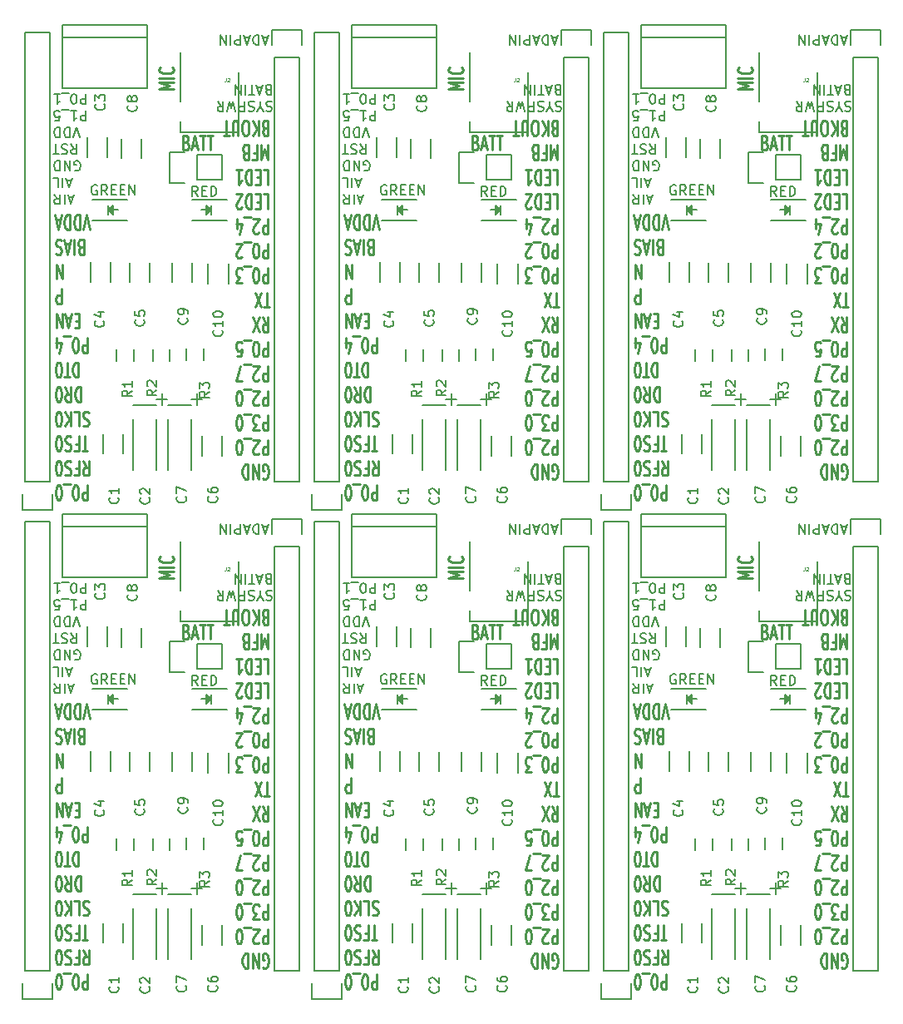
<source format=gbr>
G04 #@! TF.GenerationSoftware,KiCad,Pcbnew,5.0.0-rc2-dev-unknown-ce1bd4c~62~ubuntu16.04.1*
G04 #@! TF.CreationDate,2018-03-08T22:04:42+01:00*
G04 #@! TF.ProjectId,BM23_multi,424D32335F6D756C74692E6B69636164,rev?*
G04 #@! TF.SameCoordinates,Original*
G04 #@! TF.FileFunction,Legend,Top*
G04 #@! TF.FilePolarity,Positive*
%FSLAX46Y46*%
G04 Gerber Fmt 4.6, Leading zero omitted, Abs format (unit mm)*
G04 Created by KiCad (PCBNEW 5.0.0-rc2-dev-unknown-ce1bd4c~62~ubuntu16.04.1) date Thu Mar  8 22:04:42 2018*
%MOMM*%
%LPD*%
G01*
G04 APERTURE LIST*
%ADD10C,0.250000*%
%ADD11C,0.200000*%
%ADD12C,0.150000*%
%ADD13C,0.050800*%
G04 APERTURE END LIST*
D10*
X226464952Y-135859057D02*
X226607809Y-135930485D01*
X226655428Y-136001914D01*
X226703047Y-136144771D01*
X226703047Y-136359057D01*
X226655428Y-136501914D01*
X226607809Y-136573342D01*
X226512571Y-136644771D01*
X226131619Y-136644771D01*
X226131619Y-135144771D01*
X226464952Y-135144771D01*
X226560190Y-135216200D01*
X226607809Y-135287628D01*
X226655428Y-135430485D01*
X226655428Y-135573342D01*
X226607809Y-135716200D01*
X226560190Y-135787628D01*
X226464952Y-135859057D01*
X226131619Y-135859057D01*
X227084000Y-136216200D02*
X227560190Y-136216200D01*
X226988761Y-136644771D02*
X227322095Y-135144771D01*
X227655428Y-136644771D01*
X227845904Y-135144771D02*
X228417333Y-135144771D01*
X228131619Y-136644771D02*
X228131619Y-135144771D01*
X228607809Y-135144771D02*
X229179238Y-135144771D01*
X228893523Y-136644771D02*
X228893523Y-135144771D01*
X225214571Y-130433628D02*
X223714571Y-130433628D01*
X224786000Y-130100295D01*
X223714571Y-129766961D01*
X225214571Y-129766961D01*
X225214571Y-129290771D02*
X223714571Y-129290771D01*
X225071714Y-128243152D02*
X225143142Y-128290771D01*
X225214571Y-128433628D01*
X225214571Y-128528866D01*
X225143142Y-128671723D01*
X225000285Y-128766961D01*
X224857428Y-128814580D01*
X224571714Y-128862200D01*
X224357428Y-128862200D01*
X224071714Y-128814580D01*
X223928857Y-128766961D01*
X223786000Y-128671723D01*
X223714571Y-128528866D01*
X223714571Y-128433628D01*
X223786000Y-128290771D01*
X223857428Y-128243152D01*
X216443071Y-170754628D02*
X216443071Y-172254628D01*
X216062119Y-172254628D01*
X215966880Y-172183200D01*
X215919261Y-172111771D01*
X215871642Y-171968914D01*
X215871642Y-171754628D01*
X215919261Y-171611771D01*
X215966880Y-171540342D01*
X216062119Y-171468914D01*
X216443071Y-171468914D01*
X215252595Y-172254628D02*
X215157357Y-172254628D01*
X215062119Y-172183200D01*
X215014500Y-172111771D01*
X214966880Y-171968914D01*
X214919261Y-171683200D01*
X214919261Y-171326057D01*
X214966880Y-171040342D01*
X215014500Y-170897485D01*
X215062119Y-170826057D01*
X215157357Y-170754628D01*
X215252595Y-170754628D01*
X215347833Y-170826057D01*
X215395452Y-170897485D01*
X215443071Y-171040342D01*
X215490690Y-171326057D01*
X215490690Y-171683200D01*
X215443071Y-171968914D01*
X215395452Y-172111771D01*
X215347833Y-172183200D01*
X215252595Y-172254628D01*
X214728785Y-170611771D02*
X213966880Y-170611771D01*
X213538309Y-172254628D02*
X213443071Y-172254628D01*
X213347833Y-172183200D01*
X213300214Y-172111771D01*
X213252595Y-171968914D01*
X213204976Y-171683200D01*
X213204976Y-171326057D01*
X213252595Y-171040342D01*
X213300214Y-170897485D01*
X213347833Y-170826057D01*
X213443071Y-170754628D01*
X213538309Y-170754628D01*
X213633547Y-170826057D01*
X213681166Y-170897485D01*
X213728785Y-171040342D01*
X213776404Y-171326057D01*
X213776404Y-171683200D01*
X213728785Y-171968914D01*
X213681166Y-172111771D01*
X213633547Y-172183200D01*
X213538309Y-172254628D01*
X215966880Y-168254628D02*
X216300214Y-168968914D01*
X216538309Y-168254628D02*
X216538309Y-169754628D01*
X216157357Y-169754628D01*
X216062119Y-169683200D01*
X216014500Y-169611771D01*
X215966880Y-169468914D01*
X215966880Y-169254628D01*
X216014500Y-169111771D01*
X216062119Y-169040342D01*
X216157357Y-168968914D01*
X216538309Y-168968914D01*
X215204976Y-169040342D02*
X215538309Y-169040342D01*
X215538309Y-168254628D02*
X215538309Y-169754628D01*
X215062119Y-169754628D01*
X214728785Y-168326057D02*
X214585928Y-168254628D01*
X214347833Y-168254628D01*
X214252595Y-168326057D01*
X214204976Y-168397485D01*
X214157357Y-168540342D01*
X214157357Y-168683200D01*
X214204976Y-168826057D01*
X214252595Y-168897485D01*
X214347833Y-168968914D01*
X214538309Y-169040342D01*
X214633547Y-169111771D01*
X214681166Y-169183200D01*
X214728785Y-169326057D01*
X214728785Y-169468914D01*
X214681166Y-169611771D01*
X214633547Y-169683200D01*
X214538309Y-169754628D01*
X214300214Y-169754628D01*
X214157357Y-169683200D01*
X213538309Y-169754628D02*
X213443071Y-169754628D01*
X213347833Y-169683200D01*
X213300214Y-169611771D01*
X213252595Y-169468914D01*
X213204976Y-169183200D01*
X213204976Y-168826057D01*
X213252595Y-168540342D01*
X213300214Y-168397485D01*
X213347833Y-168326057D01*
X213443071Y-168254628D01*
X213538309Y-168254628D01*
X213633547Y-168326057D01*
X213681166Y-168397485D01*
X213728785Y-168540342D01*
X213776404Y-168826057D01*
X213776404Y-169183200D01*
X213728785Y-169468914D01*
X213681166Y-169611771D01*
X213633547Y-169683200D01*
X213538309Y-169754628D01*
X216443071Y-167254628D02*
X215871642Y-167254628D01*
X216157357Y-165754628D02*
X216157357Y-167254628D01*
X215204976Y-166540342D02*
X215538309Y-166540342D01*
X215538309Y-165754628D02*
X215538309Y-167254628D01*
X215062119Y-167254628D01*
X214728785Y-165826057D02*
X214585928Y-165754628D01*
X214347833Y-165754628D01*
X214252595Y-165826057D01*
X214204976Y-165897485D01*
X214157357Y-166040342D01*
X214157357Y-166183200D01*
X214204976Y-166326057D01*
X214252595Y-166397485D01*
X214347833Y-166468914D01*
X214538309Y-166540342D01*
X214633547Y-166611771D01*
X214681166Y-166683200D01*
X214728785Y-166826057D01*
X214728785Y-166968914D01*
X214681166Y-167111771D01*
X214633547Y-167183200D01*
X214538309Y-167254628D01*
X214300214Y-167254628D01*
X214157357Y-167183200D01*
X213538309Y-167254628D02*
X213443071Y-167254628D01*
X213347833Y-167183200D01*
X213300214Y-167111771D01*
X213252595Y-166968914D01*
X213204976Y-166683200D01*
X213204976Y-166326057D01*
X213252595Y-166040342D01*
X213300214Y-165897485D01*
X213347833Y-165826057D01*
X213443071Y-165754628D01*
X213538309Y-165754628D01*
X213633547Y-165826057D01*
X213681166Y-165897485D01*
X213728785Y-166040342D01*
X213776404Y-166326057D01*
X213776404Y-166683200D01*
X213728785Y-166968914D01*
X213681166Y-167111771D01*
X213633547Y-167183200D01*
X213538309Y-167254628D01*
X216538309Y-163326057D02*
X216395452Y-163254628D01*
X216157357Y-163254628D01*
X216062119Y-163326057D01*
X216014500Y-163397485D01*
X215966880Y-163540342D01*
X215966880Y-163683200D01*
X216014500Y-163826057D01*
X216062119Y-163897485D01*
X216157357Y-163968914D01*
X216347833Y-164040342D01*
X216443071Y-164111771D01*
X216490690Y-164183200D01*
X216538309Y-164326057D01*
X216538309Y-164468914D01*
X216490690Y-164611771D01*
X216443071Y-164683200D01*
X216347833Y-164754628D01*
X216109738Y-164754628D01*
X215966880Y-164683200D01*
X215062119Y-163254628D02*
X215538309Y-163254628D01*
X215538309Y-164754628D01*
X214728785Y-163254628D02*
X214728785Y-164754628D01*
X214157357Y-163254628D02*
X214585928Y-164111771D01*
X214157357Y-164754628D02*
X214728785Y-163897485D01*
X213538309Y-164754628D02*
X213443071Y-164754628D01*
X213347833Y-164683200D01*
X213300214Y-164611771D01*
X213252595Y-164468914D01*
X213204976Y-164183200D01*
X213204976Y-163826057D01*
X213252595Y-163540342D01*
X213300214Y-163397485D01*
X213347833Y-163326057D01*
X213443071Y-163254628D01*
X213538309Y-163254628D01*
X213633547Y-163326057D01*
X213681166Y-163397485D01*
X213728785Y-163540342D01*
X213776404Y-163826057D01*
X213776404Y-164183200D01*
X213728785Y-164468914D01*
X213681166Y-164611771D01*
X213633547Y-164683200D01*
X213538309Y-164754628D01*
X215728785Y-160754628D02*
X215728785Y-162254628D01*
X215490690Y-162254628D01*
X215347833Y-162183200D01*
X215252595Y-162040342D01*
X215204976Y-161897485D01*
X215157357Y-161611771D01*
X215157357Y-161397485D01*
X215204976Y-161111771D01*
X215252595Y-160968914D01*
X215347833Y-160826057D01*
X215490690Y-160754628D01*
X215728785Y-160754628D01*
X214157357Y-160754628D02*
X214490690Y-161468914D01*
X214728785Y-160754628D02*
X214728785Y-162254628D01*
X214347833Y-162254628D01*
X214252595Y-162183200D01*
X214204976Y-162111771D01*
X214157357Y-161968914D01*
X214157357Y-161754628D01*
X214204976Y-161611771D01*
X214252595Y-161540342D01*
X214347833Y-161468914D01*
X214728785Y-161468914D01*
X213538309Y-162254628D02*
X213443071Y-162254628D01*
X213347833Y-162183200D01*
X213300214Y-162111771D01*
X213252595Y-161968914D01*
X213204976Y-161683200D01*
X213204976Y-161326057D01*
X213252595Y-161040342D01*
X213300214Y-160897485D01*
X213347833Y-160826057D01*
X213443071Y-160754628D01*
X213538309Y-160754628D01*
X213633547Y-160826057D01*
X213681166Y-160897485D01*
X213728785Y-161040342D01*
X213776404Y-161326057D01*
X213776404Y-161683200D01*
X213728785Y-161968914D01*
X213681166Y-162111771D01*
X213633547Y-162183200D01*
X213538309Y-162254628D01*
X215490690Y-158254628D02*
X215490690Y-159754628D01*
X215252595Y-159754628D01*
X215109738Y-159683200D01*
X215014500Y-159540342D01*
X214966880Y-159397485D01*
X214919261Y-159111771D01*
X214919261Y-158897485D01*
X214966880Y-158611771D01*
X215014500Y-158468914D01*
X215109738Y-158326057D01*
X215252595Y-158254628D01*
X215490690Y-158254628D01*
X214633547Y-159754628D02*
X214062119Y-159754628D01*
X214347833Y-158254628D02*
X214347833Y-159754628D01*
X213538309Y-159754628D02*
X213443071Y-159754628D01*
X213347833Y-159683200D01*
X213300214Y-159611771D01*
X213252595Y-159468914D01*
X213204976Y-159183200D01*
X213204976Y-158826057D01*
X213252595Y-158540342D01*
X213300214Y-158397485D01*
X213347833Y-158326057D01*
X213443071Y-158254628D01*
X213538309Y-158254628D01*
X213633547Y-158326057D01*
X213681166Y-158397485D01*
X213728785Y-158540342D01*
X213776404Y-158826057D01*
X213776404Y-159183200D01*
X213728785Y-159468914D01*
X213681166Y-159611771D01*
X213633547Y-159683200D01*
X213538309Y-159754628D01*
X216443071Y-155754628D02*
X216443071Y-157254628D01*
X216062119Y-157254628D01*
X215966880Y-157183200D01*
X215919261Y-157111771D01*
X215871642Y-156968914D01*
X215871642Y-156754628D01*
X215919261Y-156611771D01*
X215966880Y-156540342D01*
X216062119Y-156468914D01*
X216443071Y-156468914D01*
X215252595Y-157254628D02*
X215157357Y-157254628D01*
X215062119Y-157183200D01*
X215014500Y-157111771D01*
X214966880Y-156968914D01*
X214919261Y-156683200D01*
X214919261Y-156326057D01*
X214966880Y-156040342D01*
X215014500Y-155897485D01*
X215062119Y-155826057D01*
X215157357Y-155754628D01*
X215252595Y-155754628D01*
X215347833Y-155826057D01*
X215395452Y-155897485D01*
X215443071Y-156040342D01*
X215490690Y-156326057D01*
X215490690Y-156683200D01*
X215443071Y-156968914D01*
X215395452Y-157111771D01*
X215347833Y-157183200D01*
X215252595Y-157254628D01*
X214728785Y-155611771D02*
X213966880Y-155611771D01*
X213300214Y-156754628D02*
X213300214Y-155754628D01*
X213538309Y-157326057D02*
X213776404Y-156254628D01*
X213157357Y-156254628D01*
X215585928Y-154040342D02*
X215252595Y-154040342D01*
X215109738Y-153254628D02*
X215585928Y-153254628D01*
X215585928Y-154754628D01*
X215109738Y-154754628D01*
X214728785Y-153683200D02*
X214252595Y-153683200D01*
X214824023Y-153254628D02*
X214490690Y-154754628D01*
X214157357Y-153254628D01*
X213824023Y-153254628D02*
X213824023Y-154754628D01*
X213252595Y-153254628D01*
X213252595Y-154754628D01*
X213776404Y-150754628D02*
X213776404Y-152254628D01*
X213395452Y-152254628D01*
X213300214Y-152183200D01*
X213252595Y-152111771D01*
X213204976Y-151968914D01*
X213204976Y-151754628D01*
X213252595Y-151611771D01*
X213300214Y-151540342D01*
X213395452Y-151468914D01*
X213776404Y-151468914D01*
X213824023Y-148254628D02*
X213824023Y-149754628D01*
X213252595Y-148254628D01*
X213252595Y-149754628D01*
X215728785Y-146540342D02*
X215585928Y-146468914D01*
X215538309Y-146397485D01*
X215490690Y-146254628D01*
X215490690Y-146040342D01*
X215538309Y-145897485D01*
X215585928Y-145826057D01*
X215681166Y-145754628D01*
X216062119Y-145754628D01*
X216062119Y-147254628D01*
X215728785Y-147254628D01*
X215633547Y-147183200D01*
X215585928Y-147111771D01*
X215538309Y-146968914D01*
X215538309Y-146826057D01*
X215585928Y-146683200D01*
X215633547Y-146611771D01*
X215728785Y-146540342D01*
X216062119Y-146540342D01*
X215062119Y-145754628D02*
X215062119Y-147254628D01*
X214633547Y-146183200D02*
X214157357Y-146183200D01*
X214728785Y-145754628D02*
X214395452Y-147254628D01*
X214062119Y-145754628D01*
X213776404Y-145826057D02*
X213633547Y-145754628D01*
X213395452Y-145754628D01*
X213300214Y-145826057D01*
X213252595Y-145897485D01*
X213204976Y-146040342D01*
X213204976Y-146183200D01*
X213252595Y-146326057D01*
X213300214Y-146397485D01*
X213395452Y-146468914D01*
X213585928Y-146540342D01*
X213681166Y-146611771D01*
X213728785Y-146683200D01*
X213776404Y-146826057D01*
X213776404Y-146968914D01*
X213728785Y-147111771D01*
X213681166Y-147183200D01*
X213585928Y-147254628D01*
X213347833Y-147254628D01*
X213204976Y-147183200D01*
X216633547Y-144754628D02*
X216300214Y-143254628D01*
X215966880Y-144754628D01*
X215633547Y-143254628D02*
X215633547Y-144754628D01*
X215395452Y-144754628D01*
X215252595Y-144683200D01*
X215157357Y-144540342D01*
X215109738Y-144397485D01*
X215062119Y-144111771D01*
X215062119Y-143897485D01*
X215109738Y-143611771D01*
X215157357Y-143468914D01*
X215252595Y-143326057D01*
X215395452Y-143254628D01*
X215633547Y-143254628D01*
X214633547Y-143254628D02*
X214633547Y-144754628D01*
X214395452Y-144754628D01*
X214252595Y-144683200D01*
X214157357Y-144540342D01*
X214109738Y-144397485D01*
X214062119Y-144111771D01*
X214062119Y-143897485D01*
X214109738Y-143611771D01*
X214157357Y-143468914D01*
X214252595Y-143326057D01*
X214395452Y-143254628D01*
X214633547Y-143254628D01*
X213681166Y-143683200D02*
X213204976Y-143683200D01*
X213776404Y-143254628D02*
X213443071Y-144754628D01*
X213109738Y-143254628D01*
D11*
X214985157Y-141432933D02*
X214508966Y-141432933D01*
X215080395Y-141147219D02*
X214747061Y-142147219D01*
X214413728Y-141147219D01*
X214080395Y-141147219D02*
X214080395Y-142147219D01*
X213032776Y-141147219D02*
X213366109Y-141623409D01*
X213604204Y-141147219D02*
X213604204Y-142147219D01*
X213223252Y-142147219D01*
X213128014Y-142099600D01*
X213080395Y-142051980D01*
X213032776Y-141956742D01*
X213032776Y-141813885D01*
X213080395Y-141718647D01*
X213128014Y-141671028D01*
X213223252Y-141623409D01*
X213604204Y-141623409D01*
X214794680Y-139732933D02*
X214318490Y-139732933D01*
X214889919Y-139447219D02*
X214556585Y-140447219D01*
X214223252Y-139447219D01*
X213889919Y-139447219D02*
X213889919Y-140447219D01*
X212937538Y-139447219D02*
X213413728Y-139447219D01*
X213413728Y-140447219D01*
X215128014Y-138699600D02*
X215223252Y-138747219D01*
X215366109Y-138747219D01*
X215508966Y-138699600D01*
X215604204Y-138604361D01*
X215651823Y-138509123D01*
X215699442Y-138318647D01*
X215699442Y-138175790D01*
X215651823Y-137985314D01*
X215604204Y-137890076D01*
X215508966Y-137794838D01*
X215366109Y-137747219D01*
X215270871Y-137747219D01*
X215128014Y-137794838D01*
X215080395Y-137842457D01*
X215080395Y-138175790D01*
X215270871Y-138175790D01*
X214651823Y-137747219D02*
X214651823Y-138747219D01*
X214080395Y-137747219D01*
X214080395Y-138747219D01*
X213604204Y-137747219D02*
X213604204Y-138747219D01*
X213366109Y-138747219D01*
X213223252Y-138699600D01*
X213128014Y-138604361D01*
X213080395Y-138509123D01*
X213032776Y-138318647D01*
X213032776Y-138175790D01*
X213080395Y-137985314D01*
X213128014Y-137890076D01*
X213223252Y-137794838D01*
X213366109Y-137747219D01*
X213604204Y-137747219D01*
X214747061Y-136047219D02*
X215080395Y-136523409D01*
X215318490Y-136047219D02*
X215318490Y-137047219D01*
X214937538Y-137047219D01*
X214842300Y-136999600D01*
X214794680Y-136951980D01*
X214747061Y-136856742D01*
X214747061Y-136713885D01*
X214794680Y-136618647D01*
X214842300Y-136571028D01*
X214937538Y-136523409D01*
X215318490Y-136523409D01*
X214366109Y-136094838D02*
X214223252Y-136047219D01*
X213985157Y-136047219D01*
X213889919Y-136094838D01*
X213842300Y-136142457D01*
X213794680Y-136237695D01*
X213794680Y-136332933D01*
X213842300Y-136428171D01*
X213889919Y-136475790D01*
X213985157Y-136523409D01*
X214175633Y-136571028D01*
X214270871Y-136618647D01*
X214318490Y-136666266D01*
X214366109Y-136761504D01*
X214366109Y-136856742D01*
X214318490Y-136951980D01*
X214270871Y-136999600D01*
X214175633Y-137047219D01*
X213937538Y-137047219D01*
X213794680Y-136999600D01*
X213508966Y-137047219D02*
X212937538Y-137047219D01*
X213223252Y-136047219D02*
X213223252Y-137047219D01*
X215604204Y-135347219D02*
X215270871Y-134347219D01*
X214937538Y-135347219D01*
X214604204Y-134347219D02*
X214604204Y-135347219D01*
X214366109Y-135347219D01*
X214223252Y-135299600D01*
X214128014Y-135204361D01*
X214080395Y-135109123D01*
X214032776Y-134918647D01*
X214032776Y-134775790D01*
X214080395Y-134585314D01*
X214128014Y-134490076D01*
X214223252Y-134394838D01*
X214366109Y-134347219D01*
X214604204Y-134347219D01*
X213604204Y-134347219D02*
X213604204Y-135347219D01*
X213366109Y-135347219D01*
X213223252Y-135299600D01*
X213128014Y-135204361D01*
X213080395Y-135109123D01*
X213032776Y-134918647D01*
X213032776Y-134775790D01*
X213080395Y-134585314D01*
X213128014Y-134490076D01*
X213223252Y-134394838D01*
X213366109Y-134347219D01*
X213604204Y-134347219D01*
X216270871Y-132647219D02*
X216270871Y-133647219D01*
X215889919Y-133647219D01*
X215794680Y-133599600D01*
X215747061Y-133551980D01*
X215699442Y-133456742D01*
X215699442Y-133313885D01*
X215747061Y-133218647D01*
X215794680Y-133171028D01*
X215889919Y-133123409D01*
X216270871Y-133123409D01*
X214747061Y-132647219D02*
X215318490Y-132647219D01*
X215032776Y-132647219D02*
X215032776Y-133647219D01*
X215128014Y-133504361D01*
X215223252Y-133409123D01*
X215318490Y-133361504D01*
X214556585Y-132551980D02*
X213794680Y-132551980D01*
X213080395Y-133647219D02*
X213556585Y-133647219D01*
X213604204Y-133171028D01*
X213556585Y-133218647D01*
X213461347Y-133266266D01*
X213223252Y-133266266D01*
X213128014Y-133218647D01*
X213080395Y-133171028D01*
X213032776Y-133075790D01*
X213032776Y-132837695D01*
X213080395Y-132742457D01*
X213128014Y-132694838D01*
X213223252Y-132647219D01*
X213461347Y-132647219D01*
X213556585Y-132694838D01*
X213604204Y-132742457D01*
X216270871Y-130947219D02*
X216270871Y-131947219D01*
X215889919Y-131947219D01*
X215794680Y-131899600D01*
X215747061Y-131851980D01*
X215699442Y-131756742D01*
X215699442Y-131613885D01*
X215747061Y-131518647D01*
X215794680Y-131471028D01*
X215889919Y-131423409D01*
X216270871Y-131423409D01*
X215080395Y-131947219D02*
X214985157Y-131947219D01*
X214889919Y-131899600D01*
X214842300Y-131851980D01*
X214794680Y-131756742D01*
X214747061Y-131566266D01*
X214747061Y-131328171D01*
X214794680Y-131137695D01*
X214842300Y-131042457D01*
X214889919Y-130994838D01*
X214985157Y-130947219D01*
X215080395Y-130947219D01*
X215175633Y-130994838D01*
X215223252Y-131042457D01*
X215270871Y-131137695D01*
X215318490Y-131328171D01*
X215318490Y-131566266D01*
X215270871Y-131756742D01*
X215223252Y-131851980D01*
X215175633Y-131899600D01*
X215080395Y-131947219D01*
X214556585Y-130851980D02*
X213794680Y-130851980D01*
X213032776Y-130947219D02*
X213604204Y-130947219D01*
X213318490Y-130947219D02*
X213318490Y-131947219D01*
X213413728Y-131804361D01*
X213508966Y-131709123D01*
X213604204Y-131661504D01*
X234756523Y-125207733D02*
X234280333Y-125207733D01*
X234851761Y-124922019D02*
X234518428Y-125922019D01*
X234185095Y-124922019D01*
X233851761Y-124922019D02*
X233851761Y-125922019D01*
X233613666Y-125922019D01*
X233470809Y-125874400D01*
X233375571Y-125779161D01*
X233327952Y-125683923D01*
X233280333Y-125493447D01*
X233280333Y-125350590D01*
X233327952Y-125160114D01*
X233375571Y-125064876D01*
X233470809Y-124969638D01*
X233613666Y-124922019D01*
X233851761Y-124922019D01*
X232899380Y-125207733D02*
X232423190Y-125207733D01*
X232994619Y-124922019D02*
X232661285Y-125922019D01*
X232327952Y-124922019D01*
X231994619Y-124922019D02*
X231994619Y-125922019D01*
X231613666Y-125922019D01*
X231518428Y-125874400D01*
X231470809Y-125826780D01*
X231423190Y-125731542D01*
X231423190Y-125588685D01*
X231470809Y-125493447D01*
X231518428Y-125445828D01*
X231613666Y-125398209D01*
X231994619Y-125398209D01*
X230994619Y-124922019D02*
X230994619Y-125922019D01*
X230518428Y-124922019D02*
X230518428Y-125922019D01*
X229947000Y-124922019D01*
X229947000Y-125922019D01*
D10*
X234279595Y-170065800D02*
X234374833Y-170137228D01*
X234517690Y-170137228D01*
X234660547Y-170065800D01*
X234755785Y-169922942D01*
X234803404Y-169780085D01*
X234851023Y-169494371D01*
X234851023Y-169280085D01*
X234803404Y-168994371D01*
X234755785Y-168851514D01*
X234660547Y-168708657D01*
X234517690Y-168637228D01*
X234422452Y-168637228D01*
X234279595Y-168708657D01*
X234231976Y-168780085D01*
X234231976Y-169280085D01*
X234422452Y-169280085D01*
X233803404Y-168637228D02*
X233803404Y-170137228D01*
X233231976Y-168637228D01*
X233231976Y-170137228D01*
X232755785Y-168637228D02*
X232755785Y-170137228D01*
X232517690Y-170137228D01*
X232374833Y-170065800D01*
X232279595Y-169922942D01*
X232231976Y-169780085D01*
X232184357Y-169494371D01*
X232184357Y-169280085D01*
X232231976Y-168994371D01*
X232279595Y-168851514D01*
X232374833Y-168708657D01*
X232517690Y-168637228D01*
X232755785Y-168637228D01*
X234803404Y-166137228D02*
X234803404Y-167637228D01*
X234422452Y-167637228D01*
X234327214Y-167565800D01*
X234279595Y-167494371D01*
X234231976Y-167351514D01*
X234231976Y-167137228D01*
X234279595Y-166994371D01*
X234327214Y-166922942D01*
X234422452Y-166851514D01*
X234803404Y-166851514D01*
X233851023Y-167494371D02*
X233803404Y-167565800D01*
X233708166Y-167637228D01*
X233470071Y-167637228D01*
X233374833Y-167565800D01*
X233327214Y-167494371D01*
X233279595Y-167351514D01*
X233279595Y-167208657D01*
X233327214Y-166994371D01*
X233898642Y-166137228D01*
X233279595Y-166137228D01*
X233089119Y-165994371D02*
X232327214Y-165994371D01*
X231898642Y-167637228D02*
X231803404Y-167637228D01*
X231708166Y-167565800D01*
X231660547Y-167494371D01*
X231612928Y-167351514D01*
X231565309Y-167065800D01*
X231565309Y-166708657D01*
X231612928Y-166422942D01*
X231660547Y-166280085D01*
X231708166Y-166208657D01*
X231803404Y-166137228D01*
X231898642Y-166137228D01*
X231993880Y-166208657D01*
X232041500Y-166280085D01*
X232089119Y-166422942D01*
X232136738Y-166708657D01*
X232136738Y-167065800D01*
X232089119Y-167351514D01*
X232041500Y-167494371D01*
X231993880Y-167565800D01*
X231898642Y-167637228D01*
X234803404Y-163637228D02*
X234803404Y-165137228D01*
X234422452Y-165137228D01*
X234327214Y-165065800D01*
X234279595Y-164994371D01*
X234231976Y-164851514D01*
X234231976Y-164637228D01*
X234279595Y-164494371D01*
X234327214Y-164422942D01*
X234422452Y-164351514D01*
X234803404Y-164351514D01*
X233898642Y-165137228D02*
X233279595Y-165137228D01*
X233612928Y-164565800D01*
X233470071Y-164565800D01*
X233374833Y-164494371D01*
X233327214Y-164422942D01*
X233279595Y-164280085D01*
X233279595Y-163922942D01*
X233327214Y-163780085D01*
X233374833Y-163708657D01*
X233470071Y-163637228D01*
X233755785Y-163637228D01*
X233851023Y-163708657D01*
X233898642Y-163780085D01*
X233089119Y-163494371D02*
X232327214Y-163494371D01*
X231898642Y-165137228D02*
X231803404Y-165137228D01*
X231708166Y-165065800D01*
X231660547Y-164994371D01*
X231612928Y-164851514D01*
X231565309Y-164565800D01*
X231565309Y-164208657D01*
X231612928Y-163922942D01*
X231660547Y-163780085D01*
X231708166Y-163708657D01*
X231803404Y-163637228D01*
X231898642Y-163637228D01*
X231993880Y-163708657D01*
X232041500Y-163780085D01*
X232089119Y-163922942D01*
X232136738Y-164208657D01*
X232136738Y-164565800D01*
X232089119Y-164851514D01*
X232041500Y-164994371D01*
X231993880Y-165065800D01*
X231898642Y-165137228D01*
X234803404Y-161137228D02*
X234803404Y-162637228D01*
X234422452Y-162637228D01*
X234327214Y-162565800D01*
X234279595Y-162494371D01*
X234231976Y-162351514D01*
X234231976Y-162137228D01*
X234279595Y-161994371D01*
X234327214Y-161922942D01*
X234422452Y-161851514D01*
X234803404Y-161851514D01*
X233851023Y-162494371D02*
X233803404Y-162565800D01*
X233708166Y-162637228D01*
X233470071Y-162637228D01*
X233374833Y-162565800D01*
X233327214Y-162494371D01*
X233279595Y-162351514D01*
X233279595Y-162208657D01*
X233327214Y-161994371D01*
X233898642Y-161137228D01*
X233279595Y-161137228D01*
X233089119Y-160994371D02*
X232327214Y-160994371D01*
X231898642Y-162637228D02*
X231803404Y-162637228D01*
X231708166Y-162565800D01*
X231660547Y-162494371D01*
X231612928Y-162351514D01*
X231565309Y-162065800D01*
X231565309Y-161708657D01*
X231612928Y-161422942D01*
X231660547Y-161280085D01*
X231708166Y-161208657D01*
X231803404Y-161137228D01*
X231898642Y-161137228D01*
X231993880Y-161208657D01*
X232041500Y-161280085D01*
X232089119Y-161422942D01*
X232136738Y-161708657D01*
X232136738Y-162065800D01*
X232089119Y-162351514D01*
X232041500Y-162494371D01*
X231993880Y-162565800D01*
X231898642Y-162637228D01*
X234803404Y-158637228D02*
X234803404Y-160137228D01*
X234422452Y-160137228D01*
X234327214Y-160065800D01*
X234279595Y-159994371D01*
X234231976Y-159851514D01*
X234231976Y-159637228D01*
X234279595Y-159494371D01*
X234327214Y-159422942D01*
X234422452Y-159351514D01*
X234803404Y-159351514D01*
X233851023Y-159994371D02*
X233803404Y-160065800D01*
X233708166Y-160137228D01*
X233470071Y-160137228D01*
X233374833Y-160065800D01*
X233327214Y-159994371D01*
X233279595Y-159851514D01*
X233279595Y-159708657D01*
X233327214Y-159494371D01*
X233898642Y-158637228D01*
X233279595Y-158637228D01*
X233089119Y-158494371D02*
X232327214Y-158494371D01*
X232184357Y-160137228D02*
X231517690Y-160137228D01*
X231946261Y-158637228D01*
X234803404Y-156137228D02*
X234803404Y-157637228D01*
X234422452Y-157637228D01*
X234327214Y-157565800D01*
X234279595Y-157494371D01*
X234231976Y-157351514D01*
X234231976Y-157137228D01*
X234279595Y-156994371D01*
X234327214Y-156922942D01*
X234422452Y-156851514D01*
X234803404Y-156851514D01*
X233612928Y-157637228D02*
X233517690Y-157637228D01*
X233422452Y-157565800D01*
X233374833Y-157494371D01*
X233327214Y-157351514D01*
X233279595Y-157065800D01*
X233279595Y-156708657D01*
X233327214Y-156422942D01*
X233374833Y-156280085D01*
X233422452Y-156208657D01*
X233517690Y-156137228D01*
X233612928Y-156137228D01*
X233708166Y-156208657D01*
X233755785Y-156280085D01*
X233803404Y-156422942D01*
X233851023Y-156708657D01*
X233851023Y-157065800D01*
X233803404Y-157351514D01*
X233755785Y-157494371D01*
X233708166Y-157565800D01*
X233612928Y-157637228D01*
X233089119Y-155994371D02*
X232327214Y-155994371D01*
X231612928Y-157637228D02*
X232089119Y-157637228D01*
X232136738Y-156922942D01*
X232089119Y-156994371D01*
X231993880Y-157065800D01*
X231755785Y-157065800D01*
X231660547Y-156994371D01*
X231612928Y-156922942D01*
X231565309Y-156780085D01*
X231565309Y-156422942D01*
X231612928Y-156280085D01*
X231660547Y-156208657D01*
X231755785Y-156137228D01*
X231993880Y-156137228D01*
X232089119Y-156208657D01*
X232136738Y-156280085D01*
X234231976Y-153637228D02*
X234565309Y-154351514D01*
X234803404Y-153637228D02*
X234803404Y-155137228D01*
X234422452Y-155137228D01*
X234327214Y-155065800D01*
X234279595Y-154994371D01*
X234231976Y-154851514D01*
X234231976Y-154637228D01*
X234279595Y-154494371D01*
X234327214Y-154422942D01*
X234422452Y-154351514D01*
X234803404Y-154351514D01*
X233898642Y-155137228D02*
X233231976Y-153637228D01*
X233231976Y-155137228D02*
X233898642Y-153637228D01*
X234946261Y-152637228D02*
X234374833Y-152637228D01*
X234660547Y-151137228D02*
X234660547Y-152637228D01*
X234136738Y-152637228D02*
X233470071Y-151137228D01*
X233470071Y-152637228D02*
X234136738Y-151137228D01*
X234803404Y-148637228D02*
X234803404Y-150137228D01*
X234422452Y-150137228D01*
X234327214Y-150065800D01*
X234279595Y-149994371D01*
X234231976Y-149851514D01*
X234231976Y-149637228D01*
X234279595Y-149494371D01*
X234327214Y-149422942D01*
X234422452Y-149351514D01*
X234803404Y-149351514D01*
X233612928Y-150137228D02*
X233517690Y-150137228D01*
X233422452Y-150065800D01*
X233374833Y-149994371D01*
X233327214Y-149851514D01*
X233279595Y-149565800D01*
X233279595Y-149208657D01*
X233327214Y-148922942D01*
X233374833Y-148780085D01*
X233422452Y-148708657D01*
X233517690Y-148637228D01*
X233612928Y-148637228D01*
X233708166Y-148708657D01*
X233755785Y-148780085D01*
X233803404Y-148922942D01*
X233851023Y-149208657D01*
X233851023Y-149565800D01*
X233803404Y-149851514D01*
X233755785Y-149994371D01*
X233708166Y-150065800D01*
X233612928Y-150137228D01*
X233089119Y-148494371D02*
X232327214Y-148494371D01*
X232184357Y-150137228D02*
X231565309Y-150137228D01*
X231898642Y-149565800D01*
X231755785Y-149565800D01*
X231660547Y-149494371D01*
X231612928Y-149422942D01*
X231565309Y-149280085D01*
X231565309Y-148922942D01*
X231612928Y-148780085D01*
X231660547Y-148708657D01*
X231755785Y-148637228D01*
X232041500Y-148637228D01*
X232136738Y-148708657D01*
X232184357Y-148780085D01*
X234803404Y-146137228D02*
X234803404Y-147637228D01*
X234422452Y-147637228D01*
X234327214Y-147565800D01*
X234279595Y-147494371D01*
X234231976Y-147351514D01*
X234231976Y-147137228D01*
X234279595Y-146994371D01*
X234327214Y-146922942D01*
X234422452Y-146851514D01*
X234803404Y-146851514D01*
X233612928Y-147637228D02*
X233517690Y-147637228D01*
X233422452Y-147565800D01*
X233374833Y-147494371D01*
X233327214Y-147351514D01*
X233279595Y-147065800D01*
X233279595Y-146708657D01*
X233327214Y-146422942D01*
X233374833Y-146280085D01*
X233422452Y-146208657D01*
X233517690Y-146137228D01*
X233612928Y-146137228D01*
X233708166Y-146208657D01*
X233755785Y-146280085D01*
X233803404Y-146422942D01*
X233851023Y-146708657D01*
X233851023Y-147065800D01*
X233803404Y-147351514D01*
X233755785Y-147494371D01*
X233708166Y-147565800D01*
X233612928Y-147637228D01*
X233089119Y-145994371D02*
X232327214Y-145994371D01*
X232136738Y-147494371D02*
X232089119Y-147565800D01*
X231993880Y-147637228D01*
X231755785Y-147637228D01*
X231660547Y-147565800D01*
X231612928Y-147494371D01*
X231565309Y-147351514D01*
X231565309Y-147208657D01*
X231612928Y-146994371D01*
X232184357Y-146137228D01*
X231565309Y-146137228D01*
X234803404Y-143637228D02*
X234803404Y-145137228D01*
X234422452Y-145137228D01*
X234327214Y-145065800D01*
X234279595Y-144994371D01*
X234231976Y-144851514D01*
X234231976Y-144637228D01*
X234279595Y-144494371D01*
X234327214Y-144422942D01*
X234422452Y-144351514D01*
X234803404Y-144351514D01*
X233851023Y-144994371D02*
X233803404Y-145065800D01*
X233708166Y-145137228D01*
X233470071Y-145137228D01*
X233374833Y-145065800D01*
X233327214Y-144994371D01*
X233279595Y-144851514D01*
X233279595Y-144708657D01*
X233327214Y-144494371D01*
X233898642Y-143637228D01*
X233279595Y-143637228D01*
X233089119Y-143494371D02*
X232327214Y-143494371D01*
X231660547Y-144637228D02*
X231660547Y-143637228D01*
X231898642Y-145208657D02*
X232136738Y-144137228D01*
X231517690Y-144137228D01*
X234327214Y-141137228D02*
X234803404Y-141137228D01*
X234803404Y-142637228D01*
X233993880Y-141922942D02*
X233660547Y-141922942D01*
X233517690Y-141137228D02*
X233993880Y-141137228D01*
X233993880Y-142637228D01*
X233517690Y-142637228D01*
X233089119Y-141137228D02*
X233089119Y-142637228D01*
X232851023Y-142637228D01*
X232708166Y-142565800D01*
X232612928Y-142422942D01*
X232565309Y-142280085D01*
X232517690Y-141994371D01*
X232517690Y-141780085D01*
X232565309Y-141494371D01*
X232612928Y-141351514D01*
X232708166Y-141208657D01*
X232851023Y-141137228D01*
X233089119Y-141137228D01*
X232136738Y-142494371D02*
X232089119Y-142565800D01*
X231993880Y-142637228D01*
X231755785Y-142637228D01*
X231660547Y-142565800D01*
X231612928Y-142494371D01*
X231565309Y-142351514D01*
X231565309Y-142208657D01*
X231612928Y-141994371D01*
X232184357Y-141137228D01*
X231565309Y-141137228D01*
X234327214Y-138637228D02*
X234803404Y-138637228D01*
X234803404Y-140137228D01*
X233993880Y-139422942D02*
X233660547Y-139422942D01*
X233517690Y-138637228D02*
X233993880Y-138637228D01*
X233993880Y-140137228D01*
X233517690Y-140137228D01*
X233089119Y-138637228D02*
X233089119Y-140137228D01*
X232851023Y-140137228D01*
X232708166Y-140065800D01*
X232612928Y-139922942D01*
X232565309Y-139780085D01*
X232517690Y-139494371D01*
X232517690Y-139280085D01*
X232565309Y-138994371D01*
X232612928Y-138851514D01*
X232708166Y-138708657D01*
X232851023Y-138637228D01*
X233089119Y-138637228D01*
X231565309Y-138637228D02*
X232136738Y-138637228D01*
X231851023Y-138637228D02*
X231851023Y-140137228D01*
X231946261Y-139922942D01*
X232041500Y-139780085D01*
X232136738Y-139708657D01*
X234803404Y-136137228D02*
X234803404Y-137637228D01*
X234470071Y-136565800D01*
X234136738Y-137637228D01*
X234136738Y-136137228D01*
X233327214Y-136922942D02*
X233660547Y-136922942D01*
X233660547Y-136137228D02*
X233660547Y-137637228D01*
X233184357Y-137637228D01*
X232470071Y-136922942D02*
X232327214Y-136851514D01*
X232279595Y-136780085D01*
X232231976Y-136637228D01*
X232231976Y-136422942D01*
X232279595Y-136280085D01*
X232327214Y-136208657D01*
X232422452Y-136137228D01*
X232803404Y-136137228D01*
X232803404Y-137637228D01*
X232470071Y-137637228D01*
X232374833Y-137565800D01*
X232327214Y-137494371D01*
X232279595Y-137351514D01*
X232279595Y-137208657D01*
X232327214Y-137065800D01*
X232374833Y-136994371D01*
X232470071Y-136922942D01*
X232803404Y-136922942D01*
X234470071Y-134422942D02*
X234327214Y-134351514D01*
X234279595Y-134280085D01*
X234231976Y-134137228D01*
X234231976Y-133922942D01*
X234279595Y-133780085D01*
X234327214Y-133708657D01*
X234422452Y-133637228D01*
X234803404Y-133637228D01*
X234803404Y-135137228D01*
X234470071Y-135137228D01*
X234374833Y-135065800D01*
X234327214Y-134994371D01*
X234279595Y-134851514D01*
X234279595Y-134708657D01*
X234327214Y-134565800D01*
X234374833Y-134494371D01*
X234470071Y-134422942D01*
X234803404Y-134422942D01*
X233803404Y-133637228D02*
X233803404Y-135137228D01*
X233231976Y-133637228D02*
X233660547Y-134494371D01*
X233231976Y-135137228D02*
X233803404Y-134280085D01*
X232612928Y-135137228D02*
X232422452Y-135137228D01*
X232327214Y-135065800D01*
X232231976Y-134922942D01*
X232184357Y-134637228D01*
X232184357Y-134137228D01*
X232231976Y-133851514D01*
X232327214Y-133708657D01*
X232422452Y-133637228D01*
X232612928Y-133637228D01*
X232708166Y-133708657D01*
X232803404Y-133851514D01*
X232851023Y-134137228D01*
X232851023Y-134637228D01*
X232803404Y-134922942D01*
X232708166Y-135065800D01*
X232612928Y-135137228D01*
X231755785Y-135137228D02*
X231755785Y-133922942D01*
X231708166Y-133780085D01*
X231660547Y-133708657D01*
X231565309Y-133637228D01*
X231374833Y-133637228D01*
X231279595Y-133708657D01*
X231231976Y-133780085D01*
X231184357Y-133922942D01*
X231184357Y-135137228D01*
X230851023Y-135137228D02*
X230279595Y-135137228D01*
X230565309Y-133637228D02*
X230565309Y-135137228D01*
D11*
X235188323Y-131737838D02*
X235045466Y-131690219D01*
X234807371Y-131690219D01*
X234712133Y-131737838D01*
X234664514Y-131785457D01*
X234616895Y-131880695D01*
X234616895Y-131975933D01*
X234664514Y-132071171D01*
X234712133Y-132118790D01*
X234807371Y-132166409D01*
X234997847Y-132214028D01*
X235093085Y-132261647D01*
X235140704Y-132309266D01*
X235188323Y-132404504D01*
X235188323Y-132499742D01*
X235140704Y-132594980D01*
X235093085Y-132642600D01*
X234997847Y-132690219D01*
X234759752Y-132690219D01*
X234616895Y-132642600D01*
X233997847Y-132166409D02*
X233997847Y-131690219D01*
X234331180Y-132690219D02*
X233997847Y-132166409D01*
X233664514Y-132690219D01*
X233378800Y-131737838D02*
X233235942Y-131690219D01*
X232997847Y-131690219D01*
X232902609Y-131737838D01*
X232854990Y-131785457D01*
X232807371Y-131880695D01*
X232807371Y-131975933D01*
X232854990Y-132071171D01*
X232902609Y-132118790D01*
X232997847Y-132166409D01*
X233188323Y-132214028D01*
X233283561Y-132261647D01*
X233331180Y-132309266D01*
X233378800Y-132404504D01*
X233378800Y-132499742D01*
X233331180Y-132594980D01*
X233283561Y-132642600D01*
X233188323Y-132690219D01*
X232950228Y-132690219D01*
X232807371Y-132642600D01*
X232378800Y-131690219D02*
X232378800Y-132690219D01*
X231997847Y-132690219D01*
X231902609Y-132642600D01*
X231854990Y-132594980D01*
X231807371Y-132499742D01*
X231807371Y-132356885D01*
X231854990Y-132261647D01*
X231902609Y-132214028D01*
X231997847Y-132166409D01*
X232378800Y-132166409D01*
X231474038Y-132690219D02*
X231235942Y-131690219D01*
X231045466Y-132404504D01*
X230854990Y-131690219D01*
X230616895Y-132690219D01*
X229664514Y-131690219D02*
X229997847Y-132166409D01*
X230235942Y-131690219D02*
X230235942Y-132690219D01*
X229854990Y-132690219D01*
X229759752Y-132642600D01*
X229712133Y-132594980D01*
X229664514Y-132499742D01*
X229664514Y-132356885D01*
X229712133Y-132261647D01*
X229759752Y-132214028D01*
X229854990Y-132166409D01*
X230235942Y-132166409D01*
X234807371Y-130514028D02*
X234664514Y-130466409D01*
X234616895Y-130418790D01*
X234569276Y-130323552D01*
X234569276Y-130180695D01*
X234616895Y-130085457D01*
X234664514Y-130037838D01*
X234759752Y-129990219D01*
X235140704Y-129990219D01*
X235140704Y-130990219D01*
X234807371Y-130990219D01*
X234712133Y-130942600D01*
X234664514Y-130894980D01*
X234616895Y-130799742D01*
X234616895Y-130704504D01*
X234664514Y-130609266D01*
X234712133Y-130561647D01*
X234807371Y-130514028D01*
X235140704Y-130514028D01*
X234188323Y-130275933D02*
X233712133Y-130275933D01*
X234283561Y-129990219D02*
X233950228Y-130990219D01*
X233616895Y-129990219D01*
X233426419Y-130990219D02*
X232854990Y-130990219D01*
X233140704Y-129990219D02*
X233140704Y-130990219D01*
X232521657Y-129990219D02*
X232521657Y-130990219D01*
X232045466Y-129990219D02*
X232045466Y-130990219D01*
X231474038Y-129990219D01*
X231474038Y-130990219D01*
D10*
X197000952Y-135859057D02*
X197143809Y-135930485D01*
X197191428Y-136001914D01*
X197239047Y-136144771D01*
X197239047Y-136359057D01*
X197191428Y-136501914D01*
X197143809Y-136573342D01*
X197048571Y-136644771D01*
X196667619Y-136644771D01*
X196667619Y-135144771D01*
X197000952Y-135144771D01*
X197096190Y-135216200D01*
X197143809Y-135287628D01*
X197191428Y-135430485D01*
X197191428Y-135573342D01*
X197143809Y-135716200D01*
X197096190Y-135787628D01*
X197000952Y-135859057D01*
X196667619Y-135859057D01*
X197620000Y-136216200D02*
X198096190Y-136216200D01*
X197524761Y-136644771D02*
X197858095Y-135144771D01*
X198191428Y-136644771D01*
X198381904Y-135144771D02*
X198953333Y-135144771D01*
X198667619Y-136644771D02*
X198667619Y-135144771D01*
X199143809Y-135144771D02*
X199715238Y-135144771D01*
X199429523Y-136644771D02*
X199429523Y-135144771D01*
X195750571Y-130433628D02*
X194250571Y-130433628D01*
X195322000Y-130100295D01*
X194250571Y-129766961D01*
X195750571Y-129766961D01*
X195750571Y-129290771D02*
X194250571Y-129290771D01*
X195607714Y-128243152D02*
X195679142Y-128290771D01*
X195750571Y-128433628D01*
X195750571Y-128528866D01*
X195679142Y-128671723D01*
X195536285Y-128766961D01*
X195393428Y-128814580D01*
X195107714Y-128862200D01*
X194893428Y-128862200D01*
X194607714Y-128814580D01*
X194464857Y-128766961D01*
X194322000Y-128671723D01*
X194250571Y-128528866D01*
X194250571Y-128433628D01*
X194322000Y-128290771D01*
X194393428Y-128243152D01*
X186979071Y-170754628D02*
X186979071Y-172254628D01*
X186598119Y-172254628D01*
X186502880Y-172183200D01*
X186455261Y-172111771D01*
X186407642Y-171968914D01*
X186407642Y-171754628D01*
X186455261Y-171611771D01*
X186502880Y-171540342D01*
X186598119Y-171468914D01*
X186979071Y-171468914D01*
X185788595Y-172254628D02*
X185693357Y-172254628D01*
X185598119Y-172183200D01*
X185550500Y-172111771D01*
X185502880Y-171968914D01*
X185455261Y-171683200D01*
X185455261Y-171326057D01*
X185502880Y-171040342D01*
X185550500Y-170897485D01*
X185598119Y-170826057D01*
X185693357Y-170754628D01*
X185788595Y-170754628D01*
X185883833Y-170826057D01*
X185931452Y-170897485D01*
X185979071Y-171040342D01*
X186026690Y-171326057D01*
X186026690Y-171683200D01*
X185979071Y-171968914D01*
X185931452Y-172111771D01*
X185883833Y-172183200D01*
X185788595Y-172254628D01*
X185264785Y-170611771D02*
X184502880Y-170611771D01*
X184074309Y-172254628D02*
X183979071Y-172254628D01*
X183883833Y-172183200D01*
X183836214Y-172111771D01*
X183788595Y-171968914D01*
X183740976Y-171683200D01*
X183740976Y-171326057D01*
X183788595Y-171040342D01*
X183836214Y-170897485D01*
X183883833Y-170826057D01*
X183979071Y-170754628D01*
X184074309Y-170754628D01*
X184169547Y-170826057D01*
X184217166Y-170897485D01*
X184264785Y-171040342D01*
X184312404Y-171326057D01*
X184312404Y-171683200D01*
X184264785Y-171968914D01*
X184217166Y-172111771D01*
X184169547Y-172183200D01*
X184074309Y-172254628D01*
X186502880Y-168254628D02*
X186836214Y-168968914D01*
X187074309Y-168254628D02*
X187074309Y-169754628D01*
X186693357Y-169754628D01*
X186598119Y-169683200D01*
X186550500Y-169611771D01*
X186502880Y-169468914D01*
X186502880Y-169254628D01*
X186550500Y-169111771D01*
X186598119Y-169040342D01*
X186693357Y-168968914D01*
X187074309Y-168968914D01*
X185740976Y-169040342D02*
X186074309Y-169040342D01*
X186074309Y-168254628D02*
X186074309Y-169754628D01*
X185598119Y-169754628D01*
X185264785Y-168326057D02*
X185121928Y-168254628D01*
X184883833Y-168254628D01*
X184788595Y-168326057D01*
X184740976Y-168397485D01*
X184693357Y-168540342D01*
X184693357Y-168683200D01*
X184740976Y-168826057D01*
X184788595Y-168897485D01*
X184883833Y-168968914D01*
X185074309Y-169040342D01*
X185169547Y-169111771D01*
X185217166Y-169183200D01*
X185264785Y-169326057D01*
X185264785Y-169468914D01*
X185217166Y-169611771D01*
X185169547Y-169683200D01*
X185074309Y-169754628D01*
X184836214Y-169754628D01*
X184693357Y-169683200D01*
X184074309Y-169754628D02*
X183979071Y-169754628D01*
X183883833Y-169683200D01*
X183836214Y-169611771D01*
X183788595Y-169468914D01*
X183740976Y-169183200D01*
X183740976Y-168826057D01*
X183788595Y-168540342D01*
X183836214Y-168397485D01*
X183883833Y-168326057D01*
X183979071Y-168254628D01*
X184074309Y-168254628D01*
X184169547Y-168326057D01*
X184217166Y-168397485D01*
X184264785Y-168540342D01*
X184312404Y-168826057D01*
X184312404Y-169183200D01*
X184264785Y-169468914D01*
X184217166Y-169611771D01*
X184169547Y-169683200D01*
X184074309Y-169754628D01*
X186979071Y-167254628D02*
X186407642Y-167254628D01*
X186693357Y-165754628D02*
X186693357Y-167254628D01*
X185740976Y-166540342D02*
X186074309Y-166540342D01*
X186074309Y-165754628D02*
X186074309Y-167254628D01*
X185598119Y-167254628D01*
X185264785Y-165826057D02*
X185121928Y-165754628D01*
X184883833Y-165754628D01*
X184788595Y-165826057D01*
X184740976Y-165897485D01*
X184693357Y-166040342D01*
X184693357Y-166183200D01*
X184740976Y-166326057D01*
X184788595Y-166397485D01*
X184883833Y-166468914D01*
X185074309Y-166540342D01*
X185169547Y-166611771D01*
X185217166Y-166683200D01*
X185264785Y-166826057D01*
X185264785Y-166968914D01*
X185217166Y-167111771D01*
X185169547Y-167183200D01*
X185074309Y-167254628D01*
X184836214Y-167254628D01*
X184693357Y-167183200D01*
X184074309Y-167254628D02*
X183979071Y-167254628D01*
X183883833Y-167183200D01*
X183836214Y-167111771D01*
X183788595Y-166968914D01*
X183740976Y-166683200D01*
X183740976Y-166326057D01*
X183788595Y-166040342D01*
X183836214Y-165897485D01*
X183883833Y-165826057D01*
X183979071Y-165754628D01*
X184074309Y-165754628D01*
X184169547Y-165826057D01*
X184217166Y-165897485D01*
X184264785Y-166040342D01*
X184312404Y-166326057D01*
X184312404Y-166683200D01*
X184264785Y-166968914D01*
X184217166Y-167111771D01*
X184169547Y-167183200D01*
X184074309Y-167254628D01*
X187074309Y-163326057D02*
X186931452Y-163254628D01*
X186693357Y-163254628D01*
X186598119Y-163326057D01*
X186550500Y-163397485D01*
X186502880Y-163540342D01*
X186502880Y-163683200D01*
X186550500Y-163826057D01*
X186598119Y-163897485D01*
X186693357Y-163968914D01*
X186883833Y-164040342D01*
X186979071Y-164111771D01*
X187026690Y-164183200D01*
X187074309Y-164326057D01*
X187074309Y-164468914D01*
X187026690Y-164611771D01*
X186979071Y-164683200D01*
X186883833Y-164754628D01*
X186645738Y-164754628D01*
X186502880Y-164683200D01*
X185598119Y-163254628D02*
X186074309Y-163254628D01*
X186074309Y-164754628D01*
X185264785Y-163254628D02*
X185264785Y-164754628D01*
X184693357Y-163254628D02*
X185121928Y-164111771D01*
X184693357Y-164754628D02*
X185264785Y-163897485D01*
X184074309Y-164754628D02*
X183979071Y-164754628D01*
X183883833Y-164683200D01*
X183836214Y-164611771D01*
X183788595Y-164468914D01*
X183740976Y-164183200D01*
X183740976Y-163826057D01*
X183788595Y-163540342D01*
X183836214Y-163397485D01*
X183883833Y-163326057D01*
X183979071Y-163254628D01*
X184074309Y-163254628D01*
X184169547Y-163326057D01*
X184217166Y-163397485D01*
X184264785Y-163540342D01*
X184312404Y-163826057D01*
X184312404Y-164183200D01*
X184264785Y-164468914D01*
X184217166Y-164611771D01*
X184169547Y-164683200D01*
X184074309Y-164754628D01*
X186264785Y-160754628D02*
X186264785Y-162254628D01*
X186026690Y-162254628D01*
X185883833Y-162183200D01*
X185788595Y-162040342D01*
X185740976Y-161897485D01*
X185693357Y-161611771D01*
X185693357Y-161397485D01*
X185740976Y-161111771D01*
X185788595Y-160968914D01*
X185883833Y-160826057D01*
X186026690Y-160754628D01*
X186264785Y-160754628D01*
X184693357Y-160754628D02*
X185026690Y-161468914D01*
X185264785Y-160754628D02*
X185264785Y-162254628D01*
X184883833Y-162254628D01*
X184788595Y-162183200D01*
X184740976Y-162111771D01*
X184693357Y-161968914D01*
X184693357Y-161754628D01*
X184740976Y-161611771D01*
X184788595Y-161540342D01*
X184883833Y-161468914D01*
X185264785Y-161468914D01*
X184074309Y-162254628D02*
X183979071Y-162254628D01*
X183883833Y-162183200D01*
X183836214Y-162111771D01*
X183788595Y-161968914D01*
X183740976Y-161683200D01*
X183740976Y-161326057D01*
X183788595Y-161040342D01*
X183836214Y-160897485D01*
X183883833Y-160826057D01*
X183979071Y-160754628D01*
X184074309Y-160754628D01*
X184169547Y-160826057D01*
X184217166Y-160897485D01*
X184264785Y-161040342D01*
X184312404Y-161326057D01*
X184312404Y-161683200D01*
X184264785Y-161968914D01*
X184217166Y-162111771D01*
X184169547Y-162183200D01*
X184074309Y-162254628D01*
X186026690Y-158254628D02*
X186026690Y-159754628D01*
X185788595Y-159754628D01*
X185645738Y-159683200D01*
X185550500Y-159540342D01*
X185502880Y-159397485D01*
X185455261Y-159111771D01*
X185455261Y-158897485D01*
X185502880Y-158611771D01*
X185550500Y-158468914D01*
X185645738Y-158326057D01*
X185788595Y-158254628D01*
X186026690Y-158254628D01*
X185169547Y-159754628D02*
X184598119Y-159754628D01*
X184883833Y-158254628D02*
X184883833Y-159754628D01*
X184074309Y-159754628D02*
X183979071Y-159754628D01*
X183883833Y-159683200D01*
X183836214Y-159611771D01*
X183788595Y-159468914D01*
X183740976Y-159183200D01*
X183740976Y-158826057D01*
X183788595Y-158540342D01*
X183836214Y-158397485D01*
X183883833Y-158326057D01*
X183979071Y-158254628D01*
X184074309Y-158254628D01*
X184169547Y-158326057D01*
X184217166Y-158397485D01*
X184264785Y-158540342D01*
X184312404Y-158826057D01*
X184312404Y-159183200D01*
X184264785Y-159468914D01*
X184217166Y-159611771D01*
X184169547Y-159683200D01*
X184074309Y-159754628D01*
X186979071Y-155754628D02*
X186979071Y-157254628D01*
X186598119Y-157254628D01*
X186502880Y-157183200D01*
X186455261Y-157111771D01*
X186407642Y-156968914D01*
X186407642Y-156754628D01*
X186455261Y-156611771D01*
X186502880Y-156540342D01*
X186598119Y-156468914D01*
X186979071Y-156468914D01*
X185788595Y-157254628D02*
X185693357Y-157254628D01*
X185598119Y-157183200D01*
X185550500Y-157111771D01*
X185502880Y-156968914D01*
X185455261Y-156683200D01*
X185455261Y-156326057D01*
X185502880Y-156040342D01*
X185550500Y-155897485D01*
X185598119Y-155826057D01*
X185693357Y-155754628D01*
X185788595Y-155754628D01*
X185883833Y-155826057D01*
X185931452Y-155897485D01*
X185979071Y-156040342D01*
X186026690Y-156326057D01*
X186026690Y-156683200D01*
X185979071Y-156968914D01*
X185931452Y-157111771D01*
X185883833Y-157183200D01*
X185788595Y-157254628D01*
X185264785Y-155611771D02*
X184502880Y-155611771D01*
X183836214Y-156754628D02*
X183836214Y-155754628D01*
X184074309Y-157326057D02*
X184312404Y-156254628D01*
X183693357Y-156254628D01*
X186121928Y-154040342D02*
X185788595Y-154040342D01*
X185645738Y-153254628D02*
X186121928Y-153254628D01*
X186121928Y-154754628D01*
X185645738Y-154754628D01*
X185264785Y-153683200D02*
X184788595Y-153683200D01*
X185360023Y-153254628D02*
X185026690Y-154754628D01*
X184693357Y-153254628D01*
X184360023Y-153254628D02*
X184360023Y-154754628D01*
X183788595Y-153254628D01*
X183788595Y-154754628D01*
X184312404Y-150754628D02*
X184312404Y-152254628D01*
X183931452Y-152254628D01*
X183836214Y-152183200D01*
X183788595Y-152111771D01*
X183740976Y-151968914D01*
X183740976Y-151754628D01*
X183788595Y-151611771D01*
X183836214Y-151540342D01*
X183931452Y-151468914D01*
X184312404Y-151468914D01*
X184360023Y-148254628D02*
X184360023Y-149754628D01*
X183788595Y-148254628D01*
X183788595Y-149754628D01*
X186264785Y-146540342D02*
X186121928Y-146468914D01*
X186074309Y-146397485D01*
X186026690Y-146254628D01*
X186026690Y-146040342D01*
X186074309Y-145897485D01*
X186121928Y-145826057D01*
X186217166Y-145754628D01*
X186598119Y-145754628D01*
X186598119Y-147254628D01*
X186264785Y-147254628D01*
X186169547Y-147183200D01*
X186121928Y-147111771D01*
X186074309Y-146968914D01*
X186074309Y-146826057D01*
X186121928Y-146683200D01*
X186169547Y-146611771D01*
X186264785Y-146540342D01*
X186598119Y-146540342D01*
X185598119Y-145754628D02*
X185598119Y-147254628D01*
X185169547Y-146183200D02*
X184693357Y-146183200D01*
X185264785Y-145754628D02*
X184931452Y-147254628D01*
X184598119Y-145754628D01*
X184312404Y-145826057D02*
X184169547Y-145754628D01*
X183931452Y-145754628D01*
X183836214Y-145826057D01*
X183788595Y-145897485D01*
X183740976Y-146040342D01*
X183740976Y-146183200D01*
X183788595Y-146326057D01*
X183836214Y-146397485D01*
X183931452Y-146468914D01*
X184121928Y-146540342D01*
X184217166Y-146611771D01*
X184264785Y-146683200D01*
X184312404Y-146826057D01*
X184312404Y-146968914D01*
X184264785Y-147111771D01*
X184217166Y-147183200D01*
X184121928Y-147254628D01*
X183883833Y-147254628D01*
X183740976Y-147183200D01*
X187169547Y-144754628D02*
X186836214Y-143254628D01*
X186502880Y-144754628D01*
X186169547Y-143254628D02*
X186169547Y-144754628D01*
X185931452Y-144754628D01*
X185788595Y-144683200D01*
X185693357Y-144540342D01*
X185645738Y-144397485D01*
X185598119Y-144111771D01*
X185598119Y-143897485D01*
X185645738Y-143611771D01*
X185693357Y-143468914D01*
X185788595Y-143326057D01*
X185931452Y-143254628D01*
X186169547Y-143254628D01*
X185169547Y-143254628D02*
X185169547Y-144754628D01*
X184931452Y-144754628D01*
X184788595Y-144683200D01*
X184693357Y-144540342D01*
X184645738Y-144397485D01*
X184598119Y-144111771D01*
X184598119Y-143897485D01*
X184645738Y-143611771D01*
X184693357Y-143468914D01*
X184788595Y-143326057D01*
X184931452Y-143254628D01*
X185169547Y-143254628D01*
X184217166Y-143683200D02*
X183740976Y-143683200D01*
X184312404Y-143254628D02*
X183979071Y-144754628D01*
X183645738Y-143254628D01*
D11*
X185521157Y-141432933D02*
X185044966Y-141432933D01*
X185616395Y-141147219D02*
X185283061Y-142147219D01*
X184949728Y-141147219D01*
X184616395Y-141147219D02*
X184616395Y-142147219D01*
X183568776Y-141147219D02*
X183902109Y-141623409D01*
X184140204Y-141147219D02*
X184140204Y-142147219D01*
X183759252Y-142147219D01*
X183664014Y-142099600D01*
X183616395Y-142051980D01*
X183568776Y-141956742D01*
X183568776Y-141813885D01*
X183616395Y-141718647D01*
X183664014Y-141671028D01*
X183759252Y-141623409D01*
X184140204Y-141623409D01*
X185330680Y-139732933D02*
X184854490Y-139732933D01*
X185425919Y-139447219D02*
X185092585Y-140447219D01*
X184759252Y-139447219D01*
X184425919Y-139447219D02*
X184425919Y-140447219D01*
X183473538Y-139447219D02*
X183949728Y-139447219D01*
X183949728Y-140447219D01*
X185664014Y-138699600D02*
X185759252Y-138747219D01*
X185902109Y-138747219D01*
X186044966Y-138699600D01*
X186140204Y-138604361D01*
X186187823Y-138509123D01*
X186235442Y-138318647D01*
X186235442Y-138175790D01*
X186187823Y-137985314D01*
X186140204Y-137890076D01*
X186044966Y-137794838D01*
X185902109Y-137747219D01*
X185806871Y-137747219D01*
X185664014Y-137794838D01*
X185616395Y-137842457D01*
X185616395Y-138175790D01*
X185806871Y-138175790D01*
X185187823Y-137747219D02*
X185187823Y-138747219D01*
X184616395Y-137747219D01*
X184616395Y-138747219D01*
X184140204Y-137747219D02*
X184140204Y-138747219D01*
X183902109Y-138747219D01*
X183759252Y-138699600D01*
X183664014Y-138604361D01*
X183616395Y-138509123D01*
X183568776Y-138318647D01*
X183568776Y-138175790D01*
X183616395Y-137985314D01*
X183664014Y-137890076D01*
X183759252Y-137794838D01*
X183902109Y-137747219D01*
X184140204Y-137747219D01*
X185283061Y-136047219D02*
X185616395Y-136523409D01*
X185854490Y-136047219D02*
X185854490Y-137047219D01*
X185473538Y-137047219D01*
X185378300Y-136999600D01*
X185330680Y-136951980D01*
X185283061Y-136856742D01*
X185283061Y-136713885D01*
X185330680Y-136618647D01*
X185378300Y-136571028D01*
X185473538Y-136523409D01*
X185854490Y-136523409D01*
X184902109Y-136094838D02*
X184759252Y-136047219D01*
X184521157Y-136047219D01*
X184425919Y-136094838D01*
X184378300Y-136142457D01*
X184330680Y-136237695D01*
X184330680Y-136332933D01*
X184378300Y-136428171D01*
X184425919Y-136475790D01*
X184521157Y-136523409D01*
X184711633Y-136571028D01*
X184806871Y-136618647D01*
X184854490Y-136666266D01*
X184902109Y-136761504D01*
X184902109Y-136856742D01*
X184854490Y-136951980D01*
X184806871Y-136999600D01*
X184711633Y-137047219D01*
X184473538Y-137047219D01*
X184330680Y-136999600D01*
X184044966Y-137047219D02*
X183473538Y-137047219D01*
X183759252Y-136047219D02*
X183759252Y-137047219D01*
X186140204Y-135347219D02*
X185806871Y-134347219D01*
X185473538Y-135347219D01*
X185140204Y-134347219D02*
X185140204Y-135347219D01*
X184902109Y-135347219D01*
X184759252Y-135299600D01*
X184664014Y-135204361D01*
X184616395Y-135109123D01*
X184568776Y-134918647D01*
X184568776Y-134775790D01*
X184616395Y-134585314D01*
X184664014Y-134490076D01*
X184759252Y-134394838D01*
X184902109Y-134347219D01*
X185140204Y-134347219D01*
X184140204Y-134347219D02*
X184140204Y-135347219D01*
X183902109Y-135347219D01*
X183759252Y-135299600D01*
X183664014Y-135204361D01*
X183616395Y-135109123D01*
X183568776Y-134918647D01*
X183568776Y-134775790D01*
X183616395Y-134585314D01*
X183664014Y-134490076D01*
X183759252Y-134394838D01*
X183902109Y-134347219D01*
X184140204Y-134347219D01*
X186806871Y-132647219D02*
X186806871Y-133647219D01*
X186425919Y-133647219D01*
X186330680Y-133599600D01*
X186283061Y-133551980D01*
X186235442Y-133456742D01*
X186235442Y-133313885D01*
X186283061Y-133218647D01*
X186330680Y-133171028D01*
X186425919Y-133123409D01*
X186806871Y-133123409D01*
X185283061Y-132647219D02*
X185854490Y-132647219D01*
X185568776Y-132647219D02*
X185568776Y-133647219D01*
X185664014Y-133504361D01*
X185759252Y-133409123D01*
X185854490Y-133361504D01*
X185092585Y-132551980D02*
X184330680Y-132551980D01*
X183616395Y-133647219D02*
X184092585Y-133647219D01*
X184140204Y-133171028D01*
X184092585Y-133218647D01*
X183997347Y-133266266D01*
X183759252Y-133266266D01*
X183664014Y-133218647D01*
X183616395Y-133171028D01*
X183568776Y-133075790D01*
X183568776Y-132837695D01*
X183616395Y-132742457D01*
X183664014Y-132694838D01*
X183759252Y-132647219D01*
X183997347Y-132647219D01*
X184092585Y-132694838D01*
X184140204Y-132742457D01*
X186806871Y-130947219D02*
X186806871Y-131947219D01*
X186425919Y-131947219D01*
X186330680Y-131899600D01*
X186283061Y-131851980D01*
X186235442Y-131756742D01*
X186235442Y-131613885D01*
X186283061Y-131518647D01*
X186330680Y-131471028D01*
X186425919Y-131423409D01*
X186806871Y-131423409D01*
X185616395Y-131947219D02*
X185521157Y-131947219D01*
X185425919Y-131899600D01*
X185378300Y-131851980D01*
X185330680Y-131756742D01*
X185283061Y-131566266D01*
X185283061Y-131328171D01*
X185330680Y-131137695D01*
X185378300Y-131042457D01*
X185425919Y-130994838D01*
X185521157Y-130947219D01*
X185616395Y-130947219D01*
X185711633Y-130994838D01*
X185759252Y-131042457D01*
X185806871Y-131137695D01*
X185854490Y-131328171D01*
X185854490Y-131566266D01*
X185806871Y-131756742D01*
X185759252Y-131851980D01*
X185711633Y-131899600D01*
X185616395Y-131947219D01*
X185092585Y-130851980D02*
X184330680Y-130851980D01*
X183568776Y-130947219D02*
X184140204Y-130947219D01*
X183854490Y-130947219D02*
X183854490Y-131947219D01*
X183949728Y-131804361D01*
X184044966Y-131709123D01*
X184140204Y-131661504D01*
X205292523Y-125207733D02*
X204816333Y-125207733D01*
X205387761Y-124922019D02*
X205054428Y-125922019D01*
X204721095Y-124922019D01*
X204387761Y-124922019D02*
X204387761Y-125922019D01*
X204149666Y-125922019D01*
X204006809Y-125874400D01*
X203911571Y-125779161D01*
X203863952Y-125683923D01*
X203816333Y-125493447D01*
X203816333Y-125350590D01*
X203863952Y-125160114D01*
X203911571Y-125064876D01*
X204006809Y-124969638D01*
X204149666Y-124922019D01*
X204387761Y-124922019D01*
X203435380Y-125207733D02*
X202959190Y-125207733D01*
X203530619Y-124922019D02*
X203197285Y-125922019D01*
X202863952Y-124922019D01*
X202530619Y-124922019D02*
X202530619Y-125922019D01*
X202149666Y-125922019D01*
X202054428Y-125874400D01*
X202006809Y-125826780D01*
X201959190Y-125731542D01*
X201959190Y-125588685D01*
X202006809Y-125493447D01*
X202054428Y-125445828D01*
X202149666Y-125398209D01*
X202530619Y-125398209D01*
X201530619Y-124922019D02*
X201530619Y-125922019D01*
X201054428Y-124922019D02*
X201054428Y-125922019D01*
X200483000Y-124922019D01*
X200483000Y-125922019D01*
D10*
X204815595Y-170065800D02*
X204910833Y-170137228D01*
X205053690Y-170137228D01*
X205196547Y-170065800D01*
X205291785Y-169922942D01*
X205339404Y-169780085D01*
X205387023Y-169494371D01*
X205387023Y-169280085D01*
X205339404Y-168994371D01*
X205291785Y-168851514D01*
X205196547Y-168708657D01*
X205053690Y-168637228D01*
X204958452Y-168637228D01*
X204815595Y-168708657D01*
X204767976Y-168780085D01*
X204767976Y-169280085D01*
X204958452Y-169280085D01*
X204339404Y-168637228D02*
X204339404Y-170137228D01*
X203767976Y-168637228D01*
X203767976Y-170137228D01*
X203291785Y-168637228D02*
X203291785Y-170137228D01*
X203053690Y-170137228D01*
X202910833Y-170065800D01*
X202815595Y-169922942D01*
X202767976Y-169780085D01*
X202720357Y-169494371D01*
X202720357Y-169280085D01*
X202767976Y-168994371D01*
X202815595Y-168851514D01*
X202910833Y-168708657D01*
X203053690Y-168637228D01*
X203291785Y-168637228D01*
X205339404Y-166137228D02*
X205339404Y-167637228D01*
X204958452Y-167637228D01*
X204863214Y-167565800D01*
X204815595Y-167494371D01*
X204767976Y-167351514D01*
X204767976Y-167137228D01*
X204815595Y-166994371D01*
X204863214Y-166922942D01*
X204958452Y-166851514D01*
X205339404Y-166851514D01*
X204387023Y-167494371D02*
X204339404Y-167565800D01*
X204244166Y-167637228D01*
X204006071Y-167637228D01*
X203910833Y-167565800D01*
X203863214Y-167494371D01*
X203815595Y-167351514D01*
X203815595Y-167208657D01*
X203863214Y-166994371D01*
X204434642Y-166137228D01*
X203815595Y-166137228D01*
X203625119Y-165994371D02*
X202863214Y-165994371D01*
X202434642Y-167637228D02*
X202339404Y-167637228D01*
X202244166Y-167565800D01*
X202196547Y-167494371D01*
X202148928Y-167351514D01*
X202101309Y-167065800D01*
X202101309Y-166708657D01*
X202148928Y-166422942D01*
X202196547Y-166280085D01*
X202244166Y-166208657D01*
X202339404Y-166137228D01*
X202434642Y-166137228D01*
X202529880Y-166208657D01*
X202577500Y-166280085D01*
X202625119Y-166422942D01*
X202672738Y-166708657D01*
X202672738Y-167065800D01*
X202625119Y-167351514D01*
X202577500Y-167494371D01*
X202529880Y-167565800D01*
X202434642Y-167637228D01*
X205339404Y-163637228D02*
X205339404Y-165137228D01*
X204958452Y-165137228D01*
X204863214Y-165065800D01*
X204815595Y-164994371D01*
X204767976Y-164851514D01*
X204767976Y-164637228D01*
X204815595Y-164494371D01*
X204863214Y-164422942D01*
X204958452Y-164351514D01*
X205339404Y-164351514D01*
X204434642Y-165137228D02*
X203815595Y-165137228D01*
X204148928Y-164565800D01*
X204006071Y-164565800D01*
X203910833Y-164494371D01*
X203863214Y-164422942D01*
X203815595Y-164280085D01*
X203815595Y-163922942D01*
X203863214Y-163780085D01*
X203910833Y-163708657D01*
X204006071Y-163637228D01*
X204291785Y-163637228D01*
X204387023Y-163708657D01*
X204434642Y-163780085D01*
X203625119Y-163494371D02*
X202863214Y-163494371D01*
X202434642Y-165137228D02*
X202339404Y-165137228D01*
X202244166Y-165065800D01*
X202196547Y-164994371D01*
X202148928Y-164851514D01*
X202101309Y-164565800D01*
X202101309Y-164208657D01*
X202148928Y-163922942D01*
X202196547Y-163780085D01*
X202244166Y-163708657D01*
X202339404Y-163637228D01*
X202434642Y-163637228D01*
X202529880Y-163708657D01*
X202577500Y-163780085D01*
X202625119Y-163922942D01*
X202672738Y-164208657D01*
X202672738Y-164565800D01*
X202625119Y-164851514D01*
X202577500Y-164994371D01*
X202529880Y-165065800D01*
X202434642Y-165137228D01*
X205339404Y-161137228D02*
X205339404Y-162637228D01*
X204958452Y-162637228D01*
X204863214Y-162565800D01*
X204815595Y-162494371D01*
X204767976Y-162351514D01*
X204767976Y-162137228D01*
X204815595Y-161994371D01*
X204863214Y-161922942D01*
X204958452Y-161851514D01*
X205339404Y-161851514D01*
X204387023Y-162494371D02*
X204339404Y-162565800D01*
X204244166Y-162637228D01*
X204006071Y-162637228D01*
X203910833Y-162565800D01*
X203863214Y-162494371D01*
X203815595Y-162351514D01*
X203815595Y-162208657D01*
X203863214Y-161994371D01*
X204434642Y-161137228D01*
X203815595Y-161137228D01*
X203625119Y-160994371D02*
X202863214Y-160994371D01*
X202434642Y-162637228D02*
X202339404Y-162637228D01*
X202244166Y-162565800D01*
X202196547Y-162494371D01*
X202148928Y-162351514D01*
X202101309Y-162065800D01*
X202101309Y-161708657D01*
X202148928Y-161422942D01*
X202196547Y-161280085D01*
X202244166Y-161208657D01*
X202339404Y-161137228D01*
X202434642Y-161137228D01*
X202529880Y-161208657D01*
X202577500Y-161280085D01*
X202625119Y-161422942D01*
X202672738Y-161708657D01*
X202672738Y-162065800D01*
X202625119Y-162351514D01*
X202577500Y-162494371D01*
X202529880Y-162565800D01*
X202434642Y-162637228D01*
X205339404Y-158637228D02*
X205339404Y-160137228D01*
X204958452Y-160137228D01*
X204863214Y-160065800D01*
X204815595Y-159994371D01*
X204767976Y-159851514D01*
X204767976Y-159637228D01*
X204815595Y-159494371D01*
X204863214Y-159422942D01*
X204958452Y-159351514D01*
X205339404Y-159351514D01*
X204387023Y-159994371D02*
X204339404Y-160065800D01*
X204244166Y-160137228D01*
X204006071Y-160137228D01*
X203910833Y-160065800D01*
X203863214Y-159994371D01*
X203815595Y-159851514D01*
X203815595Y-159708657D01*
X203863214Y-159494371D01*
X204434642Y-158637228D01*
X203815595Y-158637228D01*
X203625119Y-158494371D02*
X202863214Y-158494371D01*
X202720357Y-160137228D02*
X202053690Y-160137228D01*
X202482261Y-158637228D01*
X205339404Y-156137228D02*
X205339404Y-157637228D01*
X204958452Y-157637228D01*
X204863214Y-157565800D01*
X204815595Y-157494371D01*
X204767976Y-157351514D01*
X204767976Y-157137228D01*
X204815595Y-156994371D01*
X204863214Y-156922942D01*
X204958452Y-156851514D01*
X205339404Y-156851514D01*
X204148928Y-157637228D02*
X204053690Y-157637228D01*
X203958452Y-157565800D01*
X203910833Y-157494371D01*
X203863214Y-157351514D01*
X203815595Y-157065800D01*
X203815595Y-156708657D01*
X203863214Y-156422942D01*
X203910833Y-156280085D01*
X203958452Y-156208657D01*
X204053690Y-156137228D01*
X204148928Y-156137228D01*
X204244166Y-156208657D01*
X204291785Y-156280085D01*
X204339404Y-156422942D01*
X204387023Y-156708657D01*
X204387023Y-157065800D01*
X204339404Y-157351514D01*
X204291785Y-157494371D01*
X204244166Y-157565800D01*
X204148928Y-157637228D01*
X203625119Y-155994371D02*
X202863214Y-155994371D01*
X202148928Y-157637228D02*
X202625119Y-157637228D01*
X202672738Y-156922942D01*
X202625119Y-156994371D01*
X202529880Y-157065800D01*
X202291785Y-157065800D01*
X202196547Y-156994371D01*
X202148928Y-156922942D01*
X202101309Y-156780085D01*
X202101309Y-156422942D01*
X202148928Y-156280085D01*
X202196547Y-156208657D01*
X202291785Y-156137228D01*
X202529880Y-156137228D01*
X202625119Y-156208657D01*
X202672738Y-156280085D01*
X204767976Y-153637228D02*
X205101309Y-154351514D01*
X205339404Y-153637228D02*
X205339404Y-155137228D01*
X204958452Y-155137228D01*
X204863214Y-155065800D01*
X204815595Y-154994371D01*
X204767976Y-154851514D01*
X204767976Y-154637228D01*
X204815595Y-154494371D01*
X204863214Y-154422942D01*
X204958452Y-154351514D01*
X205339404Y-154351514D01*
X204434642Y-155137228D02*
X203767976Y-153637228D01*
X203767976Y-155137228D02*
X204434642Y-153637228D01*
X205482261Y-152637228D02*
X204910833Y-152637228D01*
X205196547Y-151137228D02*
X205196547Y-152637228D01*
X204672738Y-152637228D02*
X204006071Y-151137228D01*
X204006071Y-152637228D02*
X204672738Y-151137228D01*
X205339404Y-148637228D02*
X205339404Y-150137228D01*
X204958452Y-150137228D01*
X204863214Y-150065800D01*
X204815595Y-149994371D01*
X204767976Y-149851514D01*
X204767976Y-149637228D01*
X204815595Y-149494371D01*
X204863214Y-149422942D01*
X204958452Y-149351514D01*
X205339404Y-149351514D01*
X204148928Y-150137228D02*
X204053690Y-150137228D01*
X203958452Y-150065800D01*
X203910833Y-149994371D01*
X203863214Y-149851514D01*
X203815595Y-149565800D01*
X203815595Y-149208657D01*
X203863214Y-148922942D01*
X203910833Y-148780085D01*
X203958452Y-148708657D01*
X204053690Y-148637228D01*
X204148928Y-148637228D01*
X204244166Y-148708657D01*
X204291785Y-148780085D01*
X204339404Y-148922942D01*
X204387023Y-149208657D01*
X204387023Y-149565800D01*
X204339404Y-149851514D01*
X204291785Y-149994371D01*
X204244166Y-150065800D01*
X204148928Y-150137228D01*
X203625119Y-148494371D02*
X202863214Y-148494371D01*
X202720357Y-150137228D02*
X202101309Y-150137228D01*
X202434642Y-149565800D01*
X202291785Y-149565800D01*
X202196547Y-149494371D01*
X202148928Y-149422942D01*
X202101309Y-149280085D01*
X202101309Y-148922942D01*
X202148928Y-148780085D01*
X202196547Y-148708657D01*
X202291785Y-148637228D01*
X202577500Y-148637228D01*
X202672738Y-148708657D01*
X202720357Y-148780085D01*
X205339404Y-146137228D02*
X205339404Y-147637228D01*
X204958452Y-147637228D01*
X204863214Y-147565800D01*
X204815595Y-147494371D01*
X204767976Y-147351514D01*
X204767976Y-147137228D01*
X204815595Y-146994371D01*
X204863214Y-146922942D01*
X204958452Y-146851514D01*
X205339404Y-146851514D01*
X204148928Y-147637228D02*
X204053690Y-147637228D01*
X203958452Y-147565800D01*
X203910833Y-147494371D01*
X203863214Y-147351514D01*
X203815595Y-147065800D01*
X203815595Y-146708657D01*
X203863214Y-146422942D01*
X203910833Y-146280085D01*
X203958452Y-146208657D01*
X204053690Y-146137228D01*
X204148928Y-146137228D01*
X204244166Y-146208657D01*
X204291785Y-146280085D01*
X204339404Y-146422942D01*
X204387023Y-146708657D01*
X204387023Y-147065800D01*
X204339404Y-147351514D01*
X204291785Y-147494371D01*
X204244166Y-147565800D01*
X204148928Y-147637228D01*
X203625119Y-145994371D02*
X202863214Y-145994371D01*
X202672738Y-147494371D02*
X202625119Y-147565800D01*
X202529880Y-147637228D01*
X202291785Y-147637228D01*
X202196547Y-147565800D01*
X202148928Y-147494371D01*
X202101309Y-147351514D01*
X202101309Y-147208657D01*
X202148928Y-146994371D01*
X202720357Y-146137228D01*
X202101309Y-146137228D01*
X205339404Y-143637228D02*
X205339404Y-145137228D01*
X204958452Y-145137228D01*
X204863214Y-145065800D01*
X204815595Y-144994371D01*
X204767976Y-144851514D01*
X204767976Y-144637228D01*
X204815595Y-144494371D01*
X204863214Y-144422942D01*
X204958452Y-144351514D01*
X205339404Y-144351514D01*
X204387023Y-144994371D02*
X204339404Y-145065800D01*
X204244166Y-145137228D01*
X204006071Y-145137228D01*
X203910833Y-145065800D01*
X203863214Y-144994371D01*
X203815595Y-144851514D01*
X203815595Y-144708657D01*
X203863214Y-144494371D01*
X204434642Y-143637228D01*
X203815595Y-143637228D01*
X203625119Y-143494371D02*
X202863214Y-143494371D01*
X202196547Y-144637228D02*
X202196547Y-143637228D01*
X202434642Y-145208657D02*
X202672738Y-144137228D01*
X202053690Y-144137228D01*
X204863214Y-141137228D02*
X205339404Y-141137228D01*
X205339404Y-142637228D01*
X204529880Y-141922942D02*
X204196547Y-141922942D01*
X204053690Y-141137228D02*
X204529880Y-141137228D01*
X204529880Y-142637228D01*
X204053690Y-142637228D01*
X203625119Y-141137228D02*
X203625119Y-142637228D01*
X203387023Y-142637228D01*
X203244166Y-142565800D01*
X203148928Y-142422942D01*
X203101309Y-142280085D01*
X203053690Y-141994371D01*
X203053690Y-141780085D01*
X203101309Y-141494371D01*
X203148928Y-141351514D01*
X203244166Y-141208657D01*
X203387023Y-141137228D01*
X203625119Y-141137228D01*
X202672738Y-142494371D02*
X202625119Y-142565800D01*
X202529880Y-142637228D01*
X202291785Y-142637228D01*
X202196547Y-142565800D01*
X202148928Y-142494371D01*
X202101309Y-142351514D01*
X202101309Y-142208657D01*
X202148928Y-141994371D01*
X202720357Y-141137228D01*
X202101309Y-141137228D01*
X204863214Y-138637228D02*
X205339404Y-138637228D01*
X205339404Y-140137228D01*
X204529880Y-139422942D02*
X204196547Y-139422942D01*
X204053690Y-138637228D02*
X204529880Y-138637228D01*
X204529880Y-140137228D01*
X204053690Y-140137228D01*
X203625119Y-138637228D02*
X203625119Y-140137228D01*
X203387023Y-140137228D01*
X203244166Y-140065800D01*
X203148928Y-139922942D01*
X203101309Y-139780085D01*
X203053690Y-139494371D01*
X203053690Y-139280085D01*
X203101309Y-138994371D01*
X203148928Y-138851514D01*
X203244166Y-138708657D01*
X203387023Y-138637228D01*
X203625119Y-138637228D01*
X202101309Y-138637228D02*
X202672738Y-138637228D01*
X202387023Y-138637228D02*
X202387023Y-140137228D01*
X202482261Y-139922942D01*
X202577500Y-139780085D01*
X202672738Y-139708657D01*
X205339404Y-136137228D02*
X205339404Y-137637228D01*
X205006071Y-136565800D01*
X204672738Y-137637228D01*
X204672738Y-136137228D01*
X203863214Y-136922942D02*
X204196547Y-136922942D01*
X204196547Y-136137228D02*
X204196547Y-137637228D01*
X203720357Y-137637228D01*
X203006071Y-136922942D02*
X202863214Y-136851514D01*
X202815595Y-136780085D01*
X202767976Y-136637228D01*
X202767976Y-136422942D01*
X202815595Y-136280085D01*
X202863214Y-136208657D01*
X202958452Y-136137228D01*
X203339404Y-136137228D01*
X203339404Y-137637228D01*
X203006071Y-137637228D01*
X202910833Y-137565800D01*
X202863214Y-137494371D01*
X202815595Y-137351514D01*
X202815595Y-137208657D01*
X202863214Y-137065800D01*
X202910833Y-136994371D01*
X203006071Y-136922942D01*
X203339404Y-136922942D01*
X205006071Y-134422942D02*
X204863214Y-134351514D01*
X204815595Y-134280085D01*
X204767976Y-134137228D01*
X204767976Y-133922942D01*
X204815595Y-133780085D01*
X204863214Y-133708657D01*
X204958452Y-133637228D01*
X205339404Y-133637228D01*
X205339404Y-135137228D01*
X205006071Y-135137228D01*
X204910833Y-135065800D01*
X204863214Y-134994371D01*
X204815595Y-134851514D01*
X204815595Y-134708657D01*
X204863214Y-134565800D01*
X204910833Y-134494371D01*
X205006071Y-134422942D01*
X205339404Y-134422942D01*
X204339404Y-133637228D02*
X204339404Y-135137228D01*
X203767976Y-133637228D02*
X204196547Y-134494371D01*
X203767976Y-135137228D02*
X204339404Y-134280085D01*
X203148928Y-135137228D02*
X202958452Y-135137228D01*
X202863214Y-135065800D01*
X202767976Y-134922942D01*
X202720357Y-134637228D01*
X202720357Y-134137228D01*
X202767976Y-133851514D01*
X202863214Y-133708657D01*
X202958452Y-133637228D01*
X203148928Y-133637228D01*
X203244166Y-133708657D01*
X203339404Y-133851514D01*
X203387023Y-134137228D01*
X203387023Y-134637228D01*
X203339404Y-134922942D01*
X203244166Y-135065800D01*
X203148928Y-135137228D01*
X202291785Y-135137228D02*
X202291785Y-133922942D01*
X202244166Y-133780085D01*
X202196547Y-133708657D01*
X202101309Y-133637228D01*
X201910833Y-133637228D01*
X201815595Y-133708657D01*
X201767976Y-133780085D01*
X201720357Y-133922942D01*
X201720357Y-135137228D01*
X201387023Y-135137228D02*
X200815595Y-135137228D01*
X201101309Y-133637228D02*
X201101309Y-135137228D01*
D11*
X205724323Y-131737838D02*
X205581466Y-131690219D01*
X205343371Y-131690219D01*
X205248133Y-131737838D01*
X205200514Y-131785457D01*
X205152895Y-131880695D01*
X205152895Y-131975933D01*
X205200514Y-132071171D01*
X205248133Y-132118790D01*
X205343371Y-132166409D01*
X205533847Y-132214028D01*
X205629085Y-132261647D01*
X205676704Y-132309266D01*
X205724323Y-132404504D01*
X205724323Y-132499742D01*
X205676704Y-132594980D01*
X205629085Y-132642600D01*
X205533847Y-132690219D01*
X205295752Y-132690219D01*
X205152895Y-132642600D01*
X204533847Y-132166409D02*
X204533847Y-131690219D01*
X204867180Y-132690219D02*
X204533847Y-132166409D01*
X204200514Y-132690219D01*
X203914800Y-131737838D02*
X203771942Y-131690219D01*
X203533847Y-131690219D01*
X203438609Y-131737838D01*
X203390990Y-131785457D01*
X203343371Y-131880695D01*
X203343371Y-131975933D01*
X203390990Y-132071171D01*
X203438609Y-132118790D01*
X203533847Y-132166409D01*
X203724323Y-132214028D01*
X203819561Y-132261647D01*
X203867180Y-132309266D01*
X203914800Y-132404504D01*
X203914800Y-132499742D01*
X203867180Y-132594980D01*
X203819561Y-132642600D01*
X203724323Y-132690219D01*
X203486228Y-132690219D01*
X203343371Y-132642600D01*
X202914800Y-131690219D02*
X202914800Y-132690219D01*
X202533847Y-132690219D01*
X202438609Y-132642600D01*
X202390990Y-132594980D01*
X202343371Y-132499742D01*
X202343371Y-132356885D01*
X202390990Y-132261647D01*
X202438609Y-132214028D01*
X202533847Y-132166409D01*
X202914800Y-132166409D01*
X202010038Y-132690219D02*
X201771942Y-131690219D01*
X201581466Y-132404504D01*
X201390990Y-131690219D01*
X201152895Y-132690219D01*
X200200514Y-131690219D02*
X200533847Y-132166409D01*
X200771942Y-131690219D02*
X200771942Y-132690219D01*
X200390990Y-132690219D01*
X200295752Y-132642600D01*
X200248133Y-132594980D01*
X200200514Y-132499742D01*
X200200514Y-132356885D01*
X200248133Y-132261647D01*
X200295752Y-132214028D01*
X200390990Y-132166409D01*
X200771942Y-132166409D01*
X205343371Y-130514028D02*
X205200514Y-130466409D01*
X205152895Y-130418790D01*
X205105276Y-130323552D01*
X205105276Y-130180695D01*
X205152895Y-130085457D01*
X205200514Y-130037838D01*
X205295752Y-129990219D01*
X205676704Y-129990219D01*
X205676704Y-130990219D01*
X205343371Y-130990219D01*
X205248133Y-130942600D01*
X205200514Y-130894980D01*
X205152895Y-130799742D01*
X205152895Y-130704504D01*
X205200514Y-130609266D01*
X205248133Y-130561647D01*
X205343371Y-130514028D01*
X205676704Y-130514028D01*
X204724323Y-130275933D02*
X204248133Y-130275933D01*
X204819561Y-129990219D02*
X204486228Y-130990219D01*
X204152895Y-129990219D01*
X203962419Y-130990219D02*
X203390990Y-130990219D01*
X203676704Y-129990219D02*
X203676704Y-130990219D01*
X203057657Y-129990219D02*
X203057657Y-130990219D01*
X202581466Y-129990219D02*
X202581466Y-130990219D01*
X202010038Y-129990219D01*
X202010038Y-130990219D01*
D10*
X167536952Y-135859057D02*
X167679809Y-135930485D01*
X167727428Y-136001914D01*
X167775047Y-136144771D01*
X167775047Y-136359057D01*
X167727428Y-136501914D01*
X167679809Y-136573342D01*
X167584571Y-136644771D01*
X167203619Y-136644771D01*
X167203619Y-135144771D01*
X167536952Y-135144771D01*
X167632190Y-135216200D01*
X167679809Y-135287628D01*
X167727428Y-135430485D01*
X167727428Y-135573342D01*
X167679809Y-135716200D01*
X167632190Y-135787628D01*
X167536952Y-135859057D01*
X167203619Y-135859057D01*
X168156000Y-136216200D02*
X168632190Y-136216200D01*
X168060761Y-136644771D02*
X168394095Y-135144771D01*
X168727428Y-136644771D01*
X168917904Y-135144771D02*
X169489333Y-135144771D01*
X169203619Y-136644771D02*
X169203619Y-135144771D01*
X169679809Y-135144771D02*
X170251238Y-135144771D01*
X169965523Y-136644771D02*
X169965523Y-135144771D01*
X166286571Y-130433628D02*
X164786571Y-130433628D01*
X165858000Y-130100295D01*
X164786571Y-129766961D01*
X166286571Y-129766961D01*
X166286571Y-129290771D02*
X164786571Y-129290771D01*
X166143714Y-128243152D02*
X166215142Y-128290771D01*
X166286571Y-128433628D01*
X166286571Y-128528866D01*
X166215142Y-128671723D01*
X166072285Y-128766961D01*
X165929428Y-128814580D01*
X165643714Y-128862200D01*
X165429428Y-128862200D01*
X165143714Y-128814580D01*
X165000857Y-128766961D01*
X164858000Y-128671723D01*
X164786571Y-128528866D01*
X164786571Y-128433628D01*
X164858000Y-128290771D01*
X164929428Y-128243152D01*
X157515071Y-170754628D02*
X157515071Y-172254628D01*
X157134119Y-172254628D01*
X157038880Y-172183200D01*
X156991261Y-172111771D01*
X156943642Y-171968914D01*
X156943642Y-171754628D01*
X156991261Y-171611771D01*
X157038880Y-171540342D01*
X157134119Y-171468914D01*
X157515071Y-171468914D01*
X156324595Y-172254628D02*
X156229357Y-172254628D01*
X156134119Y-172183200D01*
X156086500Y-172111771D01*
X156038880Y-171968914D01*
X155991261Y-171683200D01*
X155991261Y-171326057D01*
X156038880Y-171040342D01*
X156086500Y-170897485D01*
X156134119Y-170826057D01*
X156229357Y-170754628D01*
X156324595Y-170754628D01*
X156419833Y-170826057D01*
X156467452Y-170897485D01*
X156515071Y-171040342D01*
X156562690Y-171326057D01*
X156562690Y-171683200D01*
X156515071Y-171968914D01*
X156467452Y-172111771D01*
X156419833Y-172183200D01*
X156324595Y-172254628D01*
X155800785Y-170611771D02*
X155038880Y-170611771D01*
X154610309Y-172254628D02*
X154515071Y-172254628D01*
X154419833Y-172183200D01*
X154372214Y-172111771D01*
X154324595Y-171968914D01*
X154276976Y-171683200D01*
X154276976Y-171326057D01*
X154324595Y-171040342D01*
X154372214Y-170897485D01*
X154419833Y-170826057D01*
X154515071Y-170754628D01*
X154610309Y-170754628D01*
X154705547Y-170826057D01*
X154753166Y-170897485D01*
X154800785Y-171040342D01*
X154848404Y-171326057D01*
X154848404Y-171683200D01*
X154800785Y-171968914D01*
X154753166Y-172111771D01*
X154705547Y-172183200D01*
X154610309Y-172254628D01*
X157038880Y-168254628D02*
X157372214Y-168968914D01*
X157610309Y-168254628D02*
X157610309Y-169754628D01*
X157229357Y-169754628D01*
X157134119Y-169683200D01*
X157086500Y-169611771D01*
X157038880Y-169468914D01*
X157038880Y-169254628D01*
X157086500Y-169111771D01*
X157134119Y-169040342D01*
X157229357Y-168968914D01*
X157610309Y-168968914D01*
X156276976Y-169040342D02*
X156610309Y-169040342D01*
X156610309Y-168254628D02*
X156610309Y-169754628D01*
X156134119Y-169754628D01*
X155800785Y-168326057D02*
X155657928Y-168254628D01*
X155419833Y-168254628D01*
X155324595Y-168326057D01*
X155276976Y-168397485D01*
X155229357Y-168540342D01*
X155229357Y-168683200D01*
X155276976Y-168826057D01*
X155324595Y-168897485D01*
X155419833Y-168968914D01*
X155610309Y-169040342D01*
X155705547Y-169111771D01*
X155753166Y-169183200D01*
X155800785Y-169326057D01*
X155800785Y-169468914D01*
X155753166Y-169611771D01*
X155705547Y-169683200D01*
X155610309Y-169754628D01*
X155372214Y-169754628D01*
X155229357Y-169683200D01*
X154610309Y-169754628D02*
X154515071Y-169754628D01*
X154419833Y-169683200D01*
X154372214Y-169611771D01*
X154324595Y-169468914D01*
X154276976Y-169183200D01*
X154276976Y-168826057D01*
X154324595Y-168540342D01*
X154372214Y-168397485D01*
X154419833Y-168326057D01*
X154515071Y-168254628D01*
X154610309Y-168254628D01*
X154705547Y-168326057D01*
X154753166Y-168397485D01*
X154800785Y-168540342D01*
X154848404Y-168826057D01*
X154848404Y-169183200D01*
X154800785Y-169468914D01*
X154753166Y-169611771D01*
X154705547Y-169683200D01*
X154610309Y-169754628D01*
X157515071Y-167254628D02*
X156943642Y-167254628D01*
X157229357Y-165754628D02*
X157229357Y-167254628D01*
X156276976Y-166540342D02*
X156610309Y-166540342D01*
X156610309Y-165754628D02*
X156610309Y-167254628D01*
X156134119Y-167254628D01*
X155800785Y-165826057D02*
X155657928Y-165754628D01*
X155419833Y-165754628D01*
X155324595Y-165826057D01*
X155276976Y-165897485D01*
X155229357Y-166040342D01*
X155229357Y-166183200D01*
X155276976Y-166326057D01*
X155324595Y-166397485D01*
X155419833Y-166468914D01*
X155610309Y-166540342D01*
X155705547Y-166611771D01*
X155753166Y-166683200D01*
X155800785Y-166826057D01*
X155800785Y-166968914D01*
X155753166Y-167111771D01*
X155705547Y-167183200D01*
X155610309Y-167254628D01*
X155372214Y-167254628D01*
X155229357Y-167183200D01*
X154610309Y-167254628D02*
X154515071Y-167254628D01*
X154419833Y-167183200D01*
X154372214Y-167111771D01*
X154324595Y-166968914D01*
X154276976Y-166683200D01*
X154276976Y-166326057D01*
X154324595Y-166040342D01*
X154372214Y-165897485D01*
X154419833Y-165826057D01*
X154515071Y-165754628D01*
X154610309Y-165754628D01*
X154705547Y-165826057D01*
X154753166Y-165897485D01*
X154800785Y-166040342D01*
X154848404Y-166326057D01*
X154848404Y-166683200D01*
X154800785Y-166968914D01*
X154753166Y-167111771D01*
X154705547Y-167183200D01*
X154610309Y-167254628D01*
X157610309Y-163326057D02*
X157467452Y-163254628D01*
X157229357Y-163254628D01*
X157134119Y-163326057D01*
X157086500Y-163397485D01*
X157038880Y-163540342D01*
X157038880Y-163683200D01*
X157086500Y-163826057D01*
X157134119Y-163897485D01*
X157229357Y-163968914D01*
X157419833Y-164040342D01*
X157515071Y-164111771D01*
X157562690Y-164183200D01*
X157610309Y-164326057D01*
X157610309Y-164468914D01*
X157562690Y-164611771D01*
X157515071Y-164683200D01*
X157419833Y-164754628D01*
X157181738Y-164754628D01*
X157038880Y-164683200D01*
X156134119Y-163254628D02*
X156610309Y-163254628D01*
X156610309Y-164754628D01*
X155800785Y-163254628D02*
X155800785Y-164754628D01*
X155229357Y-163254628D02*
X155657928Y-164111771D01*
X155229357Y-164754628D02*
X155800785Y-163897485D01*
X154610309Y-164754628D02*
X154515071Y-164754628D01*
X154419833Y-164683200D01*
X154372214Y-164611771D01*
X154324595Y-164468914D01*
X154276976Y-164183200D01*
X154276976Y-163826057D01*
X154324595Y-163540342D01*
X154372214Y-163397485D01*
X154419833Y-163326057D01*
X154515071Y-163254628D01*
X154610309Y-163254628D01*
X154705547Y-163326057D01*
X154753166Y-163397485D01*
X154800785Y-163540342D01*
X154848404Y-163826057D01*
X154848404Y-164183200D01*
X154800785Y-164468914D01*
X154753166Y-164611771D01*
X154705547Y-164683200D01*
X154610309Y-164754628D01*
X156800785Y-160754628D02*
X156800785Y-162254628D01*
X156562690Y-162254628D01*
X156419833Y-162183200D01*
X156324595Y-162040342D01*
X156276976Y-161897485D01*
X156229357Y-161611771D01*
X156229357Y-161397485D01*
X156276976Y-161111771D01*
X156324595Y-160968914D01*
X156419833Y-160826057D01*
X156562690Y-160754628D01*
X156800785Y-160754628D01*
X155229357Y-160754628D02*
X155562690Y-161468914D01*
X155800785Y-160754628D02*
X155800785Y-162254628D01*
X155419833Y-162254628D01*
X155324595Y-162183200D01*
X155276976Y-162111771D01*
X155229357Y-161968914D01*
X155229357Y-161754628D01*
X155276976Y-161611771D01*
X155324595Y-161540342D01*
X155419833Y-161468914D01*
X155800785Y-161468914D01*
X154610309Y-162254628D02*
X154515071Y-162254628D01*
X154419833Y-162183200D01*
X154372214Y-162111771D01*
X154324595Y-161968914D01*
X154276976Y-161683200D01*
X154276976Y-161326057D01*
X154324595Y-161040342D01*
X154372214Y-160897485D01*
X154419833Y-160826057D01*
X154515071Y-160754628D01*
X154610309Y-160754628D01*
X154705547Y-160826057D01*
X154753166Y-160897485D01*
X154800785Y-161040342D01*
X154848404Y-161326057D01*
X154848404Y-161683200D01*
X154800785Y-161968914D01*
X154753166Y-162111771D01*
X154705547Y-162183200D01*
X154610309Y-162254628D01*
X156562690Y-158254628D02*
X156562690Y-159754628D01*
X156324595Y-159754628D01*
X156181738Y-159683200D01*
X156086500Y-159540342D01*
X156038880Y-159397485D01*
X155991261Y-159111771D01*
X155991261Y-158897485D01*
X156038880Y-158611771D01*
X156086500Y-158468914D01*
X156181738Y-158326057D01*
X156324595Y-158254628D01*
X156562690Y-158254628D01*
X155705547Y-159754628D02*
X155134119Y-159754628D01*
X155419833Y-158254628D02*
X155419833Y-159754628D01*
X154610309Y-159754628D02*
X154515071Y-159754628D01*
X154419833Y-159683200D01*
X154372214Y-159611771D01*
X154324595Y-159468914D01*
X154276976Y-159183200D01*
X154276976Y-158826057D01*
X154324595Y-158540342D01*
X154372214Y-158397485D01*
X154419833Y-158326057D01*
X154515071Y-158254628D01*
X154610309Y-158254628D01*
X154705547Y-158326057D01*
X154753166Y-158397485D01*
X154800785Y-158540342D01*
X154848404Y-158826057D01*
X154848404Y-159183200D01*
X154800785Y-159468914D01*
X154753166Y-159611771D01*
X154705547Y-159683200D01*
X154610309Y-159754628D01*
X157515071Y-155754628D02*
X157515071Y-157254628D01*
X157134119Y-157254628D01*
X157038880Y-157183200D01*
X156991261Y-157111771D01*
X156943642Y-156968914D01*
X156943642Y-156754628D01*
X156991261Y-156611771D01*
X157038880Y-156540342D01*
X157134119Y-156468914D01*
X157515071Y-156468914D01*
X156324595Y-157254628D02*
X156229357Y-157254628D01*
X156134119Y-157183200D01*
X156086500Y-157111771D01*
X156038880Y-156968914D01*
X155991261Y-156683200D01*
X155991261Y-156326057D01*
X156038880Y-156040342D01*
X156086500Y-155897485D01*
X156134119Y-155826057D01*
X156229357Y-155754628D01*
X156324595Y-155754628D01*
X156419833Y-155826057D01*
X156467452Y-155897485D01*
X156515071Y-156040342D01*
X156562690Y-156326057D01*
X156562690Y-156683200D01*
X156515071Y-156968914D01*
X156467452Y-157111771D01*
X156419833Y-157183200D01*
X156324595Y-157254628D01*
X155800785Y-155611771D02*
X155038880Y-155611771D01*
X154372214Y-156754628D02*
X154372214Y-155754628D01*
X154610309Y-157326057D02*
X154848404Y-156254628D01*
X154229357Y-156254628D01*
X156657928Y-154040342D02*
X156324595Y-154040342D01*
X156181738Y-153254628D02*
X156657928Y-153254628D01*
X156657928Y-154754628D01*
X156181738Y-154754628D01*
X155800785Y-153683200D02*
X155324595Y-153683200D01*
X155896023Y-153254628D02*
X155562690Y-154754628D01*
X155229357Y-153254628D01*
X154896023Y-153254628D02*
X154896023Y-154754628D01*
X154324595Y-153254628D01*
X154324595Y-154754628D01*
X154848404Y-150754628D02*
X154848404Y-152254628D01*
X154467452Y-152254628D01*
X154372214Y-152183200D01*
X154324595Y-152111771D01*
X154276976Y-151968914D01*
X154276976Y-151754628D01*
X154324595Y-151611771D01*
X154372214Y-151540342D01*
X154467452Y-151468914D01*
X154848404Y-151468914D01*
X154896023Y-148254628D02*
X154896023Y-149754628D01*
X154324595Y-148254628D01*
X154324595Y-149754628D01*
X156800785Y-146540342D02*
X156657928Y-146468914D01*
X156610309Y-146397485D01*
X156562690Y-146254628D01*
X156562690Y-146040342D01*
X156610309Y-145897485D01*
X156657928Y-145826057D01*
X156753166Y-145754628D01*
X157134119Y-145754628D01*
X157134119Y-147254628D01*
X156800785Y-147254628D01*
X156705547Y-147183200D01*
X156657928Y-147111771D01*
X156610309Y-146968914D01*
X156610309Y-146826057D01*
X156657928Y-146683200D01*
X156705547Y-146611771D01*
X156800785Y-146540342D01*
X157134119Y-146540342D01*
X156134119Y-145754628D02*
X156134119Y-147254628D01*
X155705547Y-146183200D02*
X155229357Y-146183200D01*
X155800785Y-145754628D02*
X155467452Y-147254628D01*
X155134119Y-145754628D01*
X154848404Y-145826057D02*
X154705547Y-145754628D01*
X154467452Y-145754628D01*
X154372214Y-145826057D01*
X154324595Y-145897485D01*
X154276976Y-146040342D01*
X154276976Y-146183200D01*
X154324595Y-146326057D01*
X154372214Y-146397485D01*
X154467452Y-146468914D01*
X154657928Y-146540342D01*
X154753166Y-146611771D01*
X154800785Y-146683200D01*
X154848404Y-146826057D01*
X154848404Y-146968914D01*
X154800785Y-147111771D01*
X154753166Y-147183200D01*
X154657928Y-147254628D01*
X154419833Y-147254628D01*
X154276976Y-147183200D01*
X157705547Y-144754628D02*
X157372214Y-143254628D01*
X157038880Y-144754628D01*
X156705547Y-143254628D02*
X156705547Y-144754628D01*
X156467452Y-144754628D01*
X156324595Y-144683200D01*
X156229357Y-144540342D01*
X156181738Y-144397485D01*
X156134119Y-144111771D01*
X156134119Y-143897485D01*
X156181738Y-143611771D01*
X156229357Y-143468914D01*
X156324595Y-143326057D01*
X156467452Y-143254628D01*
X156705547Y-143254628D01*
X155705547Y-143254628D02*
X155705547Y-144754628D01*
X155467452Y-144754628D01*
X155324595Y-144683200D01*
X155229357Y-144540342D01*
X155181738Y-144397485D01*
X155134119Y-144111771D01*
X155134119Y-143897485D01*
X155181738Y-143611771D01*
X155229357Y-143468914D01*
X155324595Y-143326057D01*
X155467452Y-143254628D01*
X155705547Y-143254628D01*
X154753166Y-143683200D02*
X154276976Y-143683200D01*
X154848404Y-143254628D02*
X154515071Y-144754628D01*
X154181738Y-143254628D01*
D11*
X156057157Y-141432933D02*
X155580966Y-141432933D01*
X156152395Y-141147219D02*
X155819061Y-142147219D01*
X155485728Y-141147219D01*
X155152395Y-141147219D02*
X155152395Y-142147219D01*
X154104776Y-141147219D02*
X154438109Y-141623409D01*
X154676204Y-141147219D02*
X154676204Y-142147219D01*
X154295252Y-142147219D01*
X154200014Y-142099600D01*
X154152395Y-142051980D01*
X154104776Y-141956742D01*
X154104776Y-141813885D01*
X154152395Y-141718647D01*
X154200014Y-141671028D01*
X154295252Y-141623409D01*
X154676204Y-141623409D01*
X155866680Y-139732933D02*
X155390490Y-139732933D01*
X155961919Y-139447219D02*
X155628585Y-140447219D01*
X155295252Y-139447219D01*
X154961919Y-139447219D02*
X154961919Y-140447219D01*
X154009538Y-139447219D02*
X154485728Y-139447219D01*
X154485728Y-140447219D01*
X156200014Y-138699600D02*
X156295252Y-138747219D01*
X156438109Y-138747219D01*
X156580966Y-138699600D01*
X156676204Y-138604361D01*
X156723823Y-138509123D01*
X156771442Y-138318647D01*
X156771442Y-138175790D01*
X156723823Y-137985314D01*
X156676204Y-137890076D01*
X156580966Y-137794838D01*
X156438109Y-137747219D01*
X156342871Y-137747219D01*
X156200014Y-137794838D01*
X156152395Y-137842457D01*
X156152395Y-138175790D01*
X156342871Y-138175790D01*
X155723823Y-137747219D02*
X155723823Y-138747219D01*
X155152395Y-137747219D01*
X155152395Y-138747219D01*
X154676204Y-137747219D02*
X154676204Y-138747219D01*
X154438109Y-138747219D01*
X154295252Y-138699600D01*
X154200014Y-138604361D01*
X154152395Y-138509123D01*
X154104776Y-138318647D01*
X154104776Y-138175790D01*
X154152395Y-137985314D01*
X154200014Y-137890076D01*
X154295252Y-137794838D01*
X154438109Y-137747219D01*
X154676204Y-137747219D01*
X155819061Y-136047219D02*
X156152395Y-136523409D01*
X156390490Y-136047219D02*
X156390490Y-137047219D01*
X156009538Y-137047219D01*
X155914300Y-136999600D01*
X155866680Y-136951980D01*
X155819061Y-136856742D01*
X155819061Y-136713885D01*
X155866680Y-136618647D01*
X155914300Y-136571028D01*
X156009538Y-136523409D01*
X156390490Y-136523409D01*
X155438109Y-136094838D02*
X155295252Y-136047219D01*
X155057157Y-136047219D01*
X154961919Y-136094838D01*
X154914300Y-136142457D01*
X154866680Y-136237695D01*
X154866680Y-136332933D01*
X154914300Y-136428171D01*
X154961919Y-136475790D01*
X155057157Y-136523409D01*
X155247633Y-136571028D01*
X155342871Y-136618647D01*
X155390490Y-136666266D01*
X155438109Y-136761504D01*
X155438109Y-136856742D01*
X155390490Y-136951980D01*
X155342871Y-136999600D01*
X155247633Y-137047219D01*
X155009538Y-137047219D01*
X154866680Y-136999600D01*
X154580966Y-137047219D02*
X154009538Y-137047219D01*
X154295252Y-136047219D02*
X154295252Y-137047219D01*
X156676204Y-135347219D02*
X156342871Y-134347219D01*
X156009538Y-135347219D01*
X155676204Y-134347219D02*
X155676204Y-135347219D01*
X155438109Y-135347219D01*
X155295252Y-135299600D01*
X155200014Y-135204361D01*
X155152395Y-135109123D01*
X155104776Y-134918647D01*
X155104776Y-134775790D01*
X155152395Y-134585314D01*
X155200014Y-134490076D01*
X155295252Y-134394838D01*
X155438109Y-134347219D01*
X155676204Y-134347219D01*
X154676204Y-134347219D02*
X154676204Y-135347219D01*
X154438109Y-135347219D01*
X154295252Y-135299600D01*
X154200014Y-135204361D01*
X154152395Y-135109123D01*
X154104776Y-134918647D01*
X154104776Y-134775790D01*
X154152395Y-134585314D01*
X154200014Y-134490076D01*
X154295252Y-134394838D01*
X154438109Y-134347219D01*
X154676204Y-134347219D01*
X157342871Y-132647219D02*
X157342871Y-133647219D01*
X156961919Y-133647219D01*
X156866680Y-133599600D01*
X156819061Y-133551980D01*
X156771442Y-133456742D01*
X156771442Y-133313885D01*
X156819061Y-133218647D01*
X156866680Y-133171028D01*
X156961919Y-133123409D01*
X157342871Y-133123409D01*
X155819061Y-132647219D02*
X156390490Y-132647219D01*
X156104776Y-132647219D02*
X156104776Y-133647219D01*
X156200014Y-133504361D01*
X156295252Y-133409123D01*
X156390490Y-133361504D01*
X155628585Y-132551980D02*
X154866680Y-132551980D01*
X154152395Y-133647219D02*
X154628585Y-133647219D01*
X154676204Y-133171028D01*
X154628585Y-133218647D01*
X154533347Y-133266266D01*
X154295252Y-133266266D01*
X154200014Y-133218647D01*
X154152395Y-133171028D01*
X154104776Y-133075790D01*
X154104776Y-132837695D01*
X154152395Y-132742457D01*
X154200014Y-132694838D01*
X154295252Y-132647219D01*
X154533347Y-132647219D01*
X154628585Y-132694838D01*
X154676204Y-132742457D01*
X157342871Y-130947219D02*
X157342871Y-131947219D01*
X156961919Y-131947219D01*
X156866680Y-131899600D01*
X156819061Y-131851980D01*
X156771442Y-131756742D01*
X156771442Y-131613885D01*
X156819061Y-131518647D01*
X156866680Y-131471028D01*
X156961919Y-131423409D01*
X157342871Y-131423409D01*
X156152395Y-131947219D02*
X156057157Y-131947219D01*
X155961919Y-131899600D01*
X155914300Y-131851980D01*
X155866680Y-131756742D01*
X155819061Y-131566266D01*
X155819061Y-131328171D01*
X155866680Y-131137695D01*
X155914300Y-131042457D01*
X155961919Y-130994838D01*
X156057157Y-130947219D01*
X156152395Y-130947219D01*
X156247633Y-130994838D01*
X156295252Y-131042457D01*
X156342871Y-131137695D01*
X156390490Y-131328171D01*
X156390490Y-131566266D01*
X156342871Y-131756742D01*
X156295252Y-131851980D01*
X156247633Y-131899600D01*
X156152395Y-131947219D01*
X155628585Y-130851980D02*
X154866680Y-130851980D01*
X154104776Y-130947219D02*
X154676204Y-130947219D01*
X154390490Y-130947219D02*
X154390490Y-131947219D01*
X154485728Y-131804361D01*
X154580966Y-131709123D01*
X154676204Y-131661504D01*
X175828523Y-125207733D02*
X175352333Y-125207733D01*
X175923761Y-124922019D02*
X175590428Y-125922019D01*
X175257095Y-124922019D01*
X174923761Y-124922019D02*
X174923761Y-125922019D01*
X174685666Y-125922019D01*
X174542809Y-125874400D01*
X174447571Y-125779161D01*
X174399952Y-125683923D01*
X174352333Y-125493447D01*
X174352333Y-125350590D01*
X174399952Y-125160114D01*
X174447571Y-125064876D01*
X174542809Y-124969638D01*
X174685666Y-124922019D01*
X174923761Y-124922019D01*
X173971380Y-125207733D02*
X173495190Y-125207733D01*
X174066619Y-124922019D02*
X173733285Y-125922019D01*
X173399952Y-124922019D01*
X173066619Y-124922019D02*
X173066619Y-125922019D01*
X172685666Y-125922019D01*
X172590428Y-125874400D01*
X172542809Y-125826780D01*
X172495190Y-125731542D01*
X172495190Y-125588685D01*
X172542809Y-125493447D01*
X172590428Y-125445828D01*
X172685666Y-125398209D01*
X173066619Y-125398209D01*
X172066619Y-124922019D02*
X172066619Y-125922019D01*
X171590428Y-124922019D02*
X171590428Y-125922019D01*
X171019000Y-124922019D01*
X171019000Y-125922019D01*
D10*
X175351595Y-170065800D02*
X175446833Y-170137228D01*
X175589690Y-170137228D01*
X175732547Y-170065800D01*
X175827785Y-169922942D01*
X175875404Y-169780085D01*
X175923023Y-169494371D01*
X175923023Y-169280085D01*
X175875404Y-168994371D01*
X175827785Y-168851514D01*
X175732547Y-168708657D01*
X175589690Y-168637228D01*
X175494452Y-168637228D01*
X175351595Y-168708657D01*
X175303976Y-168780085D01*
X175303976Y-169280085D01*
X175494452Y-169280085D01*
X174875404Y-168637228D02*
X174875404Y-170137228D01*
X174303976Y-168637228D01*
X174303976Y-170137228D01*
X173827785Y-168637228D02*
X173827785Y-170137228D01*
X173589690Y-170137228D01*
X173446833Y-170065800D01*
X173351595Y-169922942D01*
X173303976Y-169780085D01*
X173256357Y-169494371D01*
X173256357Y-169280085D01*
X173303976Y-168994371D01*
X173351595Y-168851514D01*
X173446833Y-168708657D01*
X173589690Y-168637228D01*
X173827785Y-168637228D01*
X175875404Y-166137228D02*
X175875404Y-167637228D01*
X175494452Y-167637228D01*
X175399214Y-167565800D01*
X175351595Y-167494371D01*
X175303976Y-167351514D01*
X175303976Y-167137228D01*
X175351595Y-166994371D01*
X175399214Y-166922942D01*
X175494452Y-166851514D01*
X175875404Y-166851514D01*
X174923023Y-167494371D02*
X174875404Y-167565800D01*
X174780166Y-167637228D01*
X174542071Y-167637228D01*
X174446833Y-167565800D01*
X174399214Y-167494371D01*
X174351595Y-167351514D01*
X174351595Y-167208657D01*
X174399214Y-166994371D01*
X174970642Y-166137228D01*
X174351595Y-166137228D01*
X174161119Y-165994371D02*
X173399214Y-165994371D01*
X172970642Y-167637228D02*
X172875404Y-167637228D01*
X172780166Y-167565800D01*
X172732547Y-167494371D01*
X172684928Y-167351514D01*
X172637309Y-167065800D01*
X172637309Y-166708657D01*
X172684928Y-166422942D01*
X172732547Y-166280085D01*
X172780166Y-166208657D01*
X172875404Y-166137228D01*
X172970642Y-166137228D01*
X173065880Y-166208657D01*
X173113500Y-166280085D01*
X173161119Y-166422942D01*
X173208738Y-166708657D01*
X173208738Y-167065800D01*
X173161119Y-167351514D01*
X173113500Y-167494371D01*
X173065880Y-167565800D01*
X172970642Y-167637228D01*
X175875404Y-163637228D02*
X175875404Y-165137228D01*
X175494452Y-165137228D01*
X175399214Y-165065800D01*
X175351595Y-164994371D01*
X175303976Y-164851514D01*
X175303976Y-164637228D01*
X175351595Y-164494371D01*
X175399214Y-164422942D01*
X175494452Y-164351514D01*
X175875404Y-164351514D01*
X174970642Y-165137228D02*
X174351595Y-165137228D01*
X174684928Y-164565800D01*
X174542071Y-164565800D01*
X174446833Y-164494371D01*
X174399214Y-164422942D01*
X174351595Y-164280085D01*
X174351595Y-163922942D01*
X174399214Y-163780085D01*
X174446833Y-163708657D01*
X174542071Y-163637228D01*
X174827785Y-163637228D01*
X174923023Y-163708657D01*
X174970642Y-163780085D01*
X174161119Y-163494371D02*
X173399214Y-163494371D01*
X172970642Y-165137228D02*
X172875404Y-165137228D01*
X172780166Y-165065800D01*
X172732547Y-164994371D01*
X172684928Y-164851514D01*
X172637309Y-164565800D01*
X172637309Y-164208657D01*
X172684928Y-163922942D01*
X172732547Y-163780085D01*
X172780166Y-163708657D01*
X172875404Y-163637228D01*
X172970642Y-163637228D01*
X173065880Y-163708657D01*
X173113500Y-163780085D01*
X173161119Y-163922942D01*
X173208738Y-164208657D01*
X173208738Y-164565800D01*
X173161119Y-164851514D01*
X173113500Y-164994371D01*
X173065880Y-165065800D01*
X172970642Y-165137228D01*
X175875404Y-161137228D02*
X175875404Y-162637228D01*
X175494452Y-162637228D01*
X175399214Y-162565800D01*
X175351595Y-162494371D01*
X175303976Y-162351514D01*
X175303976Y-162137228D01*
X175351595Y-161994371D01*
X175399214Y-161922942D01*
X175494452Y-161851514D01*
X175875404Y-161851514D01*
X174923023Y-162494371D02*
X174875404Y-162565800D01*
X174780166Y-162637228D01*
X174542071Y-162637228D01*
X174446833Y-162565800D01*
X174399214Y-162494371D01*
X174351595Y-162351514D01*
X174351595Y-162208657D01*
X174399214Y-161994371D01*
X174970642Y-161137228D01*
X174351595Y-161137228D01*
X174161119Y-160994371D02*
X173399214Y-160994371D01*
X172970642Y-162637228D02*
X172875404Y-162637228D01*
X172780166Y-162565800D01*
X172732547Y-162494371D01*
X172684928Y-162351514D01*
X172637309Y-162065800D01*
X172637309Y-161708657D01*
X172684928Y-161422942D01*
X172732547Y-161280085D01*
X172780166Y-161208657D01*
X172875404Y-161137228D01*
X172970642Y-161137228D01*
X173065880Y-161208657D01*
X173113500Y-161280085D01*
X173161119Y-161422942D01*
X173208738Y-161708657D01*
X173208738Y-162065800D01*
X173161119Y-162351514D01*
X173113500Y-162494371D01*
X173065880Y-162565800D01*
X172970642Y-162637228D01*
X175875404Y-158637228D02*
X175875404Y-160137228D01*
X175494452Y-160137228D01*
X175399214Y-160065800D01*
X175351595Y-159994371D01*
X175303976Y-159851514D01*
X175303976Y-159637228D01*
X175351595Y-159494371D01*
X175399214Y-159422942D01*
X175494452Y-159351514D01*
X175875404Y-159351514D01*
X174923023Y-159994371D02*
X174875404Y-160065800D01*
X174780166Y-160137228D01*
X174542071Y-160137228D01*
X174446833Y-160065800D01*
X174399214Y-159994371D01*
X174351595Y-159851514D01*
X174351595Y-159708657D01*
X174399214Y-159494371D01*
X174970642Y-158637228D01*
X174351595Y-158637228D01*
X174161119Y-158494371D02*
X173399214Y-158494371D01*
X173256357Y-160137228D02*
X172589690Y-160137228D01*
X173018261Y-158637228D01*
X175875404Y-156137228D02*
X175875404Y-157637228D01*
X175494452Y-157637228D01*
X175399214Y-157565800D01*
X175351595Y-157494371D01*
X175303976Y-157351514D01*
X175303976Y-157137228D01*
X175351595Y-156994371D01*
X175399214Y-156922942D01*
X175494452Y-156851514D01*
X175875404Y-156851514D01*
X174684928Y-157637228D02*
X174589690Y-157637228D01*
X174494452Y-157565800D01*
X174446833Y-157494371D01*
X174399214Y-157351514D01*
X174351595Y-157065800D01*
X174351595Y-156708657D01*
X174399214Y-156422942D01*
X174446833Y-156280085D01*
X174494452Y-156208657D01*
X174589690Y-156137228D01*
X174684928Y-156137228D01*
X174780166Y-156208657D01*
X174827785Y-156280085D01*
X174875404Y-156422942D01*
X174923023Y-156708657D01*
X174923023Y-157065800D01*
X174875404Y-157351514D01*
X174827785Y-157494371D01*
X174780166Y-157565800D01*
X174684928Y-157637228D01*
X174161119Y-155994371D02*
X173399214Y-155994371D01*
X172684928Y-157637228D02*
X173161119Y-157637228D01*
X173208738Y-156922942D01*
X173161119Y-156994371D01*
X173065880Y-157065800D01*
X172827785Y-157065800D01*
X172732547Y-156994371D01*
X172684928Y-156922942D01*
X172637309Y-156780085D01*
X172637309Y-156422942D01*
X172684928Y-156280085D01*
X172732547Y-156208657D01*
X172827785Y-156137228D01*
X173065880Y-156137228D01*
X173161119Y-156208657D01*
X173208738Y-156280085D01*
X175303976Y-153637228D02*
X175637309Y-154351514D01*
X175875404Y-153637228D02*
X175875404Y-155137228D01*
X175494452Y-155137228D01*
X175399214Y-155065800D01*
X175351595Y-154994371D01*
X175303976Y-154851514D01*
X175303976Y-154637228D01*
X175351595Y-154494371D01*
X175399214Y-154422942D01*
X175494452Y-154351514D01*
X175875404Y-154351514D01*
X174970642Y-155137228D02*
X174303976Y-153637228D01*
X174303976Y-155137228D02*
X174970642Y-153637228D01*
X176018261Y-152637228D02*
X175446833Y-152637228D01*
X175732547Y-151137228D02*
X175732547Y-152637228D01*
X175208738Y-152637228D02*
X174542071Y-151137228D01*
X174542071Y-152637228D02*
X175208738Y-151137228D01*
X175875404Y-148637228D02*
X175875404Y-150137228D01*
X175494452Y-150137228D01*
X175399214Y-150065800D01*
X175351595Y-149994371D01*
X175303976Y-149851514D01*
X175303976Y-149637228D01*
X175351595Y-149494371D01*
X175399214Y-149422942D01*
X175494452Y-149351514D01*
X175875404Y-149351514D01*
X174684928Y-150137228D02*
X174589690Y-150137228D01*
X174494452Y-150065800D01*
X174446833Y-149994371D01*
X174399214Y-149851514D01*
X174351595Y-149565800D01*
X174351595Y-149208657D01*
X174399214Y-148922942D01*
X174446833Y-148780085D01*
X174494452Y-148708657D01*
X174589690Y-148637228D01*
X174684928Y-148637228D01*
X174780166Y-148708657D01*
X174827785Y-148780085D01*
X174875404Y-148922942D01*
X174923023Y-149208657D01*
X174923023Y-149565800D01*
X174875404Y-149851514D01*
X174827785Y-149994371D01*
X174780166Y-150065800D01*
X174684928Y-150137228D01*
X174161119Y-148494371D02*
X173399214Y-148494371D01*
X173256357Y-150137228D02*
X172637309Y-150137228D01*
X172970642Y-149565800D01*
X172827785Y-149565800D01*
X172732547Y-149494371D01*
X172684928Y-149422942D01*
X172637309Y-149280085D01*
X172637309Y-148922942D01*
X172684928Y-148780085D01*
X172732547Y-148708657D01*
X172827785Y-148637228D01*
X173113500Y-148637228D01*
X173208738Y-148708657D01*
X173256357Y-148780085D01*
X175875404Y-146137228D02*
X175875404Y-147637228D01*
X175494452Y-147637228D01*
X175399214Y-147565800D01*
X175351595Y-147494371D01*
X175303976Y-147351514D01*
X175303976Y-147137228D01*
X175351595Y-146994371D01*
X175399214Y-146922942D01*
X175494452Y-146851514D01*
X175875404Y-146851514D01*
X174684928Y-147637228D02*
X174589690Y-147637228D01*
X174494452Y-147565800D01*
X174446833Y-147494371D01*
X174399214Y-147351514D01*
X174351595Y-147065800D01*
X174351595Y-146708657D01*
X174399214Y-146422942D01*
X174446833Y-146280085D01*
X174494452Y-146208657D01*
X174589690Y-146137228D01*
X174684928Y-146137228D01*
X174780166Y-146208657D01*
X174827785Y-146280085D01*
X174875404Y-146422942D01*
X174923023Y-146708657D01*
X174923023Y-147065800D01*
X174875404Y-147351514D01*
X174827785Y-147494371D01*
X174780166Y-147565800D01*
X174684928Y-147637228D01*
X174161119Y-145994371D02*
X173399214Y-145994371D01*
X173208738Y-147494371D02*
X173161119Y-147565800D01*
X173065880Y-147637228D01*
X172827785Y-147637228D01*
X172732547Y-147565800D01*
X172684928Y-147494371D01*
X172637309Y-147351514D01*
X172637309Y-147208657D01*
X172684928Y-146994371D01*
X173256357Y-146137228D01*
X172637309Y-146137228D01*
X175875404Y-143637228D02*
X175875404Y-145137228D01*
X175494452Y-145137228D01*
X175399214Y-145065800D01*
X175351595Y-144994371D01*
X175303976Y-144851514D01*
X175303976Y-144637228D01*
X175351595Y-144494371D01*
X175399214Y-144422942D01*
X175494452Y-144351514D01*
X175875404Y-144351514D01*
X174923023Y-144994371D02*
X174875404Y-145065800D01*
X174780166Y-145137228D01*
X174542071Y-145137228D01*
X174446833Y-145065800D01*
X174399214Y-144994371D01*
X174351595Y-144851514D01*
X174351595Y-144708657D01*
X174399214Y-144494371D01*
X174970642Y-143637228D01*
X174351595Y-143637228D01*
X174161119Y-143494371D02*
X173399214Y-143494371D01*
X172732547Y-144637228D02*
X172732547Y-143637228D01*
X172970642Y-145208657D02*
X173208738Y-144137228D01*
X172589690Y-144137228D01*
X175399214Y-141137228D02*
X175875404Y-141137228D01*
X175875404Y-142637228D01*
X175065880Y-141922942D02*
X174732547Y-141922942D01*
X174589690Y-141137228D02*
X175065880Y-141137228D01*
X175065880Y-142637228D01*
X174589690Y-142637228D01*
X174161119Y-141137228D02*
X174161119Y-142637228D01*
X173923023Y-142637228D01*
X173780166Y-142565800D01*
X173684928Y-142422942D01*
X173637309Y-142280085D01*
X173589690Y-141994371D01*
X173589690Y-141780085D01*
X173637309Y-141494371D01*
X173684928Y-141351514D01*
X173780166Y-141208657D01*
X173923023Y-141137228D01*
X174161119Y-141137228D01*
X173208738Y-142494371D02*
X173161119Y-142565800D01*
X173065880Y-142637228D01*
X172827785Y-142637228D01*
X172732547Y-142565800D01*
X172684928Y-142494371D01*
X172637309Y-142351514D01*
X172637309Y-142208657D01*
X172684928Y-141994371D01*
X173256357Y-141137228D01*
X172637309Y-141137228D01*
X175399214Y-138637228D02*
X175875404Y-138637228D01*
X175875404Y-140137228D01*
X175065880Y-139422942D02*
X174732547Y-139422942D01*
X174589690Y-138637228D02*
X175065880Y-138637228D01*
X175065880Y-140137228D01*
X174589690Y-140137228D01*
X174161119Y-138637228D02*
X174161119Y-140137228D01*
X173923023Y-140137228D01*
X173780166Y-140065800D01*
X173684928Y-139922942D01*
X173637309Y-139780085D01*
X173589690Y-139494371D01*
X173589690Y-139280085D01*
X173637309Y-138994371D01*
X173684928Y-138851514D01*
X173780166Y-138708657D01*
X173923023Y-138637228D01*
X174161119Y-138637228D01*
X172637309Y-138637228D02*
X173208738Y-138637228D01*
X172923023Y-138637228D02*
X172923023Y-140137228D01*
X173018261Y-139922942D01*
X173113500Y-139780085D01*
X173208738Y-139708657D01*
X175875404Y-136137228D02*
X175875404Y-137637228D01*
X175542071Y-136565800D01*
X175208738Y-137637228D01*
X175208738Y-136137228D01*
X174399214Y-136922942D02*
X174732547Y-136922942D01*
X174732547Y-136137228D02*
X174732547Y-137637228D01*
X174256357Y-137637228D01*
X173542071Y-136922942D02*
X173399214Y-136851514D01*
X173351595Y-136780085D01*
X173303976Y-136637228D01*
X173303976Y-136422942D01*
X173351595Y-136280085D01*
X173399214Y-136208657D01*
X173494452Y-136137228D01*
X173875404Y-136137228D01*
X173875404Y-137637228D01*
X173542071Y-137637228D01*
X173446833Y-137565800D01*
X173399214Y-137494371D01*
X173351595Y-137351514D01*
X173351595Y-137208657D01*
X173399214Y-137065800D01*
X173446833Y-136994371D01*
X173542071Y-136922942D01*
X173875404Y-136922942D01*
X175542071Y-134422942D02*
X175399214Y-134351514D01*
X175351595Y-134280085D01*
X175303976Y-134137228D01*
X175303976Y-133922942D01*
X175351595Y-133780085D01*
X175399214Y-133708657D01*
X175494452Y-133637228D01*
X175875404Y-133637228D01*
X175875404Y-135137228D01*
X175542071Y-135137228D01*
X175446833Y-135065800D01*
X175399214Y-134994371D01*
X175351595Y-134851514D01*
X175351595Y-134708657D01*
X175399214Y-134565800D01*
X175446833Y-134494371D01*
X175542071Y-134422942D01*
X175875404Y-134422942D01*
X174875404Y-133637228D02*
X174875404Y-135137228D01*
X174303976Y-133637228D02*
X174732547Y-134494371D01*
X174303976Y-135137228D02*
X174875404Y-134280085D01*
X173684928Y-135137228D02*
X173494452Y-135137228D01*
X173399214Y-135065800D01*
X173303976Y-134922942D01*
X173256357Y-134637228D01*
X173256357Y-134137228D01*
X173303976Y-133851514D01*
X173399214Y-133708657D01*
X173494452Y-133637228D01*
X173684928Y-133637228D01*
X173780166Y-133708657D01*
X173875404Y-133851514D01*
X173923023Y-134137228D01*
X173923023Y-134637228D01*
X173875404Y-134922942D01*
X173780166Y-135065800D01*
X173684928Y-135137228D01*
X172827785Y-135137228D02*
X172827785Y-133922942D01*
X172780166Y-133780085D01*
X172732547Y-133708657D01*
X172637309Y-133637228D01*
X172446833Y-133637228D01*
X172351595Y-133708657D01*
X172303976Y-133780085D01*
X172256357Y-133922942D01*
X172256357Y-135137228D01*
X171923023Y-135137228D02*
X171351595Y-135137228D01*
X171637309Y-133637228D02*
X171637309Y-135137228D01*
D11*
X176260323Y-131737838D02*
X176117466Y-131690219D01*
X175879371Y-131690219D01*
X175784133Y-131737838D01*
X175736514Y-131785457D01*
X175688895Y-131880695D01*
X175688895Y-131975933D01*
X175736514Y-132071171D01*
X175784133Y-132118790D01*
X175879371Y-132166409D01*
X176069847Y-132214028D01*
X176165085Y-132261647D01*
X176212704Y-132309266D01*
X176260323Y-132404504D01*
X176260323Y-132499742D01*
X176212704Y-132594980D01*
X176165085Y-132642600D01*
X176069847Y-132690219D01*
X175831752Y-132690219D01*
X175688895Y-132642600D01*
X175069847Y-132166409D02*
X175069847Y-131690219D01*
X175403180Y-132690219D02*
X175069847Y-132166409D01*
X174736514Y-132690219D01*
X174450800Y-131737838D02*
X174307942Y-131690219D01*
X174069847Y-131690219D01*
X173974609Y-131737838D01*
X173926990Y-131785457D01*
X173879371Y-131880695D01*
X173879371Y-131975933D01*
X173926990Y-132071171D01*
X173974609Y-132118790D01*
X174069847Y-132166409D01*
X174260323Y-132214028D01*
X174355561Y-132261647D01*
X174403180Y-132309266D01*
X174450800Y-132404504D01*
X174450800Y-132499742D01*
X174403180Y-132594980D01*
X174355561Y-132642600D01*
X174260323Y-132690219D01*
X174022228Y-132690219D01*
X173879371Y-132642600D01*
X173450800Y-131690219D02*
X173450800Y-132690219D01*
X173069847Y-132690219D01*
X172974609Y-132642600D01*
X172926990Y-132594980D01*
X172879371Y-132499742D01*
X172879371Y-132356885D01*
X172926990Y-132261647D01*
X172974609Y-132214028D01*
X173069847Y-132166409D01*
X173450800Y-132166409D01*
X172546038Y-132690219D02*
X172307942Y-131690219D01*
X172117466Y-132404504D01*
X171926990Y-131690219D01*
X171688895Y-132690219D01*
X170736514Y-131690219D02*
X171069847Y-132166409D01*
X171307942Y-131690219D02*
X171307942Y-132690219D01*
X170926990Y-132690219D01*
X170831752Y-132642600D01*
X170784133Y-132594980D01*
X170736514Y-132499742D01*
X170736514Y-132356885D01*
X170784133Y-132261647D01*
X170831752Y-132214028D01*
X170926990Y-132166409D01*
X171307942Y-132166409D01*
X175879371Y-130514028D02*
X175736514Y-130466409D01*
X175688895Y-130418790D01*
X175641276Y-130323552D01*
X175641276Y-130180695D01*
X175688895Y-130085457D01*
X175736514Y-130037838D01*
X175831752Y-129990219D01*
X176212704Y-129990219D01*
X176212704Y-130990219D01*
X175879371Y-130990219D01*
X175784133Y-130942600D01*
X175736514Y-130894980D01*
X175688895Y-130799742D01*
X175688895Y-130704504D01*
X175736514Y-130609266D01*
X175784133Y-130561647D01*
X175879371Y-130514028D01*
X176212704Y-130514028D01*
X175260323Y-130275933D02*
X174784133Y-130275933D01*
X175355561Y-129990219D02*
X175022228Y-130990219D01*
X174688895Y-129990219D01*
X174498419Y-130990219D02*
X173926990Y-130990219D01*
X174212704Y-129990219D02*
X174212704Y-130990219D01*
X173593657Y-129990219D02*
X173593657Y-130990219D01*
X173117466Y-129990219D02*
X173117466Y-130990219D01*
X172546038Y-129990219D01*
X172546038Y-130990219D01*
D10*
X226464952Y-86075057D02*
X226607809Y-86146485D01*
X226655428Y-86217914D01*
X226703047Y-86360771D01*
X226703047Y-86575057D01*
X226655428Y-86717914D01*
X226607809Y-86789342D01*
X226512571Y-86860771D01*
X226131619Y-86860771D01*
X226131619Y-85360771D01*
X226464952Y-85360771D01*
X226560190Y-85432200D01*
X226607809Y-85503628D01*
X226655428Y-85646485D01*
X226655428Y-85789342D01*
X226607809Y-85932200D01*
X226560190Y-86003628D01*
X226464952Y-86075057D01*
X226131619Y-86075057D01*
X227084000Y-86432200D02*
X227560190Y-86432200D01*
X226988761Y-86860771D02*
X227322095Y-85360771D01*
X227655428Y-86860771D01*
X227845904Y-85360771D02*
X228417333Y-85360771D01*
X228131619Y-86860771D02*
X228131619Y-85360771D01*
X228607809Y-85360771D02*
X229179238Y-85360771D01*
X228893523Y-86860771D02*
X228893523Y-85360771D01*
X225214571Y-80649628D02*
X223714571Y-80649628D01*
X224786000Y-80316295D01*
X223714571Y-79982961D01*
X225214571Y-79982961D01*
X225214571Y-79506771D02*
X223714571Y-79506771D01*
X225071714Y-78459152D02*
X225143142Y-78506771D01*
X225214571Y-78649628D01*
X225214571Y-78744866D01*
X225143142Y-78887723D01*
X225000285Y-78982961D01*
X224857428Y-79030580D01*
X224571714Y-79078200D01*
X224357428Y-79078200D01*
X224071714Y-79030580D01*
X223928857Y-78982961D01*
X223786000Y-78887723D01*
X223714571Y-78744866D01*
X223714571Y-78649628D01*
X223786000Y-78506771D01*
X223857428Y-78459152D01*
X216443071Y-120970628D02*
X216443071Y-122470628D01*
X216062119Y-122470628D01*
X215966880Y-122399200D01*
X215919261Y-122327771D01*
X215871642Y-122184914D01*
X215871642Y-121970628D01*
X215919261Y-121827771D01*
X215966880Y-121756342D01*
X216062119Y-121684914D01*
X216443071Y-121684914D01*
X215252595Y-122470628D02*
X215157357Y-122470628D01*
X215062119Y-122399200D01*
X215014500Y-122327771D01*
X214966880Y-122184914D01*
X214919261Y-121899200D01*
X214919261Y-121542057D01*
X214966880Y-121256342D01*
X215014500Y-121113485D01*
X215062119Y-121042057D01*
X215157357Y-120970628D01*
X215252595Y-120970628D01*
X215347833Y-121042057D01*
X215395452Y-121113485D01*
X215443071Y-121256342D01*
X215490690Y-121542057D01*
X215490690Y-121899200D01*
X215443071Y-122184914D01*
X215395452Y-122327771D01*
X215347833Y-122399200D01*
X215252595Y-122470628D01*
X214728785Y-120827771D02*
X213966880Y-120827771D01*
X213538309Y-122470628D02*
X213443071Y-122470628D01*
X213347833Y-122399200D01*
X213300214Y-122327771D01*
X213252595Y-122184914D01*
X213204976Y-121899200D01*
X213204976Y-121542057D01*
X213252595Y-121256342D01*
X213300214Y-121113485D01*
X213347833Y-121042057D01*
X213443071Y-120970628D01*
X213538309Y-120970628D01*
X213633547Y-121042057D01*
X213681166Y-121113485D01*
X213728785Y-121256342D01*
X213776404Y-121542057D01*
X213776404Y-121899200D01*
X213728785Y-122184914D01*
X213681166Y-122327771D01*
X213633547Y-122399200D01*
X213538309Y-122470628D01*
X215966880Y-118470628D02*
X216300214Y-119184914D01*
X216538309Y-118470628D02*
X216538309Y-119970628D01*
X216157357Y-119970628D01*
X216062119Y-119899200D01*
X216014500Y-119827771D01*
X215966880Y-119684914D01*
X215966880Y-119470628D01*
X216014500Y-119327771D01*
X216062119Y-119256342D01*
X216157357Y-119184914D01*
X216538309Y-119184914D01*
X215204976Y-119256342D02*
X215538309Y-119256342D01*
X215538309Y-118470628D02*
X215538309Y-119970628D01*
X215062119Y-119970628D01*
X214728785Y-118542057D02*
X214585928Y-118470628D01*
X214347833Y-118470628D01*
X214252595Y-118542057D01*
X214204976Y-118613485D01*
X214157357Y-118756342D01*
X214157357Y-118899200D01*
X214204976Y-119042057D01*
X214252595Y-119113485D01*
X214347833Y-119184914D01*
X214538309Y-119256342D01*
X214633547Y-119327771D01*
X214681166Y-119399200D01*
X214728785Y-119542057D01*
X214728785Y-119684914D01*
X214681166Y-119827771D01*
X214633547Y-119899200D01*
X214538309Y-119970628D01*
X214300214Y-119970628D01*
X214157357Y-119899200D01*
X213538309Y-119970628D02*
X213443071Y-119970628D01*
X213347833Y-119899200D01*
X213300214Y-119827771D01*
X213252595Y-119684914D01*
X213204976Y-119399200D01*
X213204976Y-119042057D01*
X213252595Y-118756342D01*
X213300214Y-118613485D01*
X213347833Y-118542057D01*
X213443071Y-118470628D01*
X213538309Y-118470628D01*
X213633547Y-118542057D01*
X213681166Y-118613485D01*
X213728785Y-118756342D01*
X213776404Y-119042057D01*
X213776404Y-119399200D01*
X213728785Y-119684914D01*
X213681166Y-119827771D01*
X213633547Y-119899200D01*
X213538309Y-119970628D01*
X216443071Y-117470628D02*
X215871642Y-117470628D01*
X216157357Y-115970628D02*
X216157357Y-117470628D01*
X215204976Y-116756342D02*
X215538309Y-116756342D01*
X215538309Y-115970628D02*
X215538309Y-117470628D01*
X215062119Y-117470628D01*
X214728785Y-116042057D02*
X214585928Y-115970628D01*
X214347833Y-115970628D01*
X214252595Y-116042057D01*
X214204976Y-116113485D01*
X214157357Y-116256342D01*
X214157357Y-116399200D01*
X214204976Y-116542057D01*
X214252595Y-116613485D01*
X214347833Y-116684914D01*
X214538309Y-116756342D01*
X214633547Y-116827771D01*
X214681166Y-116899200D01*
X214728785Y-117042057D01*
X214728785Y-117184914D01*
X214681166Y-117327771D01*
X214633547Y-117399200D01*
X214538309Y-117470628D01*
X214300214Y-117470628D01*
X214157357Y-117399200D01*
X213538309Y-117470628D02*
X213443071Y-117470628D01*
X213347833Y-117399200D01*
X213300214Y-117327771D01*
X213252595Y-117184914D01*
X213204976Y-116899200D01*
X213204976Y-116542057D01*
X213252595Y-116256342D01*
X213300214Y-116113485D01*
X213347833Y-116042057D01*
X213443071Y-115970628D01*
X213538309Y-115970628D01*
X213633547Y-116042057D01*
X213681166Y-116113485D01*
X213728785Y-116256342D01*
X213776404Y-116542057D01*
X213776404Y-116899200D01*
X213728785Y-117184914D01*
X213681166Y-117327771D01*
X213633547Y-117399200D01*
X213538309Y-117470628D01*
X216538309Y-113542057D02*
X216395452Y-113470628D01*
X216157357Y-113470628D01*
X216062119Y-113542057D01*
X216014500Y-113613485D01*
X215966880Y-113756342D01*
X215966880Y-113899200D01*
X216014500Y-114042057D01*
X216062119Y-114113485D01*
X216157357Y-114184914D01*
X216347833Y-114256342D01*
X216443071Y-114327771D01*
X216490690Y-114399200D01*
X216538309Y-114542057D01*
X216538309Y-114684914D01*
X216490690Y-114827771D01*
X216443071Y-114899200D01*
X216347833Y-114970628D01*
X216109738Y-114970628D01*
X215966880Y-114899200D01*
X215062119Y-113470628D02*
X215538309Y-113470628D01*
X215538309Y-114970628D01*
X214728785Y-113470628D02*
X214728785Y-114970628D01*
X214157357Y-113470628D02*
X214585928Y-114327771D01*
X214157357Y-114970628D02*
X214728785Y-114113485D01*
X213538309Y-114970628D02*
X213443071Y-114970628D01*
X213347833Y-114899200D01*
X213300214Y-114827771D01*
X213252595Y-114684914D01*
X213204976Y-114399200D01*
X213204976Y-114042057D01*
X213252595Y-113756342D01*
X213300214Y-113613485D01*
X213347833Y-113542057D01*
X213443071Y-113470628D01*
X213538309Y-113470628D01*
X213633547Y-113542057D01*
X213681166Y-113613485D01*
X213728785Y-113756342D01*
X213776404Y-114042057D01*
X213776404Y-114399200D01*
X213728785Y-114684914D01*
X213681166Y-114827771D01*
X213633547Y-114899200D01*
X213538309Y-114970628D01*
X215728785Y-110970628D02*
X215728785Y-112470628D01*
X215490690Y-112470628D01*
X215347833Y-112399200D01*
X215252595Y-112256342D01*
X215204976Y-112113485D01*
X215157357Y-111827771D01*
X215157357Y-111613485D01*
X215204976Y-111327771D01*
X215252595Y-111184914D01*
X215347833Y-111042057D01*
X215490690Y-110970628D01*
X215728785Y-110970628D01*
X214157357Y-110970628D02*
X214490690Y-111684914D01*
X214728785Y-110970628D02*
X214728785Y-112470628D01*
X214347833Y-112470628D01*
X214252595Y-112399200D01*
X214204976Y-112327771D01*
X214157357Y-112184914D01*
X214157357Y-111970628D01*
X214204976Y-111827771D01*
X214252595Y-111756342D01*
X214347833Y-111684914D01*
X214728785Y-111684914D01*
X213538309Y-112470628D02*
X213443071Y-112470628D01*
X213347833Y-112399200D01*
X213300214Y-112327771D01*
X213252595Y-112184914D01*
X213204976Y-111899200D01*
X213204976Y-111542057D01*
X213252595Y-111256342D01*
X213300214Y-111113485D01*
X213347833Y-111042057D01*
X213443071Y-110970628D01*
X213538309Y-110970628D01*
X213633547Y-111042057D01*
X213681166Y-111113485D01*
X213728785Y-111256342D01*
X213776404Y-111542057D01*
X213776404Y-111899200D01*
X213728785Y-112184914D01*
X213681166Y-112327771D01*
X213633547Y-112399200D01*
X213538309Y-112470628D01*
X215490690Y-108470628D02*
X215490690Y-109970628D01*
X215252595Y-109970628D01*
X215109738Y-109899200D01*
X215014500Y-109756342D01*
X214966880Y-109613485D01*
X214919261Y-109327771D01*
X214919261Y-109113485D01*
X214966880Y-108827771D01*
X215014500Y-108684914D01*
X215109738Y-108542057D01*
X215252595Y-108470628D01*
X215490690Y-108470628D01*
X214633547Y-109970628D02*
X214062119Y-109970628D01*
X214347833Y-108470628D02*
X214347833Y-109970628D01*
X213538309Y-109970628D02*
X213443071Y-109970628D01*
X213347833Y-109899200D01*
X213300214Y-109827771D01*
X213252595Y-109684914D01*
X213204976Y-109399200D01*
X213204976Y-109042057D01*
X213252595Y-108756342D01*
X213300214Y-108613485D01*
X213347833Y-108542057D01*
X213443071Y-108470628D01*
X213538309Y-108470628D01*
X213633547Y-108542057D01*
X213681166Y-108613485D01*
X213728785Y-108756342D01*
X213776404Y-109042057D01*
X213776404Y-109399200D01*
X213728785Y-109684914D01*
X213681166Y-109827771D01*
X213633547Y-109899200D01*
X213538309Y-109970628D01*
X216443071Y-105970628D02*
X216443071Y-107470628D01*
X216062119Y-107470628D01*
X215966880Y-107399200D01*
X215919261Y-107327771D01*
X215871642Y-107184914D01*
X215871642Y-106970628D01*
X215919261Y-106827771D01*
X215966880Y-106756342D01*
X216062119Y-106684914D01*
X216443071Y-106684914D01*
X215252595Y-107470628D02*
X215157357Y-107470628D01*
X215062119Y-107399200D01*
X215014500Y-107327771D01*
X214966880Y-107184914D01*
X214919261Y-106899200D01*
X214919261Y-106542057D01*
X214966880Y-106256342D01*
X215014500Y-106113485D01*
X215062119Y-106042057D01*
X215157357Y-105970628D01*
X215252595Y-105970628D01*
X215347833Y-106042057D01*
X215395452Y-106113485D01*
X215443071Y-106256342D01*
X215490690Y-106542057D01*
X215490690Y-106899200D01*
X215443071Y-107184914D01*
X215395452Y-107327771D01*
X215347833Y-107399200D01*
X215252595Y-107470628D01*
X214728785Y-105827771D02*
X213966880Y-105827771D01*
X213300214Y-106970628D02*
X213300214Y-105970628D01*
X213538309Y-107542057D02*
X213776404Y-106470628D01*
X213157357Y-106470628D01*
X215585928Y-104256342D02*
X215252595Y-104256342D01*
X215109738Y-103470628D02*
X215585928Y-103470628D01*
X215585928Y-104970628D01*
X215109738Y-104970628D01*
X214728785Y-103899200D02*
X214252595Y-103899200D01*
X214824023Y-103470628D02*
X214490690Y-104970628D01*
X214157357Y-103470628D01*
X213824023Y-103470628D02*
X213824023Y-104970628D01*
X213252595Y-103470628D01*
X213252595Y-104970628D01*
X213776404Y-100970628D02*
X213776404Y-102470628D01*
X213395452Y-102470628D01*
X213300214Y-102399200D01*
X213252595Y-102327771D01*
X213204976Y-102184914D01*
X213204976Y-101970628D01*
X213252595Y-101827771D01*
X213300214Y-101756342D01*
X213395452Y-101684914D01*
X213776404Y-101684914D01*
X213824023Y-98470628D02*
X213824023Y-99970628D01*
X213252595Y-98470628D01*
X213252595Y-99970628D01*
X215728785Y-96756342D02*
X215585928Y-96684914D01*
X215538309Y-96613485D01*
X215490690Y-96470628D01*
X215490690Y-96256342D01*
X215538309Y-96113485D01*
X215585928Y-96042057D01*
X215681166Y-95970628D01*
X216062119Y-95970628D01*
X216062119Y-97470628D01*
X215728785Y-97470628D01*
X215633547Y-97399200D01*
X215585928Y-97327771D01*
X215538309Y-97184914D01*
X215538309Y-97042057D01*
X215585928Y-96899200D01*
X215633547Y-96827771D01*
X215728785Y-96756342D01*
X216062119Y-96756342D01*
X215062119Y-95970628D02*
X215062119Y-97470628D01*
X214633547Y-96399200D02*
X214157357Y-96399200D01*
X214728785Y-95970628D02*
X214395452Y-97470628D01*
X214062119Y-95970628D01*
X213776404Y-96042057D02*
X213633547Y-95970628D01*
X213395452Y-95970628D01*
X213300214Y-96042057D01*
X213252595Y-96113485D01*
X213204976Y-96256342D01*
X213204976Y-96399200D01*
X213252595Y-96542057D01*
X213300214Y-96613485D01*
X213395452Y-96684914D01*
X213585928Y-96756342D01*
X213681166Y-96827771D01*
X213728785Y-96899200D01*
X213776404Y-97042057D01*
X213776404Y-97184914D01*
X213728785Y-97327771D01*
X213681166Y-97399200D01*
X213585928Y-97470628D01*
X213347833Y-97470628D01*
X213204976Y-97399200D01*
X216633547Y-94970628D02*
X216300214Y-93470628D01*
X215966880Y-94970628D01*
X215633547Y-93470628D02*
X215633547Y-94970628D01*
X215395452Y-94970628D01*
X215252595Y-94899200D01*
X215157357Y-94756342D01*
X215109738Y-94613485D01*
X215062119Y-94327771D01*
X215062119Y-94113485D01*
X215109738Y-93827771D01*
X215157357Y-93684914D01*
X215252595Y-93542057D01*
X215395452Y-93470628D01*
X215633547Y-93470628D01*
X214633547Y-93470628D02*
X214633547Y-94970628D01*
X214395452Y-94970628D01*
X214252595Y-94899200D01*
X214157357Y-94756342D01*
X214109738Y-94613485D01*
X214062119Y-94327771D01*
X214062119Y-94113485D01*
X214109738Y-93827771D01*
X214157357Y-93684914D01*
X214252595Y-93542057D01*
X214395452Y-93470628D01*
X214633547Y-93470628D01*
X213681166Y-93899200D02*
X213204976Y-93899200D01*
X213776404Y-93470628D02*
X213443071Y-94970628D01*
X213109738Y-93470628D01*
D11*
X214985157Y-91648933D02*
X214508966Y-91648933D01*
X215080395Y-91363219D02*
X214747061Y-92363219D01*
X214413728Y-91363219D01*
X214080395Y-91363219D02*
X214080395Y-92363219D01*
X213032776Y-91363219D02*
X213366109Y-91839409D01*
X213604204Y-91363219D02*
X213604204Y-92363219D01*
X213223252Y-92363219D01*
X213128014Y-92315600D01*
X213080395Y-92267980D01*
X213032776Y-92172742D01*
X213032776Y-92029885D01*
X213080395Y-91934647D01*
X213128014Y-91887028D01*
X213223252Y-91839409D01*
X213604204Y-91839409D01*
X214794680Y-89948933D02*
X214318490Y-89948933D01*
X214889919Y-89663219D02*
X214556585Y-90663219D01*
X214223252Y-89663219D01*
X213889919Y-89663219D02*
X213889919Y-90663219D01*
X212937538Y-89663219D02*
X213413728Y-89663219D01*
X213413728Y-90663219D01*
X215128014Y-88915600D02*
X215223252Y-88963219D01*
X215366109Y-88963219D01*
X215508966Y-88915600D01*
X215604204Y-88820361D01*
X215651823Y-88725123D01*
X215699442Y-88534647D01*
X215699442Y-88391790D01*
X215651823Y-88201314D01*
X215604204Y-88106076D01*
X215508966Y-88010838D01*
X215366109Y-87963219D01*
X215270871Y-87963219D01*
X215128014Y-88010838D01*
X215080395Y-88058457D01*
X215080395Y-88391790D01*
X215270871Y-88391790D01*
X214651823Y-87963219D02*
X214651823Y-88963219D01*
X214080395Y-87963219D01*
X214080395Y-88963219D01*
X213604204Y-87963219D02*
X213604204Y-88963219D01*
X213366109Y-88963219D01*
X213223252Y-88915600D01*
X213128014Y-88820361D01*
X213080395Y-88725123D01*
X213032776Y-88534647D01*
X213032776Y-88391790D01*
X213080395Y-88201314D01*
X213128014Y-88106076D01*
X213223252Y-88010838D01*
X213366109Y-87963219D01*
X213604204Y-87963219D01*
X214747061Y-86263219D02*
X215080395Y-86739409D01*
X215318490Y-86263219D02*
X215318490Y-87263219D01*
X214937538Y-87263219D01*
X214842300Y-87215600D01*
X214794680Y-87167980D01*
X214747061Y-87072742D01*
X214747061Y-86929885D01*
X214794680Y-86834647D01*
X214842300Y-86787028D01*
X214937538Y-86739409D01*
X215318490Y-86739409D01*
X214366109Y-86310838D02*
X214223252Y-86263219D01*
X213985157Y-86263219D01*
X213889919Y-86310838D01*
X213842300Y-86358457D01*
X213794680Y-86453695D01*
X213794680Y-86548933D01*
X213842300Y-86644171D01*
X213889919Y-86691790D01*
X213985157Y-86739409D01*
X214175633Y-86787028D01*
X214270871Y-86834647D01*
X214318490Y-86882266D01*
X214366109Y-86977504D01*
X214366109Y-87072742D01*
X214318490Y-87167980D01*
X214270871Y-87215600D01*
X214175633Y-87263219D01*
X213937538Y-87263219D01*
X213794680Y-87215600D01*
X213508966Y-87263219D02*
X212937538Y-87263219D01*
X213223252Y-86263219D02*
X213223252Y-87263219D01*
X215604204Y-85563219D02*
X215270871Y-84563219D01*
X214937538Y-85563219D01*
X214604204Y-84563219D02*
X214604204Y-85563219D01*
X214366109Y-85563219D01*
X214223252Y-85515600D01*
X214128014Y-85420361D01*
X214080395Y-85325123D01*
X214032776Y-85134647D01*
X214032776Y-84991790D01*
X214080395Y-84801314D01*
X214128014Y-84706076D01*
X214223252Y-84610838D01*
X214366109Y-84563219D01*
X214604204Y-84563219D01*
X213604204Y-84563219D02*
X213604204Y-85563219D01*
X213366109Y-85563219D01*
X213223252Y-85515600D01*
X213128014Y-85420361D01*
X213080395Y-85325123D01*
X213032776Y-85134647D01*
X213032776Y-84991790D01*
X213080395Y-84801314D01*
X213128014Y-84706076D01*
X213223252Y-84610838D01*
X213366109Y-84563219D01*
X213604204Y-84563219D01*
X216270871Y-82863219D02*
X216270871Y-83863219D01*
X215889919Y-83863219D01*
X215794680Y-83815600D01*
X215747061Y-83767980D01*
X215699442Y-83672742D01*
X215699442Y-83529885D01*
X215747061Y-83434647D01*
X215794680Y-83387028D01*
X215889919Y-83339409D01*
X216270871Y-83339409D01*
X214747061Y-82863219D02*
X215318490Y-82863219D01*
X215032776Y-82863219D02*
X215032776Y-83863219D01*
X215128014Y-83720361D01*
X215223252Y-83625123D01*
X215318490Y-83577504D01*
X214556585Y-82767980D02*
X213794680Y-82767980D01*
X213080395Y-83863219D02*
X213556585Y-83863219D01*
X213604204Y-83387028D01*
X213556585Y-83434647D01*
X213461347Y-83482266D01*
X213223252Y-83482266D01*
X213128014Y-83434647D01*
X213080395Y-83387028D01*
X213032776Y-83291790D01*
X213032776Y-83053695D01*
X213080395Y-82958457D01*
X213128014Y-82910838D01*
X213223252Y-82863219D01*
X213461347Y-82863219D01*
X213556585Y-82910838D01*
X213604204Y-82958457D01*
X216270871Y-81163219D02*
X216270871Y-82163219D01*
X215889919Y-82163219D01*
X215794680Y-82115600D01*
X215747061Y-82067980D01*
X215699442Y-81972742D01*
X215699442Y-81829885D01*
X215747061Y-81734647D01*
X215794680Y-81687028D01*
X215889919Y-81639409D01*
X216270871Y-81639409D01*
X215080395Y-82163219D02*
X214985157Y-82163219D01*
X214889919Y-82115600D01*
X214842300Y-82067980D01*
X214794680Y-81972742D01*
X214747061Y-81782266D01*
X214747061Y-81544171D01*
X214794680Y-81353695D01*
X214842300Y-81258457D01*
X214889919Y-81210838D01*
X214985157Y-81163219D01*
X215080395Y-81163219D01*
X215175633Y-81210838D01*
X215223252Y-81258457D01*
X215270871Y-81353695D01*
X215318490Y-81544171D01*
X215318490Y-81782266D01*
X215270871Y-81972742D01*
X215223252Y-82067980D01*
X215175633Y-82115600D01*
X215080395Y-82163219D01*
X214556585Y-81067980D02*
X213794680Y-81067980D01*
X213032776Y-81163219D02*
X213604204Y-81163219D01*
X213318490Y-81163219D02*
X213318490Y-82163219D01*
X213413728Y-82020361D01*
X213508966Y-81925123D01*
X213604204Y-81877504D01*
X234756523Y-75423733D02*
X234280333Y-75423733D01*
X234851761Y-75138019D02*
X234518428Y-76138019D01*
X234185095Y-75138019D01*
X233851761Y-75138019D02*
X233851761Y-76138019D01*
X233613666Y-76138019D01*
X233470809Y-76090400D01*
X233375571Y-75995161D01*
X233327952Y-75899923D01*
X233280333Y-75709447D01*
X233280333Y-75566590D01*
X233327952Y-75376114D01*
X233375571Y-75280876D01*
X233470809Y-75185638D01*
X233613666Y-75138019D01*
X233851761Y-75138019D01*
X232899380Y-75423733D02*
X232423190Y-75423733D01*
X232994619Y-75138019D02*
X232661285Y-76138019D01*
X232327952Y-75138019D01*
X231994619Y-75138019D02*
X231994619Y-76138019D01*
X231613666Y-76138019D01*
X231518428Y-76090400D01*
X231470809Y-76042780D01*
X231423190Y-75947542D01*
X231423190Y-75804685D01*
X231470809Y-75709447D01*
X231518428Y-75661828D01*
X231613666Y-75614209D01*
X231994619Y-75614209D01*
X230994619Y-75138019D02*
X230994619Y-76138019D01*
X230518428Y-75138019D02*
X230518428Y-76138019D01*
X229947000Y-75138019D01*
X229947000Y-76138019D01*
D10*
X234279595Y-120281800D02*
X234374833Y-120353228D01*
X234517690Y-120353228D01*
X234660547Y-120281800D01*
X234755785Y-120138942D01*
X234803404Y-119996085D01*
X234851023Y-119710371D01*
X234851023Y-119496085D01*
X234803404Y-119210371D01*
X234755785Y-119067514D01*
X234660547Y-118924657D01*
X234517690Y-118853228D01*
X234422452Y-118853228D01*
X234279595Y-118924657D01*
X234231976Y-118996085D01*
X234231976Y-119496085D01*
X234422452Y-119496085D01*
X233803404Y-118853228D02*
X233803404Y-120353228D01*
X233231976Y-118853228D01*
X233231976Y-120353228D01*
X232755785Y-118853228D02*
X232755785Y-120353228D01*
X232517690Y-120353228D01*
X232374833Y-120281800D01*
X232279595Y-120138942D01*
X232231976Y-119996085D01*
X232184357Y-119710371D01*
X232184357Y-119496085D01*
X232231976Y-119210371D01*
X232279595Y-119067514D01*
X232374833Y-118924657D01*
X232517690Y-118853228D01*
X232755785Y-118853228D01*
X234803404Y-116353228D02*
X234803404Y-117853228D01*
X234422452Y-117853228D01*
X234327214Y-117781800D01*
X234279595Y-117710371D01*
X234231976Y-117567514D01*
X234231976Y-117353228D01*
X234279595Y-117210371D01*
X234327214Y-117138942D01*
X234422452Y-117067514D01*
X234803404Y-117067514D01*
X233851023Y-117710371D02*
X233803404Y-117781800D01*
X233708166Y-117853228D01*
X233470071Y-117853228D01*
X233374833Y-117781800D01*
X233327214Y-117710371D01*
X233279595Y-117567514D01*
X233279595Y-117424657D01*
X233327214Y-117210371D01*
X233898642Y-116353228D01*
X233279595Y-116353228D01*
X233089119Y-116210371D02*
X232327214Y-116210371D01*
X231898642Y-117853228D02*
X231803404Y-117853228D01*
X231708166Y-117781800D01*
X231660547Y-117710371D01*
X231612928Y-117567514D01*
X231565309Y-117281800D01*
X231565309Y-116924657D01*
X231612928Y-116638942D01*
X231660547Y-116496085D01*
X231708166Y-116424657D01*
X231803404Y-116353228D01*
X231898642Y-116353228D01*
X231993880Y-116424657D01*
X232041500Y-116496085D01*
X232089119Y-116638942D01*
X232136738Y-116924657D01*
X232136738Y-117281800D01*
X232089119Y-117567514D01*
X232041500Y-117710371D01*
X231993880Y-117781800D01*
X231898642Y-117853228D01*
X234803404Y-113853228D02*
X234803404Y-115353228D01*
X234422452Y-115353228D01*
X234327214Y-115281800D01*
X234279595Y-115210371D01*
X234231976Y-115067514D01*
X234231976Y-114853228D01*
X234279595Y-114710371D01*
X234327214Y-114638942D01*
X234422452Y-114567514D01*
X234803404Y-114567514D01*
X233898642Y-115353228D02*
X233279595Y-115353228D01*
X233612928Y-114781800D01*
X233470071Y-114781800D01*
X233374833Y-114710371D01*
X233327214Y-114638942D01*
X233279595Y-114496085D01*
X233279595Y-114138942D01*
X233327214Y-113996085D01*
X233374833Y-113924657D01*
X233470071Y-113853228D01*
X233755785Y-113853228D01*
X233851023Y-113924657D01*
X233898642Y-113996085D01*
X233089119Y-113710371D02*
X232327214Y-113710371D01*
X231898642Y-115353228D02*
X231803404Y-115353228D01*
X231708166Y-115281800D01*
X231660547Y-115210371D01*
X231612928Y-115067514D01*
X231565309Y-114781800D01*
X231565309Y-114424657D01*
X231612928Y-114138942D01*
X231660547Y-113996085D01*
X231708166Y-113924657D01*
X231803404Y-113853228D01*
X231898642Y-113853228D01*
X231993880Y-113924657D01*
X232041500Y-113996085D01*
X232089119Y-114138942D01*
X232136738Y-114424657D01*
X232136738Y-114781800D01*
X232089119Y-115067514D01*
X232041500Y-115210371D01*
X231993880Y-115281800D01*
X231898642Y-115353228D01*
X234803404Y-111353228D02*
X234803404Y-112853228D01*
X234422452Y-112853228D01*
X234327214Y-112781800D01*
X234279595Y-112710371D01*
X234231976Y-112567514D01*
X234231976Y-112353228D01*
X234279595Y-112210371D01*
X234327214Y-112138942D01*
X234422452Y-112067514D01*
X234803404Y-112067514D01*
X233851023Y-112710371D02*
X233803404Y-112781800D01*
X233708166Y-112853228D01*
X233470071Y-112853228D01*
X233374833Y-112781800D01*
X233327214Y-112710371D01*
X233279595Y-112567514D01*
X233279595Y-112424657D01*
X233327214Y-112210371D01*
X233898642Y-111353228D01*
X233279595Y-111353228D01*
X233089119Y-111210371D02*
X232327214Y-111210371D01*
X231898642Y-112853228D02*
X231803404Y-112853228D01*
X231708166Y-112781800D01*
X231660547Y-112710371D01*
X231612928Y-112567514D01*
X231565309Y-112281800D01*
X231565309Y-111924657D01*
X231612928Y-111638942D01*
X231660547Y-111496085D01*
X231708166Y-111424657D01*
X231803404Y-111353228D01*
X231898642Y-111353228D01*
X231993880Y-111424657D01*
X232041500Y-111496085D01*
X232089119Y-111638942D01*
X232136738Y-111924657D01*
X232136738Y-112281800D01*
X232089119Y-112567514D01*
X232041500Y-112710371D01*
X231993880Y-112781800D01*
X231898642Y-112853228D01*
X234803404Y-108853228D02*
X234803404Y-110353228D01*
X234422452Y-110353228D01*
X234327214Y-110281800D01*
X234279595Y-110210371D01*
X234231976Y-110067514D01*
X234231976Y-109853228D01*
X234279595Y-109710371D01*
X234327214Y-109638942D01*
X234422452Y-109567514D01*
X234803404Y-109567514D01*
X233851023Y-110210371D02*
X233803404Y-110281800D01*
X233708166Y-110353228D01*
X233470071Y-110353228D01*
X233374833Y-110281800D01*
X233327214Y-110210371D01*
X233279595Y-110067514D01*
X233279595Y-109924657D01*
X233327214Y-109710371D01*
X233898642Y-108853228D01*
X233279595Y-108853228D01*
X233089119Y-108710371D02*
X232327214Y-108710371D01*
X232184357Y-110353228D02*
X231517690Y-110353228D01*
X231946261Y-108853228D01*
X234803404Y-106353228D02*
X234803404Y-107853228D01*
X234422452Y-107853228D01*
X234327214Y-107781800D01*
X234279595Y-107710371D01*
X234231976Y-107567514D01*
X234231976Y-107353228D01*
X234279595Y-107210371D01*
X234327214Y-107138942D01*
X234422452Y-107067514D01*
X234803404Y-107067514D01*
X233612928Y-107853228D02*
X233517690Y-107853228D01*
X233422452Y-107781800D01*
X233374833Y-107710371D01*
X233327214Y-107567514D01*
X233279595Y-107281800D01*
X233279595Y-106924657D01*
X233327214Y-106638942D01*
X233374833Y-106496085D01*
X233422452Y-106424657D01*
X233517690Y-106353228D01*
X233612928Y-106353228D01*
X233708166Y-106424657D01*
X233755785Y-106496085D01*
X233803404Y-106638942D01*
X233851023Y-106924657D01*
X233851023Y-107281800D01*
X233803404Y-107567514D01*
X233755785Y-107710371D01*
X233708166Y-107781800D01*
X233612928Y-107853228D01*
X233089119Y-106210371D02*
X232327214Y-106210371D01*
X231612928Y-107853228D02*
X232089119Y-107853228D01*
X232136738Y-107138942D01*
X232089119Y-107210371D01*
X231993880Y-107281800D01*
X231755785Y-107281800D01*
X231660547Y-107210371D01*
X231612928Y-107138942D01*
X231565309Y-106996085D01*
X231565309Y-106638942D01*
X231612928Y-106496085D01*
X231660547Y-106424657D01*
X231755785Y-106353228D01*
X231993880Y-106353228D01*
X232089119Y-106424657D01*
X232136738Y-106496085D01*
X234231976Y-103853228D02*
X234565309Y-104567514D01*
X234803404Y-103853228D02*
X234803404Y-105353228D01*
X234422452Y-105353228D01*
X234327214Y-105281800D01*
X234279595Y-105210371D01*
X234231976Y-105067514D01*
X234231976Y-104853228D01*
X234279595Y-104710371D01*
X234327214Y-104638942D01*
X234422452Y-104567514D01*
X234803404Y-104567514D01*
X233898642Y-105353228D02*
X233231976Y-103853228D01*
X233231976Y-105353228D02*
X233898642Y-103853228D01*
X234946261Y-102853228D02*
X234374833Y-102853228D01*
X234660547Y-101353228D02*
X234660547Y-102853228D01*
X234136738Y-102853228D02*
X233470071Y-101353228D01*
X233470071Y-102853228D02*
X234136738Y-101353228D01*
X234803404Y-98853228D02*
X234803404Y-100353228D01*
X234422452Y-100353228D01*
X234327214Y-100281800D01*
X234279595Y-100210371D01*
X234231976Y-100067514D01*
X234231976Y-99853228D01*
X234279595Y-99710371D01*
X234327214Y-99638942D01*
X234422452Y-99567514D01*
X234803404Y-99567514D01*
X233612928Y-100353228D02*
X233517690Y-100353228D01*
X233422452Y-100281800D01*
X233374833Y-100210371D01*
X233327214Y-100067514D01*
X233279595Y-99781800D01*
X233279595Y-99424657D01*
X233327214Y-99138942D01*
X233374833Y-98996085D01*
X233422452Y-98924657D01*
X233517690Y-98853228D01*
X233612928Y-98853228D01*
X233708166Y-98924657D01*
X233755785Y-98996085D01*
X233803404Y-99138942D01*
X233851023Y-99424657D01*
X233851023Y-99781800D01*
X233803404Y-100067514D01*
X233755785Y-100210371D01*
X233708166Y-100281800D01*
X233612928Y-100353228D01*
X233089119Y-98710371D02*
X232327214Y-98710371D01*
X232184357Y-100353228D02*
X231565309Y-100353228D01*
X231898642Y-99781800D01*
X231755785Y-99781800D01*
X231660547Y-99710371D01*
X231612928Y-99638942D01*
X231565309Y-99496085D01*
X231565309Y-99138942D01*
X231612928Y-98996085D01*
X231660547Y-98924657D01*
X231755785Y-98853228D01*
X232041500Y-98853228D01*
X232136738Y-98924657D01*
X232184357Y-98996085D01*
X234803404Y-96353228D02*
X234803404Y-97853228D01*
X234422452Y-97853228D01*
X234327214Y-97781800D01*
X234279595Y-97710371D01*
X234231976Y-97567514D01*
X234231976Y-97353228D01*
X234279595Y-97210371D01*
X234327214Y-97138942D01*
X234422452Y-97067514D01*
X234803404Y-97067514D01*
X233612928Y-97853228D02*
X233517690Y-97853228D01*
X233422452Y-97781800D01*
X233374833Y-97710371D01*
X233327214Y-97567514D01*
X233279595Y-97281800D01*
X233279595Y-96924657D01*
X233327214Y-96638942D01*
X233374833Y-96496085D01*
X233422452Y-96424657D01*
X233517690Y-96353228D01*
X233612928Y-96353228D01*
X233708166Y-96424657D01*
X233755785Y-96496085D01*
X233803404Y-96638942D01*
X233851023Y-96924657D01*
X233851023Y-97281800D01*
X233803404Y-97567514D01*
X233755785Y-97710371D01*
X233708166Y-97781800D01*
X233612928Y-97853228D01*
X233089119Y-96210371D02*
X232327214Y-96210371D01*
X232136738Y-97710371D02*
X232089119Y-97781800D01*
X231993880Y-97853228D01*
X231755785Y-97853228D01*
X231660547Y-97781800D01*
X231612928Y-97710371D01*
X231565309Y-97567514D01*
X231565309Y-97424657D01*
X231612928Y-97210371D01*
X232184357Y-96353228D01*
X231565309Y-96353228D01*
X234803404Y-93853228D02*
X234803404Y-95353228D01*
X234422452Y-95353228D01*
X234327214Y-95281800D01*
X234279595Y-95210371D01*
X234231976Y-95067514D01*
X234231976Y-94853228D01*
X234279595Y-94710371D01*
X234327214Y-94638942D01*
X234422452Y-94567514D01*
X234803404Y-94567514D01*
X233851023Y-95210371D02*
X233803404Y-95281800D01*
X233708166Y-95353228D01*
X233470071Y-95353228D01*
X233374833Y-95281800D01*
X233327214Y-95210371D01*
X233279595Y-95067514D01*
X233279595Y-94924657D01*
X233327214Y-94710371D01*
X233898642Y-93853228D01*
X233279595Y-93853228D01*
X233089119Y-93710371D02*
X232327214Y-93710371D01*
X231660547Y-94853228D02*
X231660547Y-93853228D01*
X231898642Y-95424657D02*
X232136738Y-94353228D01*
X231517690Y-94353228D01*
X234327214Y-91353228D02*
X234803404Y-91353228D01*
X234803404Y-92853228D01*
X233993880Y-92138942D02*
X233660547Y-92138942D01*
X233517690Y-91353228D02*
X233993880Y-91353228D01*
X233993880Y-92853228D01*
X233517690Y-92853228D01*
X233089119Y-91353228D02*
X233089119Y-92853228D01*
X232851023Y-92853228D01*
X232708166Y-92781800D01*
X232612928Y-92638942D01*
X232565309Y-92496085D01*
X232517690Y-92210371D01*
X232517690Y-91996085D01*
X232565309Y-91710371D01*
X232612928Y-91567514D01*
X232708166Y-91424657D01*
X232851023Y-91353228D01*
X233089119Y-91353228D01*
X232136738Y-92710371D02*
X232089119Y-92781800D01*
X231993880Y-92853228D01*
X231755785Y-92853228D01*
X231660547Y-92781800D01*
X231612928Y-92710371D01*
X231565309Y-92567514D01*
X231565309Y-92424657D01*
X231612928Y-92210371D01*
X232184357Y-91353228D01*
X231565309Y-91353228D01*
X234327214Y-88853228D02*
X234803404Y-88853228D01*
X234803404Y-90353228D01*
X233993880Y-89638942D02*
X233660547Y-89638942D01*
X233517690Y-88853228D02*
X233993880Y-88853228D01*
X233993880Y-90353228D01*
X233517690Y-90353228D01*
X233089119Y-88853228D02*
X233089119Y-90353228D01*
X232851023Y-90353228D01*
X232708166Y-90281800D01*
X232612928Y-90138942D01*
X232565309Y-89996085D01*
X232517690Y-89710371D01*
X232517690Y-89496085D01*
X232565309Y-89210371D01*
X232612928Y-89067514D01*
X232708166Y-88924657D01*
X232851023Y-88853228D01*
X233089119Y-88853228D01*
X231565309Y-88853228D02*
X232136738Y-88853228D01*
X231851023Y-88853228D02*
X231851023Y-90353228D01*
X231946261Y-90138942D01*
X232041500Y-89996085D01*
X232136738Y-89924657D01*
X234803404Y-86353228D02*
X234803404Y-87853228D01*
X234470071Y-86781800D01*
X234136738Y-87853228D01*
X234136738Y-86353228D01*
X233327214Y-87138942D02*
X233660547Y-87138942D01*
X233660547Y-86353228D02*
X233660547Y-87853228D01*
X233184357Y-87853228D01*
X232470071Y-87138942D02*
X232327214Y-87067514D01*
X232279595Y-86996085D01*
X232231976Y-86853228D01*
X232231976Y-86638942D01*
X232279595Y-86496085D01*
X232327214Y-86424657D01*
X232422452Y-86353228D01*
X232803404Y-86353228D01*
X232803404Y-87853228D01*
X232470071Y-87853228D01*
X232374833Y-87781800D01*
X232327214Y-87710371D01*
X232279595Y-87567514D01*
X232279595Y-87424657D01*
X232327214Y-87281800D01*
X232374833Y-87210371D01*
X232470071Y-87138942D01*
X232803404Y-87138942D01*
X234470071Y-84638942D02*
X234327214Y-84567514D01*
X234279595Y-84496085D01*
X234231976Y-84353228D01*
X234231976Y-84138942D01*
X234279595Y-83996085D01*
X234327214Y-83924657D01*
X234422452Y-83853228D01*
X234803404Y-83853228D01*
X234803404Y-85353228D01*
X234470071Y-85353228D01*
X234374833Y-85281800D01*
X234327214Y-85210371D01*
X234279595Y-85067514D01*
X234279595Y-84924657D01*
X234327214Y-84781800D01*
X234374833Y-84710371D01*
X234470071Y-84638942D01*
X234803404Y-84638942D01*
X233803404Y-83853228D02*
X233803404Y-85353228D01*
X233231976Y-83853228D02*
X233660547Y-84710371D01*
X233231976Y-85353228D02*
X233803404Y-84496085D01*
X232612928Y-85353228D02*
X232422452Y-85353228D01*
X232327214Y-85281800D01*
X232231976Y-85138942D01*
X232184357Y-84853228D01*
X232184357Y-84353228D01*
X232231976Y-84067514D01*
X232327214Y-83924657D01*
X232422452Y-83853228D01*
X232612928Y-83853228D01*
X232708166Y-83924657D01*
X232803404Y-84067514D01*
X232851023Y-84353228D01*
X232851023Y-84853228D01*
X232803404Y-85138942D01*
X232708166Y-85281800D01*
X232612928Y-85353228D01*
X231755785Y-85353228D02*
X231755785Y-84138942D01*
X231708166Y-83996085D01*
X231660547Y-83924657D01*
X231565309Y-83853228D01*
X231374833Y-83853228D01*
X231279595Y-83924657D01*
X231231976Y-83996085D01*
X231184357Y-84138942D01*
X231184357Y-85353228D01*
X230851023Y-85353228D02*
X230279595Y-85353228D01*
X230565309Y-83853228D02*
X230565309Y-85353228D01*
D11*
X235188323Y-81953838D02*
X235045466Y-81906219D01*
X234807371Y-81906219D01*
X234712133Y-81953838D01*
X234664514Y-82001457D01*
X234616895Y-82096695D01*
X234616895Y-82191933D01*
X234664514Y-82287171D01*
X234712133Y-82334790D01*
X234807371Y-82382409D01*
X234997847Y-82430028D01*
X235093085Y-82477647D01*
X235140704Y-82525266D01*
X235188323Y-82620504D01*
X235188323Y-82715742D01*
X235140704Y-82810980D01*
X235093085Y-82858600D01*
X234997847Y-82906219D01*
X234759752Y-82906219D01*
X234616895Y-82858600D01*
X233997847Y-82382409D02*
X233997847Y-81906219D01*
X234331180Y-82906219D02*
X233997847Y-82382409D01*
X233664514Y-82906219D01*
X233378800Y-81953838D02*
X233235942Y-81906219D01*
X232997847Y-81906219D01*
X232902609Y-81953838D01*
X232854990Y-82001457D01*
X232807371Y-82096695D01*
X232807371Y-82191933D01*
X232854990Y-82287171D01*
X232902609Y-82334790D01*
X232997847Y-82382409D01*
X233188323Y-82430028D01*
X233283561Y-82477647D01*
X233331180Y-82525266D01*
X233378800Y-82620504D01*
X233378800Y-82715742D01*
X233331180Y-82810980D01*
X233283561Y-82858600D01*
X233188323Y-82906219D01*
X232950228Y-82906219D01*
X232807371Y-82858600D01*
X232378800Y-81906219D02*
X232378800Y-82906219D01*
X231997847Y-82906219D01*
X231902609Y-82858600D01*
X231854990Y-82810980D01*
X231807371Y-82715742D01*
X231807371Y-82572885D01*
X231854990Y-82477647D01*
X231902609Y-82430028D01*
X231997847Y-82382409D01*
X232378800Y-82382409D01*
X231474038Y-82906219D02*
X231235942Y-81906219D01*
X231045466Y-82620504D01*
X230854990Y-81906219D01*
X230616895Y-82906219D01*
X229664514Y-81906219D02*
X229997847Y-82382409D01*
X230235942Y-81906219D02*
X230235942Y-82906219D01*
X229854990Y-82906219D01*
X229759752Y-82858600D01*
X229712133Y-82810980D01*
X229664514Y-82715742D01*
X229664514Y-82572885D01*
X229712133Y-82477647D01*
X229759752Y-82430028D01*
X229854990Y-82382409D01*
X230235942Y-82382409D01*
X234807371Y-80730028D02*
X234664514Y-80682409D01*
X234616895Y-80634790D01*
X234569276Y-80539552D01*
X234569276Y-80396695D01*
X234616895Y-80301457D01*
X234664514Y-80253838D01*
X234759752Y-80206219D01*
X235140704Y-80206219D01*
X235140704Y-81206219D01*
X234807371Y-81206219D01*
X234712133Y-81158600D01*
X234664514Y-81110980D01*
X234616895Y-81015742D01*
X234616895Y-80920504D01*
X234664514Y-80825266D01*
X234712133Y-80777647D01*
X234807371Y-80730028D01*
X235140704Y-80730028D01*
X234188323Y-80491933D02*
X233712133Y-80491933D01*
X234283561Y-80206219D02*
X233950228Y-81206219D01*
X233616895Y-80206219D01*
X233426419Y-81206219D02*
X232854990Y-81206219D01*
X233140704Y-80206219D02*
X233140704Y-81206219D01*
X232521657Y-80206219D02*
X232521657Y-81206219D01*
X232045466Y-80206219D02*
X232045466Y-81206219D01*
X231474038Y-80206219D01*
X231474038Y-81206219D01*
D10*
X197000952Y-86075057D02*
X197143809Y-86146485D01*
X197191428Y-86217914D01*
X197239047Y-86360771D01*
X197239047Y-86575057D01*
X197191428Y-86717914D01*
X197143809Y-86789342D01*
X197048571Y-86860771D01*
X196667619Y-86860771D01*
X196667619Y-85360771D01*
X197000952Y-85360771D01*
X197096190Y-85432200D01*
X197143809Y-85503628D01*
X197191428Y-85646485D01*
X197191428Y-85789342D01*
X197143809Y-85932200D01*
X197096190Y-86003628D01*
X197000952Y-86075057D01*
X196667619Y-86075057D01*
X197620000Y-86432200D02*
X198096190Y-86432200D01*
X197524761Y-86860771D02*
X197858095Y-85360771D01*
X198191428Y-86860771D01*
X198381904Y-85360771D02*
X198953333Y-85360771D01*
X198667619Y-86860771D02*
X198667619Y-85360771D01*
X199143809Y-85360771D02*
X199715238Y-85360771D01*
X199429523Y-86860771D02*
X199429523Y-85360771D01*
X195750571Y-80649628D02*
X194250571Y-80649628D01*
X195322000Y-80316295D01*
X194250571Y-79982961D01*
X195750571Y-79982961D01*
X195750571Y-79506771D02*
X194250571Y-79506771D01*
X195607714Y-78459152D02*
X195679142Y-78506771D01*
X195750571Y-78649628D01*
X195750571Y-78744866D01*
X195679142Y-78887723D01*
X195536285Y-78982961D01*
X195393428Y-79030580D01*
X195107714Y-79078200D01*
X194893428Y-79078200D01*
X194607714Y-79030580D01*
X194464857Y-78982961D01*
X194322000Y-78887723D01*
X194250571Y-78744866D01*
X194250571Y-78649628D01*
X194322000Y-78506771D01*
X194393428Y-78459152D01*
X186979071Y-120970628D02*
X186979071Y-122470628D01*
X186598119Y-122470628D01*
X186502880Y-122399200D01*
X186455261Y-122327771D01*
X186407642Y-122184914D01*
X186407642Y-121970628D01*
X186455261Y-121827771D01*
X186502880Y-121756342D01*
X186598119Y-121684914D01*
X186979071Y-121684914D01*
X185788595Y-122470628D02*
X185693357Y-122470628D01*
X185598119Y-122399200D01*
X185550500Y-122327771D01*
X185502880Y-122184914D01*
X185455261Y-121899200D01*
X185455261Y-121542057D01*
X185502880Y-121256342D01*
X185550500Y-121113485D01*
X185598119Y-121042057D01*
X185693357Y-120970628D01*
X185788595Y-120970628D01*
X185883833Y-121042057D01*
X185931452Y-121113485D01*
X185979071Y-121256342D01*
X186026690Y-121542057D01*
X186026690Y-121899200D01*
X185979071Y-122184914D01*
X185931452Y-122327771D01*
X185883833Y-122399200D01*
X185788595Y-122470628D01*
X185264785Y-120827771D02*
X184502880Y-120827771D01*
X184074309Y-122470628D02*
X183979071Y-122470628D01*
X183883833Y-122399200D01*
X183836214Y-122327771D01*
X183788595Y-122184914D01*
X183740976Y-121899200D01*
X183740976Y-121542057D01*
X183788595Y-121256342D01*
X183836214Y-121113485D01*
X183883833Y-121042057D01*
X183979071Y-120970628D01*
X184074309Y-120970628D01*
X184169547Y-121042057D01*
X184217166Y-121113485D01*
X184264785Y-121256342D01*
X184312404Y-121542057D01*
X184312404Y-121899200D01*
X184264785Y-122184914D01*
X184217166Y-122327771D01*
X184169547Y-122399200D01*
X184074309Y-122470628D01*
X186502880Y-118470628D02*
X186836214Y-119184914D01*
X187074309Y-118470628D02*
X187074309Y-119970628D01*
X186693357Y-119970628D01*
X186598119Y-119899200D01*
X186550500Y-119827771D01*
X186502880Y-119684914D01*
X186502880Y-119470628D01*
X186550500Y-119327771D01*
X186598119Y-119256342D01*
X186693357Y-119184914D01*
X187074309Y-119184914D01*
X185740976Y-119256342D02*
X186074309Y-119256342D01*
X186074309Y-118470628D02*
X186074309Y-119970628D01*
X185598119Y-119970628D01*
X185264785Y-118542057D02*
X185121928Y-118470628D01*
X184883833Y-118470628D01*
X184788595Y-118542057D01*
X184740976Y-118613485D01*
X184693357Y-118756342D01*
X184693357Y-118899200D01*
X184740976Y-119042057D01*
X184788595Y-119113485D01*
X184883833Y-119184914D01*
X185074309Y-119256342D01*
X185169547Y-119327771D01*
X185217166Y-119399200D01*
X185264785Y-119542057D01*
X185264785Y-119684914D01*
X185217166Y-119827771D01*
X185169547Y-119899200D01*
X185074309Y-119970628D01*
X184836214Y-119970628D01*
X184693357Y-119899200D01*
X184074309Y-119970628D02*
X183979071Y-119970628D01*
X183883833Y-119899200D01*
X183836214Y-119827771D01*
X183788595Y-119684914D01*
X183740976Y-119399200D01*
X183740976Y-119042057D01*
X183788595Y-118756342D01*
X183836214Y-118613485D01*
X183883833Y-118542057D01*
X183979071Y-118470628D01*
X184074309Y-118470628D01*
X184169547Y-118542057D01*
X184217166Y-118613485D01*
X184264785Y-118756342D01*
X184312404Y-119042057D01*
X184312404Y-119399200D01*
X184264785Y-119684914D01*
X184217166Y-119827771D01*
X184169547Y-119899200D01*
X184074309Y-119970628D01*
X186979071Y-117470628D02*
X186407642Y-117470628D01*
X186693357Y-115970628D02*
X186693357Y-117470628D01*
X185740976Y-116756342D02*
X186074309Y-116756342D01*
X186074309Y-115970628D02*
X186074309Y-117470628D01*
X185598119Y-117470628D01*
X185264785Y-116042057D02*
X185121928Y-115970628D01*
X184883833Y-115970628D01*
X184788595Y-116042057D01*
X184740976Y-116113485D01*
X184693357Y-116256342D01*
X184693357Y-116399200D01*
X184740976Y-116542057D01*
X184788595Y-116613485D01*
X184883833Y-116684914D01*
X185074309Y-116756342D01*
X185169547Y-116827771D01*
X185217166Y-116899200D01*
X185264785Y-117042057D01*
X185264785Y-117184914D01*
X185217166Y-117327771D01*
X185169547Y-117399200D01*
X185074309Y-117470628D01*
X184836214Y-117470628D01*
X184693357Y-117399200D01*
X184074309Y-117470628D02*
X183979071Y-117470628D01*
X183883833Y-117399200D01*
X183836214Y-117327771D01*
X183788595Y-117184914D01*
X183740976Y-116899200D01*
X183740976Y-116542057D01*
X183788595Y-116256342D01*
X183836214Y-116113485D01*
X183883833Y-116042057D01*
X183979071Y-115970628D01*
X184074309Y-115970628D01*
X184169547Y-116042057D01*
X184217166Y-116113485D01*
X184264785Y-116256342D01*
X184312404Y-116542057D01*
X184312404Y-116899200D01*
X184264785Y-117184914D01*
X184217166Y-117327771D01*
X184169547Y-117399200D01*
X184074309Y-117470628D01*
X187074309Y-113542057D02*
X186931452Y-113470628D01*
X186693357Y-113470628D01*
X186598119Y-113542057D01*
X186550500Y-113613485D01*
X186502880Y-113756342D01*
X186502880Y-113899200D01*
X186550500Y-114042057D01*
X186598119Y-114113485D01*
X186693357Y-114184914D01*
X186883833Y-114256342D01*
X186979071Y-114327771D01*
X187026690Y-114399200D01*
X187074309Y-114542057D01*
X187074309Y-114684914D01*
X187026690Y-114827771D01*
X186979071Y-114899200D01*
X186883833Y-114970628D01*
X186645738Y-114970628D01*
X186502880Y-114899200D01*
X185598119Y-113470628D02*
X186074309Y-113470628D01*
X186074309Y-114970628D01*
X185264785Y-113470628D02*
X185264785Y-114970628D01*
X184693357Y-113470628D02*
X185121928Y-114327771D01*
X184693357Y-114970628D02*
X185264785Y-114113485D01*
X184074309Y-114970628D02*
X183979071Y-114970628D01*
X183883833Y-114899200D01*
X183836214Y-114827771D01*
X183788595Y-114684914D01*
X183740976Y-114399200D01*
X183740976Y-114042057D01*
X183788595Y-113756342D01*
X183836214Y-113613485D01*
X183883833Y-113542057D01*
X183979071Y-113470628D01*
X184074309Y-113470628D01*
X184169547Y-113542057D01*
X184217166Y-113613485D01*
X184264785Y-113756342D01*
X184312404Y-114042057D01*
X184312404Y-114399200D01*
X184264785Y-114684914D01*
X184217166Y-114827771D01*
X184169547Y-114899200D01*
X184074309Y-114970628D01*
X186264785Y-110970628D02*
X186264785Y-112470628D01*
X186026690Y-112470628D01*
X185883833Y-112399200D01*
X185788595Y-112256342D01*
X185740976Y-112113485D01*
X185693357Y-111827771D01*
X185693357Y-111613485D01*
X185740976Y-111327771D01*
X185788595Y-111184914D01*
X185883833Y-111042057D01*
X186026690Y-110970628D01*
X186264785Y-110970628D01*
X184693357Y-110970628D02*
X185026690Y-111684914D01*
X185264785Y-110970628D02*
X185264785Y-112470628D01*
X184883833Y-112470628D01*
X184788595Y-112399200D01*
X184740976Y-112327771D01*
X184693357Y-112184914D01*
X184693357Y-111970628D01*
X184740976Y-111827771D01*
X184788595Y-111756342D01*
X184883833Y-111684914D01*
X185264785Y-111684914D01*
X184074309Y-112470628D02*
X183979071Y-112470628D01*
X183883833Y-112399200D01*
X183836214Y-112327771D01*
X183788595Y-112184914D01*
X183740976Y-111899200D01*
X183740976Y-111542057D01*
X183788595Y-111256342D01*
X183836214Y-111113485D01*
X183883833Y-111042057D01*
X183979071Y-110970628D01*
X184074309Y-110970628D01*
X184169547Y-111042057D01*
X184217166Y-111113485D01*
X184264785Y-111256342D01*
X184312404Y-111542057D01*
X184312404Y-111899200D01*
X184264785Y-112184914D01*
X184217166Y-112327771D01*
X184169547Y-112399200D01*
X184074309Y-112470628D01*
X186026690Y-108470628D02*
X186026690Y-109970628D01*
X185788595Y-109970628D01*
X185645738Y-109899200D01*
X185550500Y-109756342D01*
X185502880Y-109613485D01*
X185455261Y-109327771D01*
X185455261Y-109113485D01*
X185502880Y-108827771D01*
X185550500Y-108684914D01*
X185645738Y-108542057D01*
X185788595Y-108470628D01*
X186026690Y-108470628D01*
X185169547Y-109970628D02*
X184598119Y-109970628D01*
X184883833Y-108470628D02*
X184883833Y-109970628D01*
X184074309Y-109970628D02*
X183979071Y-109970628D01*
X183883833Y-109899200D01*
X183836214Y-109827771D01*
X183788595Y-109684914D01*
X183740976Y-109399200D01*
X183740976Y-109042057D01*
X183788595Y-108756342D01*
X183836214Y-108613485D01*
X183883833Y-108542057D01*
X183979071Y-108470628D01*
X184074309Y-108470628D01*
X184169547Y-108542057D01*
X184217166Y-108613485D01*
X184264785Y-108756342D01*
X184312404Y-109042057D01*
X184312404Y-109399200D01*
X184264785Y-109684914D01*
X184217166Y-109827771D01*
X184169547Y-109899200D01*
X184074309Y-109970628D01*
X186979071Y-105970628D02*
X186979071Y-107470628D01*
X186598119Y-107470628D01*
X186502880Y-107399200D01*
X186455261Y-107327771D01*
X186407642Y-107184914D01*
X186407642Y-106970628D01*
X186455261Y-106827771D01*
X186502880Y-106756342D01*
X186598119Y-106684914D01*
X186979071Y-106684914D01*
X185788595Y-107470628D02*
X185693357Y-107470628D01*
X185598119Y-107399200D01*
X185550500Y-107327771D01*
X185502880Y-107184914D01*
X185455261Y-106899200D01*
X185455261Y-106542057D01*
X185502880Y-106256342D01*
X185550500Y-106113485D01*
X185598119Y-106042057D01*
X185693357Y-105970628D01*
X185788595Y-105970628D01*
X185883833Y-106042057D01*
X185931452Y-106113485D01*
X185979071Y-106256342D01*
X186026690Y-106542057D01*
X186026690Y-106899200D01*
X185979071Y-107184914D01*
X185931452Y-107327771D01*
X185883833Y-107399200D01*
X185788595Y-107470628D01*
X185264785Y-105827771D02*
X184502880Y-105827771D01*
X183836214Y-106970628D02*
X183836214Y-105970628D01*
X184074309Y-107542057D02*
X184312404Y-106470628D01*
X183693357Y-106470628D01*
X186121928Y-104256342D02*
X185788595Y-104256342D01*
X185645738Y-103470628D02*
X186121928Y-103470628D01*
X186121928Y-104970628D01*
X185645738Y-104970628D01*
X185264785Y-103899200D02*
X184788595Y-103899200D01*
X185360023Y-103470628D02*
X185026690Y-104970628D01*
X184693357Y-103470628D01*
X184360023Y-103470628D02*
X184360023Y-104970628D01*
X183788595Y-103470628D01*
X183788595Y-104970628D01*
X184312404Y-100970628D02*
X184312404Y-102470628D01*
X183931452Y-102470628D01*
X183836214Y-102399200D01*
X183788595Y-102327771D01*
X183740976Y-102184914D01*
X183740976Y-101970628D01*
X183788595Y-101827771D01*
X183836214Y-101756342D01*
X183931452Y-101684914D01*
X184312404Y-101684914D01*
X184360023Y-98470628D02*
X184360023Y-99970628D01*
X183788595Y-98470628D01*
X183788595Y-99970628D01*
X186264785Y-96756342D02*
X186121928Y-96684914D01*
X186074309Y-96613485D01*
X186026690Y-96470628D01*
X186026690Y-96256342D01*
X186074309Y-96113485D01*
X186121928Y-96042057D01*
X186217166Y-95970628D01*
X186598119Y-95970628D01*
X186598119Y-97470628D01*
X186264785Y-97470628D01*
X186169547Y-97399200D01*
X186121928Y-97327771D01*
X186074309Y-97184914D01*
X186074309Y-97042057D01*
X186121928Y-96899200D01*
X186169547Y-96827771D01*
X186264785Y-96756342D01*
X186598119Y-96756342D01*
X185598119Y-95970628D02*
X185598119Y-97470628D01*
X185169547Y-96399200D02*
X184693357Y-96399200D01*
X185264785Y-95970628D02*
X184931452Y-97470628D01*
X184598119Y-95970628D01*
X184312404Y-96042057D02*
X184169547Y-95970628D01*
X183931452Y-95970628D01*
X183836214Y-96042057D01*
X183788595Y-96113485D01*
X183740976Y-96256342D01*
X183740976Y-96399200D01*
X183788595Y-96542057D01*
X183836214Y-96613485D01*
X183931452Y-96684914D01*
X184121928Y-96756342D01*
X184217166Y-96827771D01*
X184264785Y-96899200D01*
X184312404Y-97042057D01*
X184312404Y-97184914D01*
X184264785Y-97327771D01*
X184217166Y-97399200D01*
X184121928Y-97470628D01*
X183883833Y-97470628D01*
X183740976Y-97399200D01*
X187169547Y-94970628D02*
X186836214Y-93470628D01*
X186502880Y-94970628D01*
X186169547Y-93470628D02*
X186169547Y-94970628D01*
X185931452Y-94970628D01*
X185788595Y-94899200D01*
X185693357Y-94756342D01*
X185645738Y-94613485D01*
X185598119Y-94327771D01*
X185598119Y-94113485D01*
X185645738Y-93827771D01*
X185693357Y-93684914D01*
X185788595Y-93542057D01*
X185931452Y-93470628D01*
X186169547Y-93470628D01*
X185169547Y-93470628D02*
X185169547Y-94970628D01*
X184931452Y-94970628D01*
X184788595Y-94899200D01*
X184693357Y-94756342D01*
X184645738Y-94613485D01*
X184598119Y-94327771D01*
X184598119Y-94113485D01*
X184645738Y-93827771D01*
X184693357Y-93684914D01*
X184788595Y-93542057D01*
X184931452Y-93470628D01*
X185169547Y-93470628D01*
X184217166Y-93899200D02*
X183740976Y-93899200D01*
X184312404Y-93470628D02*
X183979071Y-94970628D01*
X183645738Y-93470628D01*
D11*
X185521157Y-91648933D02*
X185044966Y-91648933D01*
X185616395Y-91363219D02*
X185283061Y-92363219D01*
X184949728Y-91363219D01*
X184616395Y-91363219D02*
X184616395Y-92363219D01*
X183568776Y-91363219D02*
X183902109Y-91839409D01*
X184140204Y-91363219D02*
X184140204Y-92363219D01*
X183759252Y-92363219D01*
X183664014Y-92315600D01*
X183616395Y-92267980D01*
X183568776Y-92172742D01*
X183568776Y-92029885D01*
X183616395Y-91934647D01*
X183664014Y-91887028D01*
X183759252Y-91839409D01*
X184140204Y-91839409D01*
X185330680Y-89948933D02*
X184854490Y-89948933D01*
X185425919Y-89663219D02*
X185092585Y-90663219D01*
X184759252Y-89663219D01*
X184425919Y-89663219D02*
X184425919Y-90663219D01*
X183473538Y-89663219D02*
X183949728Y-89663219D01*
X183949728Y-90663219D01*
X185664014Y-88915600D02*
X185759252Y-88963219D01*
X185902109Y-88963219D01*
X186044966Y-88915600D01*
X186140204Y-88820361D01*
X186187823Y-88725123D01*
X186235442Y-88534647D01*
X186235442Y-88391790D01*
X186187823Y-88201314D01*
X186140204Y-88106076D01*
X186044966Y-88010838D01*
X185902109Y-87963219D01*
X185806871Y-87963219D01*
X185664014Y-88010838D01*
X185616395Y-88058457D01*
X185616395Y-88391790D01*
X185806871Y-88391790D01*
X185187823Y-87963219D02*
X185187823Y-88963219D01*
X184616395Y-87963219D01*
X184616395Y-88963219D01*
X184140204Y-87963219D02*
X184140204Y-88963219D01*
X183902109Y-88963219D01*
X183759252Y-88915600D01*
X183664014Y-88820361D01*
X183616395Y-88725123D01*
X183568776Y-88534647D01*
X183568776Y-88391790D01*
X183616395Y-88201314D01*
X183664014Y-88106076D01*
X183759252Y-88010838D01*
X183902109Y-87963219D01*
X184140204Y-87963219D01*
X185283061Y-86263219D02*
X185616395Y-86739409D01*
X185854490Y-86263219D02*
X185854490Y-87263219D01*
X185473538Y-87263219D01*
X185378300Y-87215600D01*
X185330680Y-87167980D01*
X185283061Y-87072742D01*
X185283061Y-86929885D01*
X185330680Y-86834647D01*
X185378300Y-86787028D01*
X185473538Y-86739409D01*
X185854490Y-86739409D01*
X184902109Y-86310838D02*
X184759252Y-86263219D01*
X184521157Y-86263219D01*
X184425919Y-86310838D01*
X184378300Y-86358457D01*
X184330680Y-86453695D01*
X184330680Y-86548933D01*
X184378300Y-86644171D01*
X184425919Y-86691790D01*
X184521157Y-86739409D01*
X184711633Y-86787028D01*
X184806871Y-86834647D01*
X184854490Y-86882266D01*
X184902109Y-86977504D01*
X184902109Y-87072742D01*
X184854490Y-87167980D01*
X184806871Y-87215600D01*
X184711633Y-87263219D01*
X184473538Y-87263219D01*
X184330680Y-87215600D01*
X184044966Y-87263219D02*
X183473538Y-87263219D01*
X183759252Y-86263219D02*
X183759252Y-87263219D01*
X186140204Y-85563219D02*
X185806871Y-84563219D01*
X185473538Y-85563219D01*
X185140204Y-84563219D02*
X185140204Y-85563219D01*
X184902109Y-85563219D01*
X184759252Y-85515600D01*
X184664014Y-85420361D01*
X184616395Y-85325123D01*
X184568776Y-85134647D01*
X184568776Y-84991790D01*
X184616395Y-84801314D01*
X184664014Y-84706076D01*
X184759252Y-84610838D01*
X184902109Y-84563219D01*
X185140204Y-84563219D01*
X184140204Y-84563219D02*
X184140204Y-85563219D01*
X183902109Y-85563219D01*
X183759252Y-85515600D01*
X183664014Y-85420361D01*
X183616395Y-85325123D01*
X183568776Y-85134647D01*
X183568776Y-84991790D01*
X183616395Y-84801314D01*
X183664014Y-84706076D01*
X183759252Y-84610838D01*
X183902109Y-84563219D01*
X184140204Y-84563219D01*
X186806871Y-82863219D02*
X186806871Y-83863219D01*
X186425919Y-83863219D01*
X186330680Y-83815600D01*
X186283061Y-83767980D01*
X186235442Y-83672742D01*
X186235442Y-83529885D01*
X186283061Y-83434647D01*
X186330680Y-83387028D01*
X186425919Y-83339409D01*
X186806871Y-83339409D01*
X185283061Y-82863219D02*
X185854490Y-82863219D01*
X185568776Y-82863219D02*
X185568776Y-83863219D01*
X185664014Y-83720361D01*
X185759252Y-83625123D01*
X185854490Y-83577504D01*
X185092585Y-82767980D02*
X184330680Y-82767980D01*
X183616395Y-83863219D02*
X184092585Y-83863219D01*
X184140204Y-83387028D01*
X184092585Y-83434647D01*
X183997347Y-83482266D01*
X183759252Y-83482266D01*
X183664014Y-83434647D01*
X183616395Y-83387028D01*
X183568776Y-83291790D01*
X183568776Y-83053695D01*
X183616395Y-82958457D01*
X183664014Y-82910838D01*
X183759252Y-82863219D01*
X183997347Y-82863219D01*
X184092585Y-82910838D01*
X184140204Y-82958457D01*
X186806871Y-81163219D02*
X186806871Y-82163219D01*
X186425919Y-82163219D01*
X186330680Y-82115600D01*
X186283061Y-82067980D01*
X186235442Y-81972742D01*
X186235442Y-81829885D01*
X186283061Y-81734647D01*
X186330680Y-81687028D01*
X186425919Y-81639409D01*
X186806871Y-81639409D01*
X185616395Y-82163219D02*
X185521157Y-82163219D01*
X185425919Y-82115600D01*
X185378300Y-82067980D01*
X185330680Y-81972742D01*
X185283061Y-81782266D01*
X185283061Y-81544171D01*
X185330680Y-81353695D01*
X185378300Y-81258457D01*
X185425919Y-81210838D01*
X185521157Y-81163219D01*
X185616395Y-81163219D01*
X185711633Y-81210838D01*
X185759252Y-81258457D01*
X185806871Y-81353695D01*
X185854490Y-81544171D01*
X185854490Y-81782266D01*
X185806871Y-81972742D01*
X185759252Y-82067980D01*
X185711633Y-82115600D01*
X185616395Y-82163219D01*
X185092585Y-81067980D02*
X184330680Y-81067980D01*
X183568776Y-81163219D02*
X184140204Y-81163219D01*
X183854490Y-81163219D02*
X183854490Y-82163219D01*
X183949728Y-82020361D01*
X184044966Y-81925123D01*
X184140204Y-81877504D01*
X205292523Y-75423733D02*
X204816333Y-75423733D01*
X205387761Y-75138019D02*
X205054428Y-76138019D01*
X204721095Y-75138019D01*
X204387761Y-75138019D02*
X204387761Y-76138019D01*
X204149666Y-76138019D01*
X204006809Y-76090400D01*
X203911571Y-75995161D01*
X203863952Y-75899923D01*
X203816333Y-75709447D01*
X203816333Y-75566590D01*
X203863952Y-75376114D01*
X203911571Y-75280876D01*
X204006809Y-75185638D01*
X204149666Y-75138019D01*
X204387761Y-75138019D01*
X203435380Y-75423733D02*
X202959190Y-75423733D01*
X203530619Y-75138019D02*
X203197285Y-76138019D01*
X202863952Y-75138019D01*
X202530619Y-75138019D02*
X202530619Y-76138019D01*
X202149666Y-76138019D01*
X202054428Y-76090400D01*
X202006809Y-76042780D01*
X201959190Y-75947542D01*
X201959190Y-75804685D01*
X202006809Y-75709447D01*
X202054428Y-75661828D01*
X202149666Y-75614209D01*
X202530619Y-75614209D01*
X201530619Y-75138019D02*
X201530619Y-76138019D01*
X201054428Y-75138019D02*
X201054428Y-76138019D01*
X200483000Y-75138019D01*
X200483000Y-76138019D01*
D10*
X204815595Y-120281800D02*
X204910833Y-120353228D01*
X205053690Y-120353228D01*
X205196547Y-120281800D01*
X205291785Y-120138942D01*
X205339404Y-119996085D01*
X205387023Y-119710371D01*
X205387023Y-119496085D01*
X205339404Y-119210371D01*
X205291785Y-119067514D01*
X205196547Y-118924657D01*
X205053690Y-118853228D01*
X204958452Y-118853228D01*
X204815595Y-118924657D01*
X204767976Y-118996085D01*
X204767976Y-119496085D01*
X204958452Y-119496085D01*
X204339404Y-118853228D02*
X204339404Y-120353228D01*
X203767976Y-118853228D01*
X203767976Y-120353228D01*
X203291785Y-118853228D02*
X203291785Y-120353228D01*
X203053690Y-120353228D01*
X202910833Y-120281800D01*
X202815595Y-120138942D01*
X202767976Y-119996085D01*
X202720357Y-119710371D01*
X202720357Y-119496085D01*
X202767976Y-119210371D01*
X202815595Y-119067514D01*
X202910833Y-118924657D01*
X203053690Y-118853228D01*
X203291785Y-118853228D01*
X205339404Y-116353228D02*
X205339404Y-117853228D01*
X204958452Y-117853228D01*
X204863214Y-117781800D01*
X204815595Y-117710371D01*
X204767976Y-117567514D01*
X204767976Y-117353228D01*
X204815595Y-117210371D01*
X204863214Y-117138942D01*
X204958452Y-117067514D01*
X205339404Y-117067514D01*
X204387023Y-117710371D02*
X204339404Y-117781800D01*
X204244166Y-117853228D01*
X204006071Y-117853228D01*
X203910833Y-117781800D01*
X203863214Y-117710371D01*
X203815595Y-117567514D01*
X203815595Y-117424657D01*
X203863214Y-117210371D01*
X204434642Y-116353228D01*
X203815595Y-116353228D01*
X203625119Y-116210371D02*
X202863214Y-116210371D01*
X202434642Y-117853228D02*
X202339404Y-117853228D01*
X202244166Y-117781800D01*
X202196547Y-117710371D01*
X202148928Y-117567514D01*
X202101309Y-117281800D01*
X202101309Y-116924657D01*
X202148928Y-116638942D01*
X202196547Y-116496085D01*
X202244166Y-116424657D01*
X202339404Y-116353228D01*
X202434642Y-116353228D01*
X202529880Y-116424657D01*
X202577500Y-116496085D01*
X202625119Y-116638942D01*
X202672738Y-116924657D01*
X202672738Y-117281800D01*
X202625119Y-117567514D01*
X202577500Y-117710371D01*
X202529880Y-117781800D01*
X202434642Y-117853228D01*
X205339404Y-113853228D02*
X205339404Y-115353228D01*
X204958452Y-115353228D01*
X204863214Y-115281800D01*
X204815595Y-115210371D01*
X204767976Y-115067514D01*
X204767976Y-114853228D01*
X204815595Y-114710371D01*
X204863214Y-114638942D01*
X204958452Y-114567514D01*
X205339404Y-114567514D01*
X204434642Y-115353228D02*
X203815595Y-115353228D01*
X204148928Y-114781800D01*
X204006071Y-114781800D01*
X203910833Y-114710371D01*
X203863214Y-114638942D01*
X203815595Y-114496085D01*
X203815595Y-114138942D01*
X203863214Y-113996085D01*
X203910833Y-113924657D01*
X204006071Y-113853228D01*
X204291785Y-113853228D01*
X204387023Y-113924657D01*
X204434642Y-113996085D01*
X203625119Y-113710371D02*
X202863214Y-113710371D01*
X202434642Y-115353228D02*
X202339404Y-115353228D01*
X202244166Y-115281800D01*
X202196547Y-115210371D01*
X202148928Y-115067514D01*
X202101309Y-114781800D01*
X202101309Y-114424657D01*
X202148928Y-114138942D01*
X202196547Y-113996085D01*
X202244166Y-113924657D01*
X202339404Y-113853228D01*
X202434642Y-113853228D01*
X202529880Y-113924657D01*
X202577500Y-113996085D01*
X202625119Y-114138942D01*
X202672738Y-114424657D01*
X202672738Y-114781800D01*
X202625119Y-115067514D01*
X202577500Y-115210371D01*
X202529880Y-115281800D01*
X202434642Y-115353228D01*
X205339404Y-111353228D02*
X205339404Y-112853228D01*
X204958452Y-112853228D01*
X204863214Y-112781800D01*
X204815595Y-112710371D01*
X204767976Y-112567514D01*
X204767976Y-112353228D01*
X204815595Y-112210371D01*
X204863214Y-112138942D01*
X204958452Y-112067514D01*
X205339404Y-112067514D01*
X204387023Y-112710371D02*
X204339404Y-112781800D01*
X204244166Y-112853228D01*
X204006071Y-112853228D01*
X203910833Y-112781800D01*
X203863214Y-112710371D01*
X203815595Y-112567514D01*
X203815595Y-112424657D01*
X203863214Y-112210371D01*
X204434642Y-111353228D01*
X203815595Y-111353228D01*
X203625119Y-111210371D02*
X202863214Y-111210371D01*
X202434642Y-112853228D02*
X202339404Y-112853228D01*
X202244166Y-112781800D01*
X202196547Y-112710371D01*
X202148928Y-112567514D01*
X202101309Y-112281800D01*
X202101309Y-111924657D01*
X202148928Y-111638942D01*
X202196547Y-111496085D01*
X202244166Y-111424657D01*
X202339404Y-111353228D01*
X202434642Y-111353228D01*
X202529880Y-111424657D01*
X202577500Y-111496085D01*
X202625119Y-111638942D01*
X202672738Y-111924657D01*
X202672738Y-112281800D01*
X202625119Y-112567514D01*
X202577500Y-112710371D01*
X202529880Y-112781800D01*
X202434642Y-112853228D01*
X205339404Y-108853228D02*
X205339404Y-110353228D01*
X204958452Y-110353228D01*
X204863214Y-110281800D01*
X204815595Y-110210371D01*
X204767976Y-110067514D01*
X204767976Y-109853228D01*
X204815595Y-109710371D01*
X204863214Y-109638942D01*
X204958452Y-109567514D01*
X205339404Y-109567514D01*
X204387023Y-110210371D02*
X204339404Y-110281800D01*
X204244166Y-110353228D01*
X204006071Y-110353228D01*
X203910833Y-110281800D01*
X203863214Y-110210371D01*
X203815595Y-110067514D01*
X203815595Y-109924657D01*
X203863214Y-109710371D01*
X204434642Y-108853228D01*
X203815595Y-108853228D01*
X203625119Y-108710371D02*
X202863214Y-108710371D01*
X202720357Y-110353228D02*
X202053690Y-110353228D01*
X202482261Y-108853228D01*
X205339404Y-106353228D02*
X205339404Y-107853228D01*
X204958452Y-107853228D01*
X204863214Y-107781800D01*
X204815595Y-107710371D01*
X204767976Y-107567514D01*
X204767976Y-107353228D01*
X204815595Y-107210371D01*
X204863214Y-107138942D01*
X204958452Y-107067514D01*
X205339404Y-107067514D01*
X204148928Y-107853228D02*
X204053690Y-107853228D01*
X203958452Y-107781800D01*
X203910833Y-107710371D01*
X203863214Y-107567514D01*
X203815595Y-107281800D01*
X203815595Y-106924657D01*
X203863214Y-106638942D01*
X203910833Y-106496085D01*
X203958452Y-106424657D01*
X204053690Y-106353228D01*
X204148928Y-106353228D01*
X204244166Y-106424657D01*
X204291785Y-106496085D01*
X204339404Y-106638942D01*
X204387023Y-106924657D01*
X204387023Y-107281800D01*
X204339404Y-107567514D01*
X204291785Y-107710371D01*
X204244166Y-107781800D01*
X204148928Y-107853228D01*
X203625119Y-106210371D02*
X202863214Y-106210371D01*
X202148928Y-107853228D02*
X202625119Y-107853228D01*
X202672738Y-107138942D01*
X202625119Y-107210371D01*
X202529880Y-107281800D01*
X202291785Y-107281800D01*
X202196547Y-107210371D01*
X202148928Y-107138942D01*
X202101309Y-106996085D01*
X202101309Y-106638942D01*
X202148928Y-106496085D01*
X202196547Y-106424657D01*
X202291785Y-106353228D01*
X202529880Y-106353228D01*
X202625119Y-106424657D01*
X202672738Y-106496085D01*
X204767976Y-103853228D02*
X205101309Y-104567514D01*
X205339404Y-103853228D02*
X205339404Y-105353228D01*
X204958452Y-105353228D01*
X204863214Y-105281800D01*
X204815595Y-105210371D01*
X204767976Y-105067514D01*
X204767976Y-104853228D01*
X204815595Y-104710371D01*
X204863214Y-104638942D01*
X204958452Y-104567514D01*
X205339404Y-104567514D01*
X204434642Y-105353228D02*
X203767976Y-103853228D01*
X203767976Y-105353228D02*
X204434642Y-103853228D01*
X205482261Y-102853228D02*
X204910833Y-102853228D01*
X205196547Y-101353228D02*
X205196547Y-102853228D01*
X204672738Y-102853228D02*
X204006071Y-101353228D01*
X204006071Y-102853228D02*
X204672738Y-101353228D01*
X205339404Y-98853228D02*
X205339404Y-100353228D01*
X204958452Y-100353228D01*
X204863214Y-100281800D01*
X204815595Y-100210371D01*
X204767976Y-100067514D01*
X204767976Y-99853228D01*
X204815595Y-99710371D01*
X204863214Y-99638942D01*
X204958452Y-99567514D01*
X205339404Y-99567514D01*
X204148928Y-100353228D02*
X204053690Y-100353228D01*
X203958452Y-100281800D01*
X203910833Y-100210371D01*
X203863214Y-100067514D01*
X203815595Y-99781800D01*
X203815595Y-99424657D01*
X203863214Y-99138942D01*
X203910833Y-98996085D01*
X203958452Y-98924657D01*
X204053690Y-98853228D01*
X204148928Y-98853228D01*
X204244166Y-98924657D01*
X204291785Y-98996085D01*
X204339404Y-99138942D01*
X204387023Y-99424657D01*
X204387023Y-99781800D01*
X204339404Y-100067514D01*
X204291785Y-100210371D01*
X204244166Y-100281800D01*
X204148928Y-100353228D01*
X203625119Y-98710371D02*
X202863214Y-98710371D01*
X202720357Y-100353228D02*
X202101309Y-100353228D01*
X202434642Y-99781800D01*
X202291785Y-99781800D01*
X202196547Y-99710371D01*
X202148928Y-99638942D01*
X202101309Y-99496085D01*
X202101309Y-99138942D01*
X202148928Y-98996085D01*
X202196547Y-98924657D01*
X202291785Y-98853228D01*
X202577500Y-98853228D01*
X202672738Y-98924657D01*
X202720357Y-98996085D01*
X205339404Y-96353228D02*
X205339404Y-97853228D01*
X204958452Y-97853228D01*
X204863214Y-97781800D01*
X204815595Y-97710371D01*
X204767976Y-97567514D01*
X204767976Y-97353228D01*
X204815595Y-97210371D01*
X204863214Y-97138942D01*
X204958452Y-97067514D01*
X205339404Y-97067514D01*
X204148928Y-97853228D02*
X204053690Y-97853228D01*
X203958452Y-97781800D01*
X203910833Y-97710371D01*
X203863214Y-97567514D01*
X203815595Y-97281800D01*
X203815595Y-96924657D01*
X203863214Y-96638942D01*
X203910833Y-96496085D01*
X203958452Y-96424657D01*
X204053690Y-96353228D01*
X204148928Y-96353228D01*
X204244166Y-96424657D01*
X204291785Y-96496085D01*
X204339404Y-96638942D01*
X204387023Y-96924657D01*
X204387023Y-97281800D01*
X204339404Y-97567514D01*
X204291785Y-97710371D01*
X204244166Y-97781800D01*
X204148928Y-97853228D01*
X203625119Y-96210371D02*
X202863214Y-96210371D01*
X202672738Y-97710371D02*
X202625119Y-97781800D01*
X202529880Y-97853228D01*
X202291785Y-97853228D01*
X202196547Y-97781800D01*
X202148928Y-97710371D01*
X202101309Y-97567514D01*
X202101309Y-97424657D01*
X202148928Y-97210371D01*
X202720357Y-96353228D01*
X202101309Y-96353228D01*
X205339404Y-93853228D02*
X205339404Y-95353228D01*
X204958452Y-95353228D01*
X204863214Y-95281800D01*
X204815595Y-95210371D01*
X204767976Y-95067514D01*
X204767976Y-94853228D01*
X204815595Y-94710371D01*
X204863214Y-94638942D01*
X204958452Y-94567514D01*
X205339404Y-94567514D01*
X204387023Y-95210371D02*
X204339404Y-95281800D01*
X204244166Y-95353228D01*
X204006071Y-95353228D01*
X203910833Y-95281800D01*
X203863214Y-95210371D01*
X203815595Y-95067514D01*
X203815595Y-94924657D01*
X203863214Y-94710371D01*
X204434642Y-93853228D01*
X203815595Y-93853228D01*
X203625119Y-93710371D02*
X202863214Y-93710371D01*
X202196547Y-94853228D02*
X202196547Y-93853228D01*
X202434642Y-95424657D02*
X202672738Y-94353228D01*
X202053690Y-94353228D01*
X204863214Y-91353228D02*
X205339404Y-91353228D01*
X205339404Y-92853228D01*
X204529880Y-92138942D02*
X204196547Y-92138942D01*
X204053690Y-91353228D02*
X204529880Y-91353228D01*
X204529880Y-92853228D01*
X204053690Y-92853228D01*
X203625119Y-91353228D02*
X203625119Y-92853228D01*
X203387023Y-92853228D01*
X203244166Y-92781800D01*
X203148928Y-92638942D01*
X203101309Y-92496085D01*
X203053690Y-92210371D01*
X203053690Y-91996085D01*
X203101309Y-91710371D01*
X203148928Y-91567514D01*
X203244166Y-91424657D01*
X203387023Y-91353228D01*
X203625119Y-91353228D01*
X202672738Y-92710371D02*
X202625119Y-92781800D01*
X202529880Y-92853228D01*
X202291785Y-92853228D01*
X202196547Y-92781800D01*
X202148928Y-92710371D01*
X202101309Y-92567514D01*
X202101309Y-92424657D01*
X202148928Y-92210371D01*
X202720357Y-91353228D01*
X202101309Y-91353228D01*
X204863214Y-88853228D02*
X205339404Y-88853228D01*
X205339404Y-90353228D01*
X204529880Y-89638942D02*
X204196547Y-89638942D01*
X204053690Y-88853228D02*
X204529880Y-88853228D01*
X204529880Y-90353228D01*
X204053690Y-90353228D01*
X203625119Y-88853228D02*
X203625119Y-90353228D01*
X203387023Y-90353228D01*
X203244166Y-90281800D01*
X203148928Y-90138942D01*
X203101309Y-89996085D01*
X203053690Y-89710371D01*
X203053690Y-89496085D01*
X203101309Y-89210371D01*
X203148928Y-89067514D01*
X203244166Y-88924657D01*
X203387023Y-88853228D01*
X203625119Y-88853228D01*
X202101309Y-88853228D02*
X202672738Y-88853228D01*
X202387023Y-88853228D02*
X202387023Y-90353228D01*
X202482261Y-90138942D01*
X202577500Y-89996085D01*
X202672738Y-89924657D01*
X205339404Y-86353228D02*
X205339404Y-87853228D01*
X205006071Y-86781800D01*
X204672738Y-87853228D01*
X204672738Y-86353228D01*
X203863214Y-87138942D02*
X204196547Y-87138942D01*
X204196547Y-86353228D02*
X204196547Y-87853228D01*
X203720357Y-87853228D01*
X203006071Y-87138942D02*
X202863214Y-87067514D01*
X202815595Y-86996085D01*
X202767976Y-86853228D01*
X202767976Y-86638942D01*
X202815595Y-86496085D01*
X202863214Y-86424657D01*
X202958452Y-86353228D01*
X203339404Y-86353228D01*
X203339404Y-87853228D01*
X203006071Y-87853228D01*
X202910833Y-87781800D01*
X202863214Y-87710371D01*
X202815595Y-87567514D01*
X202815595Y-87424657D01*
X202863214Y-87281800D01*
X202910833Y-87210371D01*
X203006071Y-87138942D01*
X203339404Y-87138942D01*
X205006071Y-84638942D02*
X204863214Y-84567514D01*
X204815595Y-84496085D01*
X204767976Y-84353228D01*
X204767976Y-84138942D01*
X204815595Y-83996085D01*
X204863214Y-83924657D01*
X204958452Y-83853228D01*
X205339404Y-83853228D01*
X205339404Y-85353228D01*
X205006071Y-85353228D01*
X204910833Y-85281800D01*
X204863214Y-85210371D01*
X204815595Y-85067514D01*
X204815595Y-84924657D01*
X204863214Y-84781800D01*
X204910833Y-84710371D01*
X205006071Y-84638942D01*
X205339404Y-84638942D01*
X204339404Y-83853228D02*
X204339404Y-85353228D01*
X203767976Y-83853228D02*
X204196547Y-84710371D01*
X203767976Y-85353228D02*
X204339404Y-84496085D01*
X203148928Y-85353228D02*
X202958452Y-85353228D01*
X202863214Y-85281800D01*
X202767976Y-85138942D01*
X202720357Y-84853228D01*
X202720357Y-84353228D01*
X202767976Y-84067514D01*
X202863214Y-83924657D01*
X202958452Y-83853228D01*
X203148928Y-83853228D01*
X203244166Y-83924657D01*
X203339404Y-84067514D01*
X203387023Y-84353228D01*
X203387023Y-84853228D01*
X203339404Y-85138942D01*
X203244166Y-85281800D01*
X203148928Y-85353228D01*
X202291785Y-85353228D02*
X202291785Y-84138942D01*
X202244166Y-83996085D01*
X202196547Y-83924657D01*
X202101309Y-83853228D01*
X201910833Y-83853228D01*
X201815595Y-83924657D01*
X201767976Y-83996085D01*
X201720357Y-84138942D01*
X201720357Y-85353228D01*
X201387023Y-85353228D02*
X200815595Y-85353228D01*
X201101309Y-83853228D02*
X201101309Y-85353228D01*
D11*
X205724323Y-81953838D02*
X205581466Y-81906219D01*
X205343371Y-81906219D01*
X205248133Y-81953838D01*
X205200514Y-82001457D01*
X205152895Y-82096695D01*
X205152895Y-82191933D01*
X205200514Y-82287171D01*
X205248133Y-82334790D01*
X205343371Y-82382409D01*
X205533847Y-82430028D01*
X205629085Y-82477647D01*
X205676704Y-82525266D01*
X205724323Y-82620504D01*
X205724323Y-82715742D01*
X205676704Y-82810980D01*
X205629085Y-82858600D01*
X205533847Y-82906219D01*
X205295752Y-82906219D01*
X205152895Y-82858600D01*
X204533847Y-82382409D02*
X204533847Y-81906219D01*
X204867180Y-82906219D02*
X204533847Y-82382409D01*
X204200514Y-82906219D01*
X203914800Y-81953838D02*
X203771942Y-81906219D01*
X203533847Y-81906219D01*
X203438609Y-81953838D01*
X203390990Y-82001457D01*
X203343371Y-82096695D01*
X203343371Y-82191933D01*
X203390990Y-82287171D01*
X203438609Y-82334790D01*
X203533847Y-82382409D01*
X203724323Y-82430028D01*
X203819561Y-82477647D01*
X203867180Y-82525266D01*
X203914800Y-82620504D01*
X203914800Y-82715742D01*
X203867180Y-82810980D01*
X203819561Y-82858600D01*
X203724323Y-82906219D01*
X203486228Y-82906219D01*
X203343371Y-82858600D01*
X202914800Y-81906219D02*
X202914800Y-82906219D01*
X202533847Y-82906219D01*
X202438609Y-82858600D01*
X202390990Y-82810980D01*
X202343371Y-82715742D01*
X202343371Y-82572885D01*
X202390990Y-82477647D01*
X202438609Y-82430028D01*
X202533847Y-82382409D01*
X202914800Y-82382409D01*
X202010038Y-82906219D02*
X201771942Y-81906219D01*
X201581466Y-82620504D01*
X201390990Y-81906219D01*
X201152895Y-82906219D01*
X200200514Y-81906219D02*
X200533847Y-82382409D01*
X200771942Y-81906219D02*
X200771942Y-82906219D01*
X200390990Y-82906219D01*
X200295752Y-82858600D01*
X200248133Y-82810980D01*
X200200514Y-82715742D01*
X200200514Y-82572885D01*
X200248133Y-82477647D01*
X200295752Y-82430028D01*
X200390990Y-82382409D01*
X200771942Y-82382409D01*
X205343371Y-80730028D02*
X205200514Y-80682409D01*
X205152895Y-80634790D01*
X205105276Y-80539552D01*
X205105276Y-80396695D01*
X205152895Y-80301457D01*
X205200514Y-80253838D01*
X205295752Y-80206219D01*
X205676704Y-80206219D01*
X205676704Y-81206219D01*
X205343371Y-81206219D01*
X205248133Y-81158600D01*
X205200514Y-81110980D01*
X205152895Y-81015742D01*
X205152895Y-80920504D01*
X205200514Y-80825266D01*
X205248133Y-80777647D01*
X205343371Y-80730028D01*
X205676704Y-80730028D01*
X204724323Y-80491933D02*
X204248133Y-80491933D01*
X204819561Y-80206219D02*
X204486228Y-81206219D01*
X204152895Y-80206219D01*
X203962419Y-81206219D02*
X203390990Y-81206219D01*
X203676704Y-80206219D02*
X203676704Y-81206219D01*
X203057657Y-80206219D02*
X203057657Y-81206219D01*
X202581466Y-80206219D02*
X202581466Y-81206219D01*
X202010038Y-80206219D01*
X202010038Y-81206219D01*
X176260323Y-81953838D02*
X176117466Y-81906219D01*
X175879371Y-81906219D01*
X175784133Y-81953838D01*
X175736514Y-82001457D01*
X175688895Y-82096695D01*
X175688895Y-82191933D01*
X175736514Y-82287171D01*
X175784133Y-82334790D01*
X175879371Y-82382409D01*
X176069847Y-82430028D01*
X176165085Y-82477647D01*
X176212704Y-82525266D01*
X176260323Y-82620504D01*
X176260323Y-82715742D01*
X176212704Y-82810980D01*
X176165085Y-82858600D01*
X176069847Y-82906219D01*
X175831752Y-82906219D01*
X175688895Y-82858600D01*
X175069847Y-82382409D02*
X175069847Y-81906219D01*
X175403180Y-82906219D02*
X175069847Y-82382409D01*
X174736514Y-82906219D01*
X174450800Y-81953838D02*
X174307942Y-81906219D01*
X174069847Y-81906219D01*
X173974609Y-81953838D01*
X173926990Y-82001457D01*
X173879371Y-82096695D01*
X173879371Y-82191933D01*
X173926990Y-82287171D01*
X173974609Y-82334790D01*
X174069847Y-82382409D01*
X174260323Y-82430028D01*
X174355561Y-82477647D01*
X174403180Y-82525266D01*
X174450800Y-82620504D01*
X174450800Y-82715742D01*
X174403180Y-82810980D01*
X174355561Y-82858600D01*
X174260323Y-82906219D01*
X174022228Y-82906219D01*
X173879371Y-82858600D01*
X173450800Y-81906219D02*
X173450800Y-82906219D01*
X173069847Y-82906219D01*
X172974609Y-82858600D01*
X172926990Y-82810980D01*
X172879371Y-82715742D01*
X172879371Y-82572885D01*
X172926990Y-82477647D01*
X172974609Y-82430028D01*
X173069847Y-82382409D01*
X173450800Y-82382409D01*
X172546038Y-82906219D02*
X172307942Y-81906219D01*
X172117466Y-82620504D01*
X171926990Y-81906219D01*
X171688895Y-82906219D01*
X170736514Y-81906219D02*
X171069847Y-82382409D01*
X171307942Y-81906219D02*
X171307942Y-82906219D01*
X170926990Y-82906219D01*
X170831752Y-82858600D01*
X170784133Y-82810980D01*
X170736514Y-82715742D01*
X170736514Y-82572885D01*
X170784133Y-82477647D01*
X170831752Y-82430028D01*
X170926990Y-82382409D01*
X171307942Y-82382409D01*
X175879371Y-80730028D02*
X175736514Y-80682409D01*
X175688895Y-80634790D01*
X175641276Y-80539552D01*
X175641276Y-80396695D01*
X175688895Y-80301457D01*
X175736514Y-80253838D01*
X175831752Y-80206219D01*
X176212704Y-80206219D01*
X176212704Y-81206219D01*
X175879371Y-81206219D01*
X175784133Y-81158600D01*
X175736514Y-81110980D01*
X175688895Y-81015742D01*
X175688895Y-80920504D01*
X175736514Y-80825266D01*
X175784133Y-80777647D01*
X175879371Y-80730028D01*
X176212704Y-80730028D01*
X175260323Y-80491933D02*
X174784133Y-80491933D01*
X175355561Y-80206219D02*
X175022228Y-81206219D01*
X174688895Y-80206219D01*
X174498419Y-81206219D02*
X173926990Y-81206219D01*
X174212704Y-80206219D02*
X174212704Y-81206219D01*
X173593657Y-80206219D02*
X173593657Y-81206219D01*
X173117466Y-80206219D02*
X173117466Y-81206219D01*
X172546038Y-80206219D01*
X172546038Y-81206219D01*
D10*
X175351595Y-120281800D02*
X175446833Y-120353228D01*
X175589690Y-120353228D01*
X175732547Y-120281800D01*
X175827785Y-120138942D01*
X175875404Y-119996085D01*
X175923023Y-119710371D01*
X175923023Y-119496085D01*
X175875404Y-119210371D01*
X175827785Y-119067514D01*
X175732547Y-118924657D01*
X175589690Y-118853228D01*
X175494452Y-118853228D01*
X175351595Y-118924657D01*
X175303976Y-118996085D01*
X175303976Y-119496085D01*
X175494452Y-119496085D01*
X174875404Y-118853228D02*
X174875404Y-120353228D01*
X174303976Y-118853228D01*
X174303976Y-120353228D01*
X173827785Y-118853228D02*
X173827785Y-120353228D01*
X173589690Y-120353228D01*
X173446833Y-120281800D01*
X173351595Y-120138942D01*
X173303976Y-119996085D01*
X173256357Y-119710371D01*
X173256357Y-119496085D01*
X173303976Y-119210371D01*
X173351595Y-119067514D01*
X173446833Y-118924657D01*
X173589690Y-118853228D01*
X173827785Y-118853228D01*
X175875404Y-116353228D02*
X175875404Y-117853228D01*
X175494452Y-117853228D01*
X175399214Y-117781800D01*
X175351595Y-117710371D01*
X175303976Y-117567514D01*
X175303976Y-117353228D01*
X175351595Y-117210371D01*
X175399214Y-117138942D01*
X175494452Y-117067514D01*
X175875404Y-117067514D01*
X174923023Y-117710371D02*
X174875404Y-117781800D01*
X174780166Y-117853228D01*
X174542071Y-117853228D01*
X174446833Y-117781800D01*
X174399214Y-117710371D01*
X174351595Y-117567514D01*
X174351595Y-117424657D01*
X174399214Y-117210371D01*
X174970642Y-116353228D01*
X174351595Y-116353228D01*
X174161119Y-116210371D02*
X173399214Y-116210371D01*
X172970642Y-117853228D02*
X172875404Y-117853228D01*
X172780166Y-117781800D01*
X172732547Y-117710371D01*
X172684928Y-117567514D01*
X172637309Y-117281800D01*
X172637309Y-116924657D01*
X172684928Y-116638942D01*
X172732547Y-116496085D01*
X172780166Y-116424657D01*
X172875404Y-116353228D01*
X172970642Y-116353228D01*
X173065880Y-116424657D01*
X173113500Y-116496085D01*
X173161119Y-116638942D01*
X173208738Y-116924657D01*
X173208738Y-117281800D01*
X173161119Y-117567514D01*
X173113500Y-117710371D01*
X173065880Y-117781800D01*
X172970642Y-117853228D01*
X175875404Y-113853228D02*
X175875404Y-115353228D01*
X175494452Y-115353228D01*
X175399214Y-115281800D01*
X175351595Y-115210371D01*
X175303976Y-115067514D01*
X175303976Y-114853228D01*
X175351595Y-114710371D01*
X175399214Y-114638942D01*
X175494452Y-114567514D01*
X175875404Y-114567514D01*
X174970642Y-115353228D02*
X174351595Y-115353228D01*
X174684928Y-114781800D01*
X174542071Y-114781800D01*
X174446833Y-114710371D01*
X174399214Y-114638942D01*
X174351595Y-114496085D01*
X174351595Y-114138942D01*
X174399214Y-113996085D01*
X174446833Y-113924657D01*
X174542071Y-113853228D01*
X174827785Y-113853228D01*
X174923023Y-113924657D01*
X174970642Y-113996085D01*
X174161119Y-113710371D02*
X173399214Y-113710371D01*
X172970642Y-115353228D02*
X172875404Y-115353228D01*
X172780166Y-115281800D01*
X172732547Y-115210371D01*
X172684928Y-115067514D01*
X172637309Y-114781800D01*
X172637309Y-114424657D01*
X172684928Y-114138942D01*
X172732547Y-113996085D01*
X172780166Y-113924657D01*
X172875404Y-113853228D01*
X172970642Y-113853228D01*
X173065880Y-113924657D01*
X173113500Y-113996085D01*
X173161119Y-114138942D01*
X173208738Y-114424657D01*
X173208738Y-114781800D01*
X173161119Y-115067514D01*
X173113500Y-115210371D01*
X173065880Y-115281800D01*
X172970642Y-115353228D01*
X175875404Y-111353228D02*
X175875404Y-112853228D01*
X175494452Y-112853228D01*
X175399214Y-112781800D01*
X175351595Y-112710371D01*
X175303976Y-112567514D01*
X175303976Y-112353228D01*
X175351595Y-112210371D01*
X175399214Y-112138942D01*
X175494452Y-112067514D01*
X175875404Y-112067514D01*
X174923023Y-112710371D02*
X174875404Y-112781800D01*
X174780166Y-112853228D01*
X174542071Y-112853228D01*
X174446833Y-112781800D01*
X174399214Y-112710371D01*
X174351595Y-112567514D01*
X174351595Y-112424657D01*
X174399214Y-112210371D01*
X174970642Y-111353228D01*
X174351595Y-111353228D01*
X174161119Y-111210371D02*
X173399214Y-111210371D01*
X172970642Y-112853228D02*
X172875404Y-112853228D01*
X172780166Y-112781800D01*
X172732547Y-112710371D01*
X172684928Y-112567514D01*
X172637309Y-112281800D01*
X172637309Y-111924657D01*
X172684928Y-111638942D01*
X172732547Y-111496085D01*
X172780166Y-111424657D01*
X172875404Y-111353228D01*
X172970642Y-111353228D01*
X173065880Y-111424657D01*
X173113500Y-111496085D01*
X173161119Y-111638942D01*
X173208738Y-111924657D01*
X173208738Y-112281800D01*
X173161119Y-112567514D01*
X173113500Y-112710371D01*
X173065880Y-112781800D01*
X172970642Y-112853228D01*
X175875404Y-108853228D02*
X175875404Y-110353228D01*
X175494452Y-110353228D01*
X175399214Y-110281800D01*
X175351595Y-110210371D01*
X175303976Y-110067514D01*
X175303976Y-109853228D01*
X175351595Y-109710371D01*
X175399214Y-109638942D01*
X175494452Y-109567514D01*
X175875404Y-109567514D01*
X174923023Y-110210371D02*
X174875404Y-110281800D01*
X174780166Y-110353228D01*
X174542071Y-110353228D01*
X174446833Y-110281800D01*
X174399214Y-110210371D01*
X174351595Y-110067514D01*
X174351595Y-109924657D01*
X174399214Y-109710371D01*
X174970642Y-108853228D01*
X174351595Y-108853228D01*
X174161119Y-108710371D02*
X173399214Y-108710371D01*
X173256357Y-110353228D02*
X172589690Y-110353228D01*
X173018261Y-108853228D01*
X175875404Y-106353228D02*
X175875404Y-107853228D01*
X175494452Y-107853228D01*
X175399214Y-107781800D01*
X175351595Y-107710371D01*
X175303976Y-107567514D01*
X175303976Y-107353228D01*
X175351595Y-107210371D01*
X175399214Y-107138942D01*
X175494452Y-107067514D01*
X175875404Y-107067514D01*
X174684928Y-107853228D02*
X174589690Y-107853228D01*
X174494452Y-107781800D01*
X174446833Y-107710371D01*
X174399214Y-107567514D01*
X174351595Y-107281800D01*
X174351595Y-106924657D01*
X174399214Y-106638942D01*
X174446833Y-106496085D01*
X174494452Y-106424657D01*
X174589690Y-106353228D01*
X174684928Y-106353228D01*
X174780166Y-106424657D01*
X174827785Y-106496085D01*
X174875404Y-106638942D01*
X174923023Y-106924657D01*
X174923023Y-107281800D01*
X174875404Y-107567514D01*
X174827785Y-107710371D01*
X174780166Y-107781800D01*
X174684928Y-107853228D01*
X174161119Y-106210371D02*
X173399214Y-106210371D01*
X172684928Y-107853228D02*
X173161119Y-107853228D01*
X173208738Y-107138942D01*
X173161119Y-107210371D01*
X173065880Y-107281800D01*
X172827785Y-107281800D01*
X172732547Y-107210371D01*
X172684928Y-107138942D01*
X172637309Y-106996085D01*
X172637309Y-106638942D01*
X172684928Y-106496085D01*
X172732547Y-106424657D01*
X172827785Y-106353228D01*
X173065880Y-106353228D01*
X173161119Y-106424657D01*
X173208738Y-106496085D01*
X175303976Y-103853228D02*
X175637309Y-104567514D01*
X175875404Y-103853228D02*
X175875404Y-105353228D01*
X175494452Y-105353228D01*
X175399214Y-105281800D01*
X175351595Y-105210371D01*
X175303976Y-105067514D01*
X175303976Y-104853228D01*
X175351595Y-104710371D01*
X175399214Y-104638942D01*
X175494452Y-104567514D01*
X175875404Y-104567514D01*
X174970642Y-105353228D02*
X174303976Y-103853228D01*
X174303976Y-105353228D02*
X174970642Y-103853228D01*
X176018261Y-102853228D02*
X175446833Y-102853228D01*
X175732547Y-101353228D02*
X175732547Y-102853228D01*
X175208738Y-102853228D02*
X174542071Y-101353228D01*
X174542071Y-102853228D02*
X175208738Y-101353228D01*
X175875404Y-98853228D02*
X175875404Y-100353228D01*
X175494452Y-100353228D01*
X175399214Y-100281800D01*
X175351595Y-100210371D01*
X175303976Y-100067514D01*
X175303976Y-99853228D01*
X175351595Y-99710371D01*
X175399214Y-99638942D01*
X175494452Y-99567514D01*
X175875404Y-99567514D01*
X174684928Y-100353228D02*
X174589690Y-100353228D01*
X174494452Y-100281800D01*
X174446833Y-100210371D01*
X174399214Y-100067514D01*
X174351595Y-99781800D01*
X174351595Y-99424657D01*
X174399214Y-99138942D01*
X174446833Y-98996085D01*
X174494452Y-98924657D01*
X174589690Y-98853228D01*
X174684928Y-98853228D01*
X174780166Y-98924657D01*
X174827785Y-98996085D01*
X174875404Y-99138942D01*
X174923023Y-99424657D01*
X174923023Y-99781800D01*
X174875404Y-100067514D01*
X174827785Y-100210371D01*
X174780166Y-100281800D01*
X174684928Y-100353228D01*
X174161119Y-98710371D02*
X173399214Y-98710371D01*
X173256357Y-100353228D02*
X172637309Y-100353228D01*
X172970642Y-99781800D01*
X172827785Y-99781800D01*
X172732547Y-99710371D01*
X172684928Y-99638942D01*
X172637309Y-99496085D01*
X172637309Y-99138942D01*
X172684928Y-98996085D01*
X172732547Y-98924657D01*
X172827785Y-98853228D01*
X173113500Y-98853228D01*
X173208738Y-98924657D01*
X173256357Y-98996085D01*
X175875404Y-96353228D02*
X175875404Y-97853228D01*
X175494452Y-97853228D01*
X175399214Y-97781800D01*
X175351595Y-97710371D01*
X175303976Y-97567514D01*
X175303976Y-97353228D01*
X175351595Y-97210371D01*
X175399214Y-97138942D01*
X175494452Y-97067514D01*
X175875404Y-97067514D01*
X174684928Y-97853228D02*
X174589690Y-97853228D01*
X174494452Y-97781800D01*
X174446833Y-97710371D01*
X174399214Y-97567514D01*
X174351595Y-97281800D01*
X174351595Y-96924657D01*
X174399214Y-96638942D01*
X174446833Y-96496085D01*
X174494452Y-96424657D01*
X174589690Y-96353228D01*
X174684928Y-96353228D01*
X174780166Y-96424657D01*
X174827785Y-96496085D01*
X174875404Y-96638942D01*
X174923023Y-96924657D01*
X174923023Y-97281800D01*
X174875404Y-97567514D01*
X174827785Y-97710371D01*
X174780166Y-97781800D01*
X174684928Y-97853228D01*
X174161119Y-96210371D02*
X173399214Y-96210371D01*
X173208738Y-97710371D02*
X173161119Y-97781800D01*
X173065880Y-97853228D01*
X172827785Y-97853228D01*
X172732547Y-97781800D01*
X172684928Y-97710371D01*
X172637309Y-97567514D01*
X172637309Y-97424657D01*
X172684928Y-97210371D01*
X173256357Y-96353228D01*
X172637309Y-96353228D01*
X175875404Y-93853228D02*
X175875404Y-95353228D01*
X175494452Y-95353228D01*
X175399214Y-95281800D01*
X175351595Y-95210371D01*
X175303976Y-95067514D01*
X175303976Y-94853228D01*
X175351595Y-94710371D01*
X175399214Y-94638942D01*
X175494452Y-94567514D01*
X175875404Y-94567514D01*
X174923023Y-95210371D02*
X174875404Y-95281800D01*
X174780166Y-95353228D01*
X174542071Y-95353228D01*
X174446833Y-95281800D01*
X174399214Y-95210371D01*
X174351595Y-95067514D01*
X174351595Y-94924657D01*
X174399214Y-94710371D01*
X174970642Y-93853228D01*
X174351595Y-93853228D01*
X174161119Y-93710371D02*
X173399214Y-93710371D01*
X172732547Y-94853228D02*
X172732547Y-93853228D01*
X172970642Y-95424657D02*
X173208738Y-94353228D01*
X172589690Y-94353228D01*
X175399214Y-91353228D02*
X175875404Y-91353228D01*
X175875404Y-92853228D01*
X175065880Y-92138942D02*
X174732547Y-92138942D01*
X174589690Y-91353228D02*
X175065880Y-91353228D01*
X175065880Y-92853228D01*
X174589690Y-92853228D01*
X174161119Y-91353228D02*
X174161119Y-92853228D01*
X173923023Y-92853228D01*
X173780166Y-92781800D01*
X173684928Y-92638942D01*
X173637309Y-92496085D01*
X173589690Y-92210371D01*
X173589690Y-91996085D01*
X173637309Y-91710371D01*
X173684928Y-91567514D01*
X173780166Y-91424657D01*
X173923023Y-91353228D01*
X174161119Y-91353228D01*
X173208738Y-92710371D02*
X173161119Y-92781800D01*
X173065880Y-92853228D01*
X172827785Y-92853228D01*
X172732547Y-92781800D01*
X172684928Y-92710371D01*
X172637309Y-92567514D01*
X172637309Y-92424657D01*
X172684928Y-92210371D01*
X173256357Y-91353228D01*
X172637309Y-91353228D01*
X175399214Y-88853228D02*
X175875404Y-88853228D01*
X175875404Y-90353228D01*
X175065880Y-89638942D02*
X174732547Y-89638942D01*
X174589690Y-88853228D02*
X175065880Y-88853228D01*
X175065880Y-90353228D01*
X174589690Y-90353228D01*
X174161119Y-88853228D02*
X174161119Y-90353228D01*
X173923023Y-90353228D01*
X173780166Y-90281800D01*
X173684928Y-90138942D01*
X173637309Y-89996085D01*
X173589690Y-89710371D01*
X173589690Y-89496085D01*
X173637309Y-89210371D01*
X173684928Y-89067514D01*
X173780166Y-88924657D01*
X173923023Y-88853228D01*
X174161119Y-88853228D01*
X172637309Y-88853228D02*
X173208738Y-88853228D01*
X172923023Y-88853228D02*
X172923023Y-90353228D01*
X173018261Y-90138942D01*
X173113500Y-89996085D01*
X173208738Y-89924657D01*
X175875404Y-86353228D02*
X175875404Y-87853228D01*
X175542071Y-86781800D01*
X175208738Y-87853228D01*
X175208738Y-86353228D01*
X174399214Y-87138942D02*
X174732547Y-87138942D01*
X174732547Y-86353228D02*
X174732547Y-87853228D01*
X174256357Y-87853228D01*
X173542071Y-87138942D02*
X173399214Y-87067514D01*
X173351595Y-86996085D01*
X173303976Y-86853228D01*
X173303976Y-86638942D01*
X173351595Y-86496085D01*
X173399214Y-86424657D01*
X173494452Y-86353228D01*
X173875404Y-86353228D01*
X173875404Y-87853228D01*
X173542071Y-87853228D01*
X173446833Y-87781800D01*
X173399214Y-87710371D01*
X173351595Y-87567514D01*
X173351595Y-87424657D01*
X173399214Y-87281800D01*
X173446833Y-87210371D01*
X173542071Y-87138942D01*
X173875404Y-87138942D01*
X175542071Y-84638942D02*
X175399214Y-84567514D01*
X175351595Y-84496085D01*
X175303976Y-84353228D01*
X175303976Y-84138942D01*
X175351595Y-83996085D01*
X175399214Y-83924657D01*
X175494452Y-83853228D01*
X175875404Y-83853228D01*
X175875404Y-85353228D01*
X175542071Y-85353228D01*
X175446833Y-85281800D01*
X175399214Y-85210371D01*
X175351595Y-85067514D01*
X175351595Y-84924657D01*
X175399214Y-84781800D01*
X175446833Y-84710371D01*
X175542071Y-84638942D01*
X175875404Y-84638942D01*
X174875404Y-83853228D02*
X174875404Y-85353228D01*
X174303976Y-83853228D02*
X174732547Y-84710371D01*
X174303976Y-85353228D02*
X174875404Y-84496085D01*
X173684928Y-85353228D02*
X173494452Y-85353228D01*
X173399214Y-85281800D01*
X173303976Y-85138942D01*
X173256357Y-84853228D01*
X173256357Y-84353228D01*
X173303976Y-84067514D01*
X173399214Y-83924657D01*
X173494452Y-83853228D01*
X173684928Y-83853228D01*
X173780166Y-83924657D01*
X173875404Y-84067514D01*
X173923023Y-84353228D01*
X173923023Y-84853228D01*
X173875404Y-85138942D01*
X173780166Y-85281800D01*
X173684928Y-85353228D01*
X172827785Y-85353228D02*
X172827785Y-84138942D01*
X172780166Y-83996085D01*
X172732547Y-83924657D01*
X172637309Y-83853228D01*
X172446833Y-83853228D01*
X172351595Y-83924657D01*
X172303976Y-83996085D01*
X172256357Y-84138942D01*
X172256357Y-85353228D01*
X171923023Y-85353228D02*
X171351595Y-85353228D01*
X171637309Y-83853228D02*
X171637309Y-85353228D01*
D11*
X175828523Y-75423733D02*
X175352333Y-75423733D01*
X175923761Y-75138019D02*
X175590428Y-76138019D01*
X175257095Y-75138019D01*
X174923761Y-75138019D02*
X174923761Y-76138019D01*
X174685666Y-76138019D01*
X174542809Y-76090400D01*
X174447571Y-75995161D01*
X174399952Y-75899923D01*
X174352333Y-75709447D01*
X174352333Y-75566590D01*
X174399952Y-75376114D01*
X174447571Y-75280876D01*
X174542809Y-75185638D01*
X174685666Y-75138019D01*
X174923761Y-75138019D01*
X173971380Y-75423733D02*
X173495190Y-75423733D01*
X174066619Y-75138019D02*
X173733285Y-76138019D01*
X173399952Y-75138019D01*
X173066619Y-75138019D02*
X173066619Y-76138019D01*
X172685666Y-76138019D01*
X172590428Y-76090400D01*
X172542809Y-76042780D01*
X172495190Y-75947542D01*
X172495190Y-75804685D01*
X172542809Y-75709447D01*
X172590428Y-75661828D01*
X172685666Y-75614209D01*
X173066619Y-75614209D01*
X172066619Y-75138019D02*
X172066619Y-76138019D01*
X171590428Y-75138019D02*
X171590428Y-76138019D01*
X171019000Y-75138019D01*
X171019000Y-76138019D01*
X156057157Y-91648933D02*
X155580966Y-91648933D01*
X156152395Y-91363219D02*
X155819061Y-92363219D01*
X155485728Y-91363219D01*
X155152395Y-91363219D02*
X155152395Y-92363219D01*
X154104776Y-91363219D02*
X154438109Y-91839409D01*
X154676204Y-91363219D02*
X154676204Y-92363219D01*
X154295252Y-92363219D01*
X154200014Y-92315600D01*
X154152395Y-92267980D01*
X154104776Y-92172742D01*
X154104776Y-92029885D01*
X154152395Y-91934647D01*
X154200014Y-91887028D01*
X154295252Y-91839409D01*
X154676204Y-91839409D01*
X155866680Y-89948933D02*
X155390490Y-89948933D01*
X155961919Y-89663219D02*
X155628585Y-90663219D01*
X155295252Y-89663219D01*
X154961919Y-89663219D02*
X154961919Y-90663219D01*
X154009538Y-89663219D02*
X154485728Y-89663219D01*
X154485728Y-90663219D01*
X156200014Y-88915600D02*
X156295252Y-88963219D01*
X156438109Y-88963219D01*
X156580966Y-88915600D01*
X156676204Y-88820361D01*
X156723823Y-88725123D01*
X156771442Y-88534647D01*
X156771442Y-88391790D01*
X156723823Y-88201314D01*
X156676204Y-88106076D01*
X156580966Y-88010838D01*
X156438109Y-87963219
... [120186 chars truncated]
</source>
